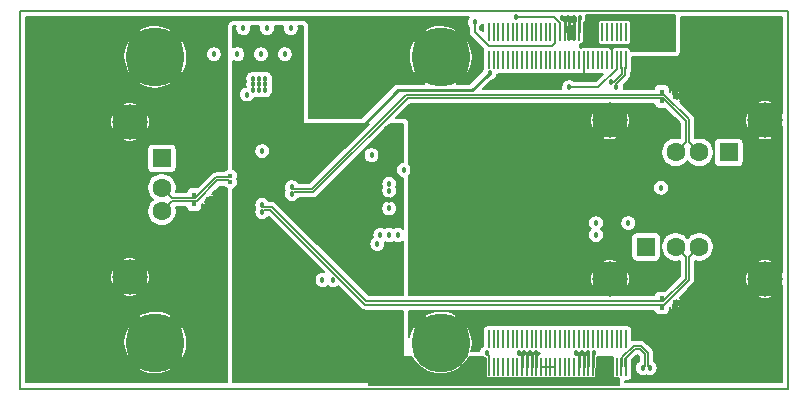
<source format=gbl>
G04 #@! TF.GenerationSoftware,KiCad,Pcbnew,(5.1.5-0-10_14)*
G04 #@! TF.CreationDate,2020-04-12T13:28:57-07:00*
G04 #@! TF.ProjectId,kimchi_usb_ulid,6b696d63-6869-45f7-9573-625f756c6964,v0.1*
G04 #@! TF.SameCoordinates,Original*
G04 #@! TF.FileFunction,Copper,L4,Bot*
G04 #@! TF.FilePolarity,Positive*
%FSLAX46Y46*%
G04 Gerber Fmt 4.6, Leading zero omitted, Abs format (unit mm)*
G04 Created by KiCad (PCBNEW (5.1.5-0-10_14)) date 2020-04-12 13:28:57*
%MOMM*%
%LPD*%
G04 APERTURE LIST*
%ADD10C,0.150000*%
%ADD11R,0.450000X0.500000*%
%ADD12R,0.450000X0.400000*%
%ADD13C,1.600000*%
%ADD14R,1.600000X1.600000*%
%ADD15C,3.000000*%
%ADD16C,5.000000*%
%ADD17R,0.200000X1.500000*%
%ADD18C,0.457200*%
%ADD19C,1.000000*%
%ADD20C,0.400000*%
%ADD21C,0.254000*%
%ADD22C,0.146812*%
%ADD23C,0.131318*%
%ADD24C,0.127000*%
G04 APERTURE END LIST*
D10*
X107000000Y-126000000D02*
X107000000Y-94000000D01*
X172000000Y-126000000D02*
X107000000Y-126000000D01*
X172000000Y-94000000D02*
X172000000Y-126000000D01*
X107000000Y-94000000D02*
X172000000Y-94000000D01*
D11*
X162475000Y-118750000D03*
D12*
X161325000Y-118350000D03*
X161325000Y-119150000D03*
D11*
X162475000Y-101250000D03*
D12*
X161325000Y-100850000D03*
X161325000Y-101650000D03*
D11*
X122875000Y-110000000D03*
D12*
X121725000Y-109600000D03*
X121725000Y-110400000D03*
D13*
X167000000Y-114000000D03*
X164500000Y-114000000D03*
X162500000Y-114000000D03*
D14*
X160000000Y-114000000D03*
D15*
X156930000Y-116710000D03*
X170070000Y-116710000D03*
D13*
X119000000Y-113500000D03*
X119000000Y-111000000D03*
X119000000Y-109000000D03*
D14*
X119000000Y-106500000D03*
D15*
X116290000Y-103430000D03*
X116290000Y-116570000D03*
D13*
X160000000Y-106000000D03*
X162500000Y-106000000D03*
X164500000Y-106000000D03*
D14*
X167000000Y-106000000D03*
D15*
X170070000Y-103290000D03*
X156930000Y-103290000D03*
D16*
X142600000Y-122100000D03*
X142600000Y-97900000D03*
X118450000Y-122100000D03*
X118450000Y-97900000D03*
D17*
X148700000Y-124160000D03*
X149100000Y-124160000D03*
X149500000Y-124160000D03*
X149900000Y-124160000D03*
X150300000Y-124160000D03*
X146700000Y-121840000D03*
X150700000Y-124160000D03*
X147100000Y-121840000D03*
X151100000Y-124160000D03*
X147500000Y-121840000D03*
X151500000Y-124160000D03*
X147900000Y-121840000D03*
X151900000Y-124160000D03*
X148300000Y-121840000D03*
X152300000Y-124160000D03*
X148700000Y-121840000D03*
X152700000Y-124160000D03*
X149100000Y-121840000D03*
X153100000Y-124160000D03*
X149500000Y-121840000D03*
X153500000Y-124160000D03*
X149900000Y-121840000D03*
X153900000Y-124160000D03*
X150300000Y-121840000D03*
X154300000Y-124160000D03*
X150700000Y-121840000D03*
X154700000Y-124160000D03*
X151100000Y-121840000D03*
X155100000Y-124160000D03*
X151500000Y-121840000D03*
X155500000Y-124160000D03*
X151900000Y-121840000D03*
X155900000Y-124160000D03*
X152300000Y-121840000D03*
X156300000Y-124160000D03*
X152700000Y-121840000D03*
X156700000Y-124160000D03*
X153100000Y-121840000D03*
X157100000Y-124160000D03*
X153500000Y-121840000D03*
X157500000Y-124160000D03*
X153900000Y-121840000D03*
X157900000Y-124160000D03*
X154300000Y-121840000D03*
X158300000Y-124160000D03*
X154700000Y-121840000D03*
X146700000Y-124160000D03*
X155100000Y-121840000D03*
X147100000Y-124160000D03*
X155500000Y-121840000D03*
X147500000Y-124160000D03*
X155900000Y-121840000D03*
X147900000Y-124160000D03*
X156300000Y-121840000D03*
X148300000Y-124160000D03*
X156700000Y-121840000D03*
X157100000Y-121840000D03*
X157500000Y-121840000D03*
X157900000Y-121840000D03*
X158300000Y-121840000D03*
X148700000Y-98160000D03*
X149100000Y-98160000D03*
X149500000Y-98160000D03*
X149900000Y-98160000D03*
X150300000Y-98160000D03*
X146700000Y-95840000D03*
X150700000Y-98160000D03*
X147100000Y-95840000D03*
X151100000Y-98160000D03*
X147500000Y-95840000D03*
X151500000Y-98160000D03*
X147900000Y-95840000D03*
X151900000Y-98160000D03*
X148300000Y-95840000D03*
X152300000Y-98160000D03*
X148700000Y-95840000D03*
X152700000Y-98160000D03*
X149100000Y-95840000D03*
X153100000Y-98160000D03*
X149500000Y-95840000D03*
X153500000Y-98160000D03*
X149900000Y-95840000D03*
X153900000Y-98160000D03*
X150300000Y-95840000D03*
X154300000Y-98160000D03*
X150700000Y-95840000D03*
X154700000Y-98160000D03*
X151100000Y-95840000D03*
X155100000Y-98160000D03*
X151500000Y-95840000D03*
X155500000Y-98160000D03*
X151900000Y-95840000D03*
X155900000Y-98160000D03*
X152300000Y-95840000D03*
X156300000Y-98160000D03*
X152700000Y-95840000D03*
X156700000Y-98160000D03*
X153100000Y-95840000D03*
X157100000Y-98160000D03*
X153500000Y-95840000D03*
X157500000Y-98160000D03*
X153900000Y-95840000D03*
X157900000Y-98160000D03*
X154300000Y-95840000D03*
X158300000Y-98160000D03*
X154700000Y-95840000D03*
X146700000Y-98160000D03*
X155100000Y-95840000D03*
X147100000Y-98160000D03*
X155500000Y-95840000D03*
X147500000Y-98160000D03*
X155900000Y-95840000D03*
X147900000Y-98160000D03*
X156300000Y-95840000D03*
X148300000Y-98160000D03*
X156700000Y-95840000D03*
X157100000Y-95840000D03*
X157500000Y-95840000D03*
X157900000Y-95840000D03*
X158300000Y-95840000D03*
D18*
X134199962Y-99700000D03*
X136700000Y-99700000D03*
X135900000Y-101400000D03*
D19*
X141500000Y-104000000D03*
X143000000Y-104000000D03*
X141500000Y-105500000D03*
X143000000Y-105500000D03*
X144500000Y-104000000D03*
X146000000Y-104000000D03*
X147500000Y-104000000D03*
X149000000Y-104000000D03*
X150500000Y-104000000D03*
X152000000Y-104000000D03*
X153500000Y-104000000D03*
X144500000Y-105500000D03*
X146000000Y-105500000D03*
X147500000Y-105500000D03*
X149000000Y-105500000D03*
X150500000Y-105500000D03*
X152000000Y-105500000D03*
X153500000Y-105500000D03*
X152000000Y-107000000D03*
X144500000Y-108500000D03*
X146000000Y-108500000D03*
X147500000Y-108500000D03*
X147500000Y-107000000D03*
X149000000Y-107000000D03*
X149000000Y-108500000D03*
X152000000Y-108500000D03*
X143000000Y-108500000D03*
X141500000Y-108500000D03*
X153500000Y-107000000D03*
X150500000Y-107000000D03*
X146000000Y-107000000D03*
X141500000Y-107000000D03*
X150500000Y-108500000D03*
X144500000Y-107000000D03*
X143000000Y-107000000D03*
X153500000Y-108500000D03*
X153500000Y-111500000D03*
X150500000Y-110000000D03*
X153500000Y-110000000D03*
X144500000Y-110000000D03*
X141500000Y-110000000D03*
X150500000Y-111500000D03*
X146000000Y-110000000D03*
X143000000Y-110000000D03*
X141500000Y-111500000D03*
X149000000Y-110000000D03*
X147500000Y-111500000D03*
X152000000Y-110000000D03*
X149000000Y-111500000D03*
X146000000Y-111500000D03*
X143000000Y-111500000D03*
X144500000Y-111500000D03*
X152000000Y-111500000D03*
X147500000Y-110000000D03*
X149000000Y-113000000D03*
X153500000Y-113000000D03*
X146000000Y-113000000D03*
X152000000Y-114500000D03*
X146000000Y-114500000D03*
X152000000Y-113000000D03*
X150500000Y-114500000D03*
X150500000Y-113000000D03*
X143000000Y-113000000D03*
X147500000Y-113000000D03*
X147500000Y-114500000D03*
X141500000Y-113000000D03*
X149000000Y-114500000D03*
X144500000Y-114500000D03*
X141500000Y-114500000D03*
X144500000Y-113000000D03*
X143000000Y-114500000D03*
X153500000Y-114500000D03*
X141500000Y-116000000D03*
X143000000Y-116000000D03*
X144500000Y-116000000D03*
X146000000Y-116000000D03*
X147500000Y-116000000D03*
X149000000Y-116000000D03*
X150500000Y-116000000D03*
X152000000Y-116000000D03*
X153500000Y-116000000D03*
D18*
X129900000Y-95500000D03*
X127900000Y-95500000D03*
X125900000Y-95500000D03*
X122900000Y-95500000D03*
X149200000Y-123000000D03*
X149700000Y-123000000D03*
X150200000Y-123000000D03*
X150700000Y-123000000D03*
X154100000Y-123000000D03*
X154600000Y-123000000D03*
X155100000Y-123000000D03*
X155600000Y-123000000D03*
X153900000Y-94600000D03*
X153400000Y-94600002D03*
X152900000Y-94600000D03*
X154400000Y-94600000D03*
X146000000Y-95500000D03*
X149000000Y-100250000D03*
X130750000Y-110000000D03*
X136000000Y-106250000D03*
X132500000Y-113750000D03*
X138250000Y-110000000D03*
X132000000Y-106250000D03*
X126900000Y-95500000D03*
X128900000Y-95500000D03*
X135000000Y-113750000D03*
X138000000Y-104000000D03*
X139000000Y-104000000D03*
X146750000Y-99265658D03*
X145500000Y-95000000D03*
X149000000Y-94499998D03*
X157043454Y-100043454D03*
X157456546Y-100456546D03*
X160292100Y-124250000D03*
X159707900Y-124250000D03*
D20*
X124800000Y-108513500D03*
X124800000Y-107986500D03*
D18*
X130000000Y-109542100D03*
X130000000Y-108957900D03*
X127500000Y-111042100D03*
X127500000Y-110457900D03*
X160000000Y-95000000D03*
X160500000Y-95000000D03*
X161000000Y-95000000D03*
X161500000Y-95000000D03*
X161500000Y-95500000D03*
X161000000Y-95500000D03*
X160500000Y-95500000D03*
X160000000Y-95500000D03*
X160000000Y-96000000D03*
X160500000Y-96000000D03*
X161000000Y-96000000D03*
X161500000Y-96000000D03*
X161500000Y-96500000D03*
X161000000Y-96500000D03*
X160500000Y-96500000D03*
X160000000Y-96500000D03*
X160000000Y-97000000D03*
X160500000Y-97000000D03*
X161000000Y-97000000D03*
X161500000Y-97000000D03*
X126750000Y-99750000D03*
X127250000Y-99750000D03*
X127750000Y-99750000D03*
X127750000Y-100250000D03*
X127250000Y-100250000D03*
X126750000Y-100250000D03*
X126750000Y-100750000D03*
X127250000Y-100750000D03*
X127750000Y-100750000D03*
X154500000Y-97000000D03*
X137500000Y-113000000D03*
X155750000Y-112000000D03*
X132600000Y-116800000D03*
X126200000Y-101100000D03*
X139000000Y-113000000D03*
X158500000Y-112000000D03*
X155750000Y-113000000D03*
X137250000Y-113750000D03*
X161250000Y-109000000D03*
X138250000Y-113000000D03*
X153500000Y-100500000D03*
X139500000Y-107500000D03*
X146500000Y-123000000D03*
X133500000Y-116800000D03*
X127500000Y-105900000D03*
X138250000Y-109250000D03*
X125400000Y-97700000D03*
X138250000Y-108665797D03*
X127400000Y-97700000D03*
X138250000Y-110750000D03*
X123400000Y-97700000D03*
X136750000Y-106250000D03*
X129400000Y-97700000D03*
D21*
X154300000Y-124160000D02*
X154300000Y-123156000D01*
X149900000Y-124160000D02*
X149900000Y-123100000D01*
X149900000Y-123100000D02*
X150000000Y-123100000D01*
X150000000Y-123100000D02*
X150100000Y-123000000D01*
X150700000Y-124160000D02*
X150700000Y-123156000D01*
X150700000Y-123156000D02*
X150856000Y-123000000D01*
X150100000Y-123000000D02*
X150200000Y-123000000D01*
X150300000Y-124160000D02*
X150300000Y-123156000D01*
X150456000Y-123000000D02*
X150899998Y-123000000D01*
X150856000Y-123000000D02*
X150899998Y-123000000D01*
X150300000Y-123156000D02*
X150456000Y-123000000D01*
X149500000Y-124160000D02*
X149500000Y-123156000D01*
X149500000Y-123156000D02*
X149344000Y-123000000D01*
X149900000Y-123100000D02*
X149800000Y-123000000D01*
X149344000Y-123000000D02*
X149200000Y-123000000D01*
X149800000Y-123000000D02*
X149700000Y-123000000D01*
X149523289Y-123000000D02*
X149200000Y-123000000D01*
X149700000Y-123000000D02*
X149523289Y-123000000D01*
X149200000Y-123000000D02*
X149200000Y-123000000D01*
X149700000Y-123000000D02*
X149700000Y-123000000D01*
X150200000Y-123000000D02*
X150700000Y-123000000D01*
X150700000Y-123000000D02*
X150899998Y-123000000D01*
X154544000Y-123000000D02*
X154100000Y-123000000D01*
X154700000Y-123156000D02*
X154544000Y-123000000D01*
X154700000Y-124160000D02*
X154700000Y-123156000D01*
X154800000Y-123000000D02*
X154600000Y-123000000D01*
X155100000Y-123100000D02*
X154900000Y-123100000D01*
X154900000Y-123100000D02*
X154800000Y-123000000D01*
X155100000Y-123323289D02*
X155100000Y-123000000D01*
X155100000Y-124114000D02*
X155100000Y-123323289D01*
X154700000Y-124114000D02*
X154700000Y-123100000D01*
X154700000Y-123100000D02*
X154600000Y-123000000D01*
X155500000Y-123100000D02*
X155600000Y-123000000D01*
X155500000Y-124160000D02*
X155500000Y-123100000D01*
X153900000Y-95840000D02*
X153900000Y-94800000D01*
X153900000Y-94800000D02*
X153900000Y-94676711D01*
X153900000Y-94676711D02*
X153900000Y-94600000D01*
X153900000Y-94923289D02*
X153900000Y-94600000D01*
X153900000Y-95794000D02*
X153900000Y-94923289D01*
X153100000Y-95840000D02*
X153100000Y-94836000D01*
X153100000Y-94836000D02*
X152900000Y-94600000D01*
X153335998Y-94600002D02*
X153400000Y-94600002D01*
X153500000Y-94700002D02*
X153400000Y-94600002D01*
X153500000Y-95840000D02*
X153500000Y-94700002D01*
X154300000Y-94700000D02*
X154400000Y-94600000D01*
X153900000Y-94676711D02*
X153976711Y-94600000D01*
X154300000Y-95840000D02*
X154300000Y-94700000D01*
D22*
X154700000Y-98160000D02*
X154700000Y-99700000D01*
D21*
X154144000Y-123000000D02*
X154300000Y-123156000D01*
X154100000Y-123000000D02*
X154144000Y-123000000D01*
D22*
X151100000Y-124160000D02*
X151500000Y-124160000D01*
X151500000Y-124160000D02*
X151900000Y-124160000D01*
X152300000Y-124160000D02*
X151900000Y-124160000D01*
D21*
X155900000Y-124160000D02*
X156300000Y-124160000D01*
X157100000Y-124160000D02*
X156700000Y-124160000D01*
X146521401Y-99494257D02*
X146750000Y-99265658D01*
X135750000Y-104000000D02*
X139000000Y-100750000D01*
X145265658Y-100750000D02*
X146521401Y-99494257D01*
X139000000Y-100750000D02*
X145265658Y-100750000D01*
D22*
X152058219Y-96978593D02*
X146655304Y-96978593D01*
X145500000Y-95823289D02*
X145500000Y-95323289D01*
X146655304Y-96978593D02*
X145500000Y-95823289D01*
X152300000Y-96736812D02*
X152058219Y-96978593D01*
X152300000Y-95840000D02*
X152300000Y-96736812D01*
X145500000Y-95323289D02*
X145500000Y-95000000D01*
X152700000Y-95034931D02*
X152700000Y-95840000D01*
X152165067Y-94499998D02*
X152700000Y-95034931D01*
X149000000Y-94499998D02*
X152165067Y-94499998D01*
D23*
X157970841Y-99346500D02*
X157273887Y-100043454D01*
X157970841Y-98880841D02*
X157970841Y-99346500D01*
X157900000Y-98160000D02*
X157900000Y-98810000D01*
X157900000Y-98810000D02*
X157970841Y-98880841D01*
X157273887Y-100043454D02*
X157043454Y-100043454D01*
X157456546Y-100226113D02*
X157456546Y-100456546D01*
X158229159Y-99453500D02*
X157456546Y-100226113D01*
X158300000Y-98810000D02*
X158229159Y-98880841D01*
X158229159Y-98880841D02*
X158229159Y-99453500D01*
X158300000Y-98160000D02*
X158300000Y-98810000D01*
X157970841Y-124089159D02*
X157970841Y-123346499D01*
X157900000Y-124160000D02*
X157970841Y-124089159D01*
X157970841Y-123346499D02*
X158946499Y-122370841D01*
X158946499Y-122370841D02*
X159553501Y-122370841D01*
X159553501Y-122370841D02*
X160129159Y-122946499D01*
X160129159Y-124087059D02*
X160292100Y-124250000D01*
X160129159Y-122946499D02*
X160129159Y-124087059D01*
X158229159Y-124089159D02*
X158229159Y-123453501D01*
X158300000Y-124160000D02*
X158229159Y-124089159D01*
X158229159Y-123453501D02*
X159053501Y-122629159D01*
X159053501Y-122629159D02*
X159446499Y-122629159D01*
X159446499Y-122629159D02*
X159870841Y-123053501D01*
X159870841Y-124087059D02*
X159707900Y-124250000D01*
X159870841Y-123053501D02*
X159870841Y-124087059D01*
X123703501Y-108379159D02*
X121953501Y-110129159D01*
X119870841Y-110129159D02*
X119000000Y-111000000D01*
X121953501Y-110129159D02*
X119870841Y-110129159D01*
X124665659Y-108379159D02*
X123703501Y-108379159D01*
X124800000Y-108513500D02*
X124665659Y-108379159D01*
D22*
X121636916Y-110136916D02*
X121629159Y-110136916D01*
X121725000Y-110225000D02*
X121636916Y-110136916D01*
X121725000Y-110400000D02*
X121725000Y-110225000D01*
D23*
X119870841Y-109870841D02*
X119000000Y-109000000D01*
X123596499Y-108120841D02*
X121846499Y-109870841D01*
X121846499Y-109870841D02*
X119870841Y-109870841D01*
X124665659Y-108120841D02*
X123596499Y-108120841D01*
X124800000Y-107986500D02*
X124665659Y-108120841D01*
D22*
X121838742Y-109863084D02*
X121843290Y-109863084D01*
X121725000Y-109749342D02*
X121838742Y-109863084D01*
X121725000Y-109600000D02*
X121725000Y-109749342D01*
D23*
X139803501Y-101379159D02*
X161446499Y-101379159D01*
X163370841Y-105129159D02*
X162500000Y-106000000D01*
X163370841Y-103303501D02*
X163370841Y-105129159D01*
X161446499Y-101379159D02*
X163370841Y-103303501D01*
X131803501Y-109379159D02*
X139803501Y-101379159D01*
X161446499Y-101528501D02*
X161325000Y-101650000D01*
X161446499Y-101379159D02*
X161446499Y-101528501D01*
X130162941Y-109379159D02*
X131803501Y-109379159D01*
X130000000Y-109542100D02*
X130162941Y-109379159D01*
X163629159Y-105129159D02*
X164500000Y-106000000D01*
X163629159Y-103196499D02*
X163629159Y-105129159D01*
X161553501Y-101120841D02*
X163629159Y-103196499D01*
X131696499Y-109120841D02*
X139696499Y-101120841D01*
X161370841Y-100895841D02*
X161325000Y-100850000D01*
X161370841Y-101120841D02*
X161370841Y-100895841D01*
X139696499Y-101120841D02*
X161370841Y-101120841D01*
X161370841Y-101120841D02*
X161553501Y-101120841D01*
X130162941Y-109120841D02*
X131696499Y-109120841D01*
X130000000Y-108957900D02*
X130162941Y-109120841D01*
X163629159Y-114870841D02*
X164500000Y-114000000D01*
X161553501Y-118879159D02*
X163629159Y-116803501D01*
X136196499Y-118879159D02*
X161553501Y-118879159D01*
X163629159Y-116803501D02*
X163629159Y-114870841D01*
X128196499Y-110879159D02*
X136196499Y-118879159D01*
X127662941Y-110879159D02*
X128196499Y-110879159D01*
X127500000Y-111042100D02*
X127662941Y-110879159D01*
D22*
X161325000Y-119107660D02*
X161553501Y-118879159D01*
X161325000Y-119150000D02*
X161325000Y-119107660D01*
D23*
X163370841Y-116696499D02*
X163370841Y-114870841D01*
X161446499Y-118620841D02*
X163370841Y-116696499D01*
X136303501Y-118620841D02*
X161446499Y-118620841D01*
X127500000Y-110457900D02*
X127662941Y-110620841D01*
X128303501Y-110620841D02*
X136303501Y-118620841D01*
X127662941Y-110620841D02*
X128303501Y-110620841D01*
X163370841Y-114870841D02*
X162500000Y-114000000D01*
X161446499Y-118471499D02*
X161325000Y-118350000D01*
X161446499Y-118620841D02*
X161446499Y-118471499D01*
D22*
X157100000Y-97263188D02*
X156836812Y-97000000D01*
X156836812Y-97000000D02*
X154500000Y-97000000D01*
X157100000Y-98160000D02*
X157100000Y-97263188D01*
X155934751Y-100500000D02*
X153500000Y-100500000D01*
X157500000Y-98934751D02*
X155934751Y-100500000D01*
X157500000Y-98160000D02*
X157500000Y-98934751D01*
X146700000Y-123200000D02*
X146500000Y-123000000D01*
X146700000Y-124160000D02*
X146700000Y-123200000D01*
D24*
G36*
X171480500Y-102687723D02*
G01*
X170878223Y-103290000D01*
X171480500Y-103892277D01*
X171480501Y-116107722D01*
X170878223Y-116710000D01*
X171480501Y-117312278D01*
X171480501Y-125480500D01*
X158194500Y-125480500D01*
X158194500Y-125356108D01*
X158200000Y-125356650D01*
X158400000Y-125356650D01*
X158487137Y-125348068D01*
X158570926Y-125322651D01*
X158648145Y-125281376D01*
X158715829Y-125225829D01*
X158771376Y-125158145D01*
X158812651Y-125080926D01*
X158838068Y-124997137D01*
X158846650Y-124910000D01*
X158846650Y-123557483D01*
X159250000Y-123154133D01*
X159360682Y-123264816D01*
X159360683Y-123672473D01*
X159278824Y-123727169D01*
X159185069Y-123820924D01*
X159111406Y-123931168D01*
X159060667Y-124053664D01*
X159034800Y-124183705D01*
X159034800Y-124316295D01*
X159060667Y-124446336D01*
X159111406Y-124568832D01*
X159185069Y-124679076D01*
X159278824Y-124772831D01*
X159389068Y-124846494D01*
X159511564Y-124897233D01*
X159641605Y-124923100D01*
X159774195Y-124923100D01*
X159904236Y-124897233D01*
X160000000Y-124857567D01*
X160095764Y-124897233D01*
X160225805Y-124923100D01*
X160358395Y-124923100D01*
X160488436Y-124897233D01*
X160610932Y-124846494D01*
X160721176Y-124772831D01*
X160814931Y-124679076D01*
X160888594Y-124568832D01*
X160939333Y-124446336D01*
X160965200Y-124316295D01*
X160965200Y-124183705D01*
X160939333Y-124053664D01*
X160888594Y-123931168D01*
X160814931Y-123820924D01*
X160721176Y-123727169D01*
X160639318Y-123672473D01*
X160639318Y-122971546D01*
X160641785Y-122946498D01*
X160639318Y-122921450D01*
X160639318Y-122921441D01*
X160631936Y-122846490D01*
X160602765Y-122750325D01*
X160555393Y-122661699D01*
X160491641Y-122584017D01*
X160472178Y-122568044D01*
X159931960Y-122027827D01*
X159915983Y-122008359D01*
X159838301Y-121944607D01*
X159749675Y-121897235D01*
X159653510Y-121868064D01*
X159578559Y-121860682D01*
X159578549Y-121860682D01*
X159553501Y-121858215D01*
X159528453Y-121860682D01*
X158971557Y-121860682D01*
X158946499Y-121858214D01*
X158921441Y-121860682D01*
X158846650Y-121868048D01*
X158846650Y-121090000D01*
X158838068Y-121002863D01*
X158812651Y-120919074D01*
X158771376Y-120841855D01*
X158715829Y-120774171D01*
X158648145Y-120718624D01*
X158570926Y-120677349D01*
X158487137Y-120651932D01*
X158400000Y-120643350D01*
X158200000Y-120643350D01*
X158112863Y-120651932D01*
X158100000Y-120655834D01*
X158087137Y-120651932D01*
X158000000Y-120643350D01*
X157800000Y-120643350D01*
X157712863Y-120651932D01*
X157700000Y-120655834D01*
X157687137Y-120651932D01*
X157600000Y-120643350D01*
X157400000Y-120643350D01*
X157312863Y-120651932D01*
X157300000Y-120655834D01*
X157287137Y-120651932D01*
X157200000Y-120643350D01*
X157000000Y-120643350D01*
X156912863Y-120651932D01*
X156900000Y-120655834D01*
X156887137Y-120651932D01*
X156800000Y-120643350D01*
X156600000Y-120643350D01*
X156512863Y-120651932D01*
X156500000Y-120655834D01*
X156487137Y-120651932D01*
X156400000Y-120643350D01*
X156200000Y-120643350D01*
X156112863Y-120651932D01*
X156100000Y-120655834D01*
X156087137Y-120651932D01*
X156000000Y-120643350D01*
X155800000Y-120643350D01*
X155712863Y-120651932D01*
X155700000Y-120655834D01*
X155687137Y-120651932D01*
X155600000Y-120643350D01*
X155400000Y-120643350D01*
X155312863Y-120651932D01*
X155300000Y-120655834D01*
X155287137Y-120651932D01*
X155200000Y-120643350D01*
X155000000Y-120643350D01*
X154912863Y-120651932D01*
X154900000Y-120655834D01*
X154887137Y-120651932D01*
X154800000Y-120643350D01*
X154600000Y-120643350D01*
X154512863Y-120651932D01*
X154500000Y-120655834D01*
X154487137Y-120651932D01*
X154400000Y-120643350D01*
X154200000Y-120643350D01*
X154112863Y-120651932D01*
X154100000Y-120655834D01*
X154087137Y-120651932D01*
X154000000Y-120643350D01*
X153800000Y-120643350D01*
X153712863Y-120651932D01*
X153700000Y-120655834D01*
X153687137Y-120651932D01*
X153600000Y-120643350D01*
X153400000Y-120643350D01*
X153312863Y-120651932D01*
X153300000Y-120655834D01*
X153287137Y-120651932D01*
X153200000Y-120643350D01*
X153000000Y-120643350D01*
X152912863Y-120651932D01*
X152900000Y-120655834D01*
X152887137Y-120651932D01*
X152800000Y-120643350D01*
X152600000Y-120643350D01*
X152512863Y-120651932D01*
X152500000Y-120655834D01*
X152487137Y-120651932D01*
X152400000Y-120643350D01*
X152200000Y-120643350D01*
X152112863Y-120651932D01*
X152100000Y-120655834D01*
X152087137Y-120651932D01*
X152000000Y-120643350D01*
X151800000Y-120643350D01*
X151712863Y-120651932D01*
X151700000Y-120655834D01*
X151687137Y-120651932D01*
X151600000Y-120643350D01*
X151400000Y-120643350D01*
X151312863Y-120651932D01*
X151300000Y-120655834D01*
X151287137Y-120651932D01*
X151200000Y-120643350D01*
X151000000Y-120643350D01*
X150912863Y-120651932D01*
X150900000Y-120655834D01*
X150887137Y-120651932D01*
X150800000Y-120643350D01*
X150600000Y-120643350D01*
X150512863Y-120651932D01*
X150500000Y-120655834D01*
X150487137Y-120651932D01*
X150400000Y-120643350D01*
X150200000Y-120643350D01*
X150112863Y-120651932D01*
X150100000Y-120655834D01*
X150087137Y-120651932D01*
X150000000Y-120643350D01*
X149800000Y-120643350D01*
X149712863Y-120651932D01*
X149700000Y-120655834D01*
X149687137Y-120651932D01*
X149600000Y-120643350D01*
X149400000Y-120643350D01*
X149312863Y-120651932D01*
X149300000Y-120655834D01*
X149287137Y-120651932D01*
X149200000Y-120643350D01*
X149000000Y-120643350D01*
X148912863Y-120651932D01*
X148900000Y-120655834D01*
X148887137Y-120651932D01*
X148800000Y-120643350D01*
X148600000Y-120643350D01*
X148512863Y-120651932D01*
X148500000Y-120655834D01*
X148487137Y-120651932D01*
X148400000Y-120643350D01*
X148200000Y-120643350D01*
X148112863Y-120651932D01*
X148100000Y-120655834D01*
X148087137Y-120651932D01*
X148000000Y-120643350D01*
X147800000Y-120643350D01*
X147712863Y-120651932D01*
X147700000Y-120655834D01*
X147687137Y-120651932D01*
X147600000Y-120643350D01*
X147400000Y-120643350D01*
X147312863Y-120651932D01*
X147300000Y-120655834D01*
X147287137Y-120651932D01*
X147200000Y-120643350D01*
X147000000Y-120643350D01*
X146912863Y-120651932D01*
X146900000Y-120655834D01*
X146887137Y-120651932D01*
X146800000Y-120643350D01*
X146600000Y-120643350D01*
X146512863Y-120651932D01*
X146429074Y-120677349D01*
X146351855Y-120718624D01*
X146284171Y-120774171D01*
X146228624Y-120841855D01*
X146187349Y-120919074D01*
X146161932Y-121002863D01*
X146153350Y-121090000D01*
X146153350Y-122422093D01*
X146070924Y-122477169D01*
X145977169Y-122570924D01*
X145903506Y-122681168D01*
X145852767Y-122803664D01*
X145852402Y-122805500D01*
X145200157Y-122805500D01*
X145238962Y-122687272D01*
X145302827Y-122161152D01*
X145262823Y-121632682D01*
X145120488Y-121122170D01*
X145073684Y-121009176D01*
X144838117Y-120670106D01*
X143408223Y-122100000D01*
X143422366Y-122114143D01*
X142731008Y-122805500D01*
X142468992Y-122805500D01*
X141777635Y-122114143D01*
X141791777Y-122100000D01*
X140361883Y-120670106D01*
X140126316Y-121009176D01*
X139961038Y-121512728D01*
X139944500Y-121648968D01*
X139944500Y-119861883D01*
X141170106Y-119861883D01*
X142600000Y-121291777D01*
X144029894Y-119861883D01*
X143690824Y-119626316D01*
X143187272Y-119461038D01*
X142661152Y-119397173D01*
X142132682Y-119437177D01*
X141622170Y-119579512D01*
X141509176Y-119626316D01*
X141170106Y-119861883D01*
X139944500Y-119861883D01*
X139944500Y-119389318D01*
X160657222Y-119389318D01*
X160661932Y-119437137D01*
X160687349Y-119520926D01*
X160728624Y-119598145D01*
X160784171Y-119665829D01*
X160851855Y-119721376D01*
X160929074Y-119762651D01*
X161012863Y-119788068D01*
X161100000Y-119796650D01*
X161550000Y-119796650D01*
X161637137Y-119788068D01*
X161720926Y-119762651D01*
X161798145Y-119721376D01*
X161865829Y-119665829D01*
X161921376Y-119598145D01*
X161962651Y-119520926D01*
X161988068Y-119437137D01*
X161996650Y-119350000D01*
X161996650Y-119157483D01*
X162059500Y-119094633D01*
X162059500Y-119321502D01*
X162250000Y-119321502D01*
X162250000Y-119191422D01*
X162265875Y-119190500D01*
X162313500Y-119142875D01*
X162313500Y-118936500D01*
X162636500Y-118936500D01*
X162636500Y-119142875D01*
X162684125Y-119190500D01*
X162700000Y-119191422D01*
X162737345Y-119187744D01*
X162773254Y-119176851D01*
X162806348Y-119159162D01*
X162835356Y-119135356D01*
X162859162Y-119106348D01*
X162876851Y-119073254D01*
X162887744Y-119037345D01*
X162891422Y-119000000D01*
X162890500Y-118984125D01*
X162842875Y-118936500D01*
X162636500Y-118936500D01*
X162313500Y-118936500D01*
X162250000Y-118936500D01*
X162250000Y-118904133D01*
X162636500Y-118517633D01*
X162636500Y-118563500D01*
X162842875Y-118563500D01*
X162890500Y-118515875D01*
X162891422Y-118500000D01*
X163046502Y-118500000D01*
X163046502Y-118309500D01*
X162844633Y-118309500D01*
X162944720Y-118209413D01*
X169378810Y-118209413D01*
X169592098Y-118340069D01*
X169919292Y-118401981D01*
X170252277Y-118398872D01*
X170547902Y-118340069D01*
X170761190Y-118209413D01*
X170070000Y-117518223D01*
X169378810Y-118209413D01*
X162944720Y-118209413D01*
X163972173Y-117181960D01*
X163991641Y-117165983D01*
X164055393Y-117088301D01*
X164102765Y-116999675D01*
X164131936Y-116903510D01*
X164139318Y-116828559D01*
X164139318Y-116828558D01*
X164141786Y-116803501D01*
X164139318Y-116778443D01*
X164139318Y-116559292D01*
X168378019Y-116559292D01*
X168381128Y-116892277D01*
X168439931Y-117187902D01*
X168570587Y-117401190D01*
X169261777Y-116710000D01*
X168570587Y-116018810D01*
X168439931Y-116232098D01*
X168378019Y-116559292D01*
X164139318Y-116559292D01*
X164139318Y-115197137D01*
X164377427Y-115244500D01*
X164622573Y-115244500D01*
X164793066Y-115210587D01*
X169378810Y-115210587D01*
X170070000Y-115901777D01*
X170761190Y-115210587D01*
X170547902Y-115079931D01*
X170220708Y-115018019D01*
X169887723Y-115021128D01*
X169592098Y-115079931D01*
X169378810Y-115210587D01*
X164793066Y-115210587D01*
X164863007Y-115196675D01*
X165089492Y-115102862D01*
X165293323Y-114966667D01*
X165321340Y-114938650D01*
X166869573Y-114938650D01*
X166983391Y-114995154D01*
X167016609Y-114995154D01*
X167130427Y-114938650D01*
X167000000Y-114808223D01*
X166869573Y-114938650D01*
X165321340Y-114938650D01*
X165466667Y-114793323D01*
X165602862Y-114589492D01*
X165696675Y-114363007D01*
X165744500Y-114122573D01*
X165744500Y-113983391D01*
X166004846Y-113983391D01*
X166004846Y-114016609D01*
X166061350Y-114130427D01*
X166191777Y-114000000D01*
X167808223Y-114000000D01*
X167938650Y-114130427D01*
X167995154Y-114016609D01*
X167995154Y-113983391D01*
X167938650Y-113869573D01*
X167808223Y-114000000D01*
X166191777Y-114000000D01*
X166061350Y-113869573D01*
X166004846Y-113983391D01*
X165744500Y-113983391D01*
X165744500Y-113877427D01*
X165696675Y-113636993D01*
X165602862Y-113410508D01*
X165466667Y-113206677D01*
X165321340Y-113061350D01*
X166869573Y-113061350D01*
X167000000Y-113191777D01*
X167130427Y-113061350D01*
X167016609Y-113004846D01*
X166983391Y-113004846D01*
X166869573Y-113061350D01*
X165321340Y-113061350D01*
X165293323Y-113033333D01*
X165089492Y-112897138D01*
X164863007Y-112803325D01*
X164622573Y-112755500D01*
X164377427Y-112755500D01*
X164136993Y-112803325D01*
X163910508Y-112897138D01*
X163706677Y-113033333D01*
X163533333Y-113206677D01*
X163500000Y-113256564D01*
X163466667Y-113206677D01*
X163293323Y-113033333D01*
X163089492Y-112897138D01*
X162863007Y-112803325D01*
X162622573Y-112755500D01*
X162377427Y-112755500D01*
X162136993Y-112803325D01*
X161910508Y-112897138D01*
X161706677Y-113033333D01*
X161533333Y-113206677D01*
X161397138Y-113410508D01*
X161303325Y-113636993D01*
X161255500Y-113877427D01*
X161255500Y-114122573D01*
X161303325Y-114363007D01*
X161397138Y-114589492D01*
X161533333Y-114793323D01*
X161706677Y-114966667D01*
X161910508Y-115102862D01*
X162136993Y-115196675D01*
X162377427Y-115244500D01*
X162622573Y-115244500D01*
X162860683Y-115197137D01*
X162860682Y-116485185D01*
X161634222Y-117711645D01*
X161550000Y-117703350D01*
X161100000Y-117703350D01*
X161012863Y-117711932D01*
X160929074Y-117737349D01*
X160851855Y-117778624D01*
X160784171Y-117834171D01*
X160728624Y-117901855D01*
X160687349Y-117979074D01*
X160661932Y-118062863D01*
X160657222Y-118110682D01*
X157522459Y-118110682D01*
X156930000Y-117518223D01*
X156337541Y-118110682D01*
X139944500Y-118110682D01*
X139944500Y-116559292D01*
X155238019Y-116559292D01*
X155241128Y-116892277D01*
X155299931Y-117187902D01*
X155430587Y-117401190D01*
X156121777Y-116710000D01*
X157738223Y-116710000D01*
X158429413Y-117401190D01*
X158560069Y-117187902D01*
X158621981Y-116860708D01*
X158618872Y-116527723D01*
X158560069Y-116232098D01*
X158429413Y-116018810D01*
X157738223Y-116710000D01*
X156121777Y-116710000D01*
X155430587Y-116018810D01*
X155299931Y-116232098D01*
X155238019Y-116559292D01*
X139944500Y-116559292D01*
X139944500Y-115210587D01*
X156238810Y-115210587D01*
X156930000Y-115901777D01*
X157621190Y-115210587D01*
X157407902Y-115079931D01*
X157080708Y-115018019D01*
X156747723Y-115021128D01*
X156452098Y-115079931D01*
X156238810Y-115210587D01*
X139944500Y-115210587D01*
X139944500Y-111933705D01*
X155076900Y-111933705D01*
X155076900Y-112066295D01*
X155102767Y-112196336D01*
X155153506Y-112318832D01*
X155227169Y-112429076D01*
X155298093Y-112500000D01*
X155227169Y-112570924D01*
X155153506Y-112681168D01*
X155102767Y-112803664D01*
X155076900Y-112933705D01*
X155076900Y-113066295D01*
X155102767Y-113196336D01*
X155153506Y-113318832D01*
X155227169Y-113429076D01*
X155320924Y-113522831D01*
X155431168Y-113596494D01*
X155553664Y-113647233D01*
X155683705Y-113673100D01*
X155816295Y-113673100D01*
X155946336Y-113647233D01*
X156068832Y-113596494D01*
X156179076Y-113522831D01*
X156272831Y-113429076D01*
X156346494Y-113318832D01*
X156395715Y-113200000D01*
X158753350Y-113200000D01*
X158753350Y-114800000D01*
X158761932Y-114887137D01*
X158787349Y-114970926D01*
X158828624Y-115048145D01*
X158884171Y-115115829D01*
X158951855Y-115171376D01*
X159029074Y-115212651D01*
X159112863Y-115238068D01*
X159200000Y-115246650D01*
X160800000Y-115246650D01*
X160887137Y-115238068D01*
X160970926Y-115212651D01*
X161048145Y-115171376D01*
X161115829Y-115115829D01*
X161171376Y-115048145D01*
X161212651Y-114970926D01*
X161238068Y-114887137D01*
X161246650Y-114800000D01*
X161246650Y-113200000D01*
X161238068Y-113112863D01*
X161212651Y-113029074D01*
X161171376Y-112951855D01*
X161115829Y-112884171D01*
X161048145Y-112828624D01*
X160970926Y-112787349D01*
X160887137Y-112761932D01*
X160800000Y-112753350D01*
X159200000Y-112753350D01*
X159112863Y-112761932D01*
X159029074Y-112787349D01*
X158951855Y-112828624D01*
X158884171Y-112884171D01*
X158828624Y-112951855D01*
X158787349Y-113029074D01*
X158761932Y-113112863D01*
X158753350Y-113200000D01*
X156395715Y-113200000D01*
X156397233Y-113196336D01*
X156423100Y-113066295D01*
X156423100Y-112933705D01*
X156397233Y-112803664D01*
X156346494Y-112681168D01*
X156272831Y-112570924D01*
X156201907Y-112500000D01*
X156272831Y-112429076D01*
X156346494Y-112318832D01*
X156397233Y-112196336D01*
X156423100Y-112066295D01*
X156423100Y-111933705D01*
X157826900Y-111933705D01*
X157826900Y-112066295D01*
X157852767Y-112196336D01*
X157903506Y-112318832D01*
X157977169Y-112429076D01*
X158070924Y-112522831D01*
X158181168Y-112596494D01*
X158303664Y-112647233D01*
X158433705Y-112673100D01*
X158566295Y-112673100D01*
X158696336Y-112647233D01*
X158818832Y-112596494D01*
X158929076Y-112522831D01*
X159022831Y-112429076D01*
X159096494Y-112318832D01*
X159147233Y-112196336D01*
X159173100Y-112066295D01*
X159173100Y-111933705D01*
X159147233Y-111803664D01*
X159096494Y-111681168D01*
X159022831Y-111570924D01*
X158929076Y-111477169D01*
X158818832Y-111403506D01*
X158696336Y-111352767D01*
X158566295Y-111326900D01*
X158433705Y-111326900D01*
X158303664Y-111352767D01*
X158181168Y-111403506D01*
X158070924Y-111477169D01*
X157977169Y-111570924D01*
X157903506Y-111681168D01*
X157852767Y-111803664D01*
X157826900Y-111933705D01*
X156423100Y-111933705D01*
X156397233Y-111803664D01*
X156346494Y-111681168D01*
X156272831Y-111570924D01*
X156179076Y-111477169D01*
X156068832Y-111403506D01*
X155946336Y-111352767D01*
X155816295Y-111326900D01*
X155683705Y-111326900D01*
X155553664Y-111352767D01*
X155431168Y-111403506D01*
X155320924Y-111477169D01*
X155227169Y-111570924D01*
X155153506Y-111681168D01*
X155102767Y-111803664D01*
X155076900Y-111933705D01*
X139944500Y-111933705D01*
X139944500Y-108933705D01*
X160576900Y-108933705D01*
X160576900Y-109066295D01*
X160602767Y-109196336D01*
X160653506Y-109318832D01*
X160727169Y-109429076D01*
X160820924Y-109522831D01*
X160931168Y-109596494D01*
X161053664Y-109647233D01*
X161183705Y-109673100D01*
X161316295Y-109673100D01*
X161446336Y-109647233D01*
X161568832Y-109596494D01*
X161679076Y-109522831D01*
X161772831Y-109429076D01*
X161846494Y-109318832D01*
X161897233Y-109196336D01*
X161923100Y-109066295D01*
X161923100Y-108933705D01*
X161897233Y-108803664D01*
X161846494Y-108681168D01*
X161772831Y-108570924D01*
X161679076Y-108477169D01*
X161568832Y-108403506D01*
X161446336Y-108352767D01*
X161316295Y-108326900D01*
X161183705Y-108326900D01*
X161053664Y-108352767D01*
X160931168Y-108403506D01*
X160820924Y-108477169D01*
X160727169Y-108570924D01*
X160653506Y-108681168D01*
X160602767Y-108803664D01*
X160576900Y-108933705D01*
X139944500Y-108933705D01*
X139944500Y-108007407D01*
X140022831Y-107929076D01*
X140096494Y-107818832D01*
X140147233Y-107696336D01*
X140173100Y-107566295D01*
X140173100Y-107433705D01*
X140147233Y-107303664D01*
X140096494Y-107181168D01*
X140022831Y-107070924D01*
X139944500Y-106992593D01*
X139944500Y-106938650D01*
X159869573Y-106938650D01*
X159983391Y-106995154D01*
X160016609Y-106995154D01*
X160130427Y-106938650D01*
X160000000Y-106808223D01*
X159869573Y-106938650D01*
X139944500Y-106938650D01*
X139944500Y-105983391D01*
X159004846Y-105983391D01*
X159004846Y-106016609D01*
X159061350Y-106130427D01*
X159191777Y-106000000D01*
X160808223Y-106000000D01*
X160938650Y-106130427D01*
X160995154Y-106016609D01*
X160995154Y-105983391D01*
X160938650Y-105869573D01*
X160808223Y-106000000D01*
X159191777Y-106000000D01*
X159061350Y-105869573D01*
X159004846Y-105983391D01*
X139944500Y-105983391D01*
X139944500Y-105061350D01*
X159869573Y-105061350D01*
X160000000Y-105191777D01*
X160130427Y-105061350D01*
X160016609Y-105004846D01*
X159983391Y-105004846D01*
X159869573Y-105061350D01*
X139944500Y-105061350D01*
X139944500Y-104789413D01*
X156238810Y-104789413D01*
X156452098Y-104920069D01*
X156779292Y-104981981D01*
X157112277Y-104978872D01*
X157407902Y-104920069D01*
X157621190Y-104789413D01*
X156930000Y-104098223D01*
X156238810Y-104789413D01*
X139944500Y-104789413D01*
X139944500Y-103500000D01*
X139935959Y-103413282D01*
X139910664Y-103329897D01*
X139869588Y-103253049D01*
X139814309Y-103185691D01*
X139757772Y-103139292D01*
X155238019Y-103139292D01*
X155241128Y-103472277D01*
X155299931Y-103767902D01*
X155430587Y-103981190D01*
X156121777Y-103290000D01*
X157738223Y-103290000D01*
X158429413Y-103981190D01*
X158560069Y-103767902D01*
X158621981Y-103440708D01*
X158618872Y-103107723D01*
X158560069Y-102812098D01*
X158429413Y-102598810D01*
X157738223Y-103290000D01*
X156121777Y-103290000D01*
X155430587Y-102598810D01*
X155299931Y-102812098D01*
X155238019Y-103139292D01*
X139757772Y-103139292D01*
X139746951Y-103130412D01*
X139670103Y-103089336D01*
X139586718Y-103064041D01*
X139500000Y-103055500D01*
X138848634Y-103055500D01*
X140014816Y-101889318D01*
X156337541Y-101889318D01*
X156930000Y-102481777D01*
X157522459Y-101889318D01*
X160657222Y-101889318D01*
X160661932Y-101937137D01*
X160687349Y-102020926D01*
X160728624Y-102098145D01*
X160784171Y-102165829D01*
X160851855Y-102221376D01*
X160929074Y-102262651D01*
X161012863Y-102288068D01*
X161100000Y-102296650D01*
X161550000Y-102296650D01*
X161634222Y-102288355D01*
X162860682Y-103514815D01*
X162860683Y-104802863D01*
X162622573Y-104755500D01*
X162377427Y-104755500D01*
X162136993Y-104803325D01*
X161910508Y-104897138D01*
X161706677Y-105033333D01*
X161533333Y-105206677D01*
X161397138Y-105410508D01*
X161303325Y-105636993D01*
X161255500Y-105877427D01*
X161255500Y-106122573D01*
X161303325Y-106363007D01*
X161397138Y-106589492D01*
X161533333Y-106793323D01*
X161706677Y-106966667D01*
X161910508Y-107102862D01*
X162136993Y-107196675D01*
X162377427Y-107244500D01*
X162622573Y-107244500D01*
X162863007Y-107196675D01*
X163089492Y-107102862D01*
X163293323Y-106966667D01*
X163466667Y-106793323D01*
X163500000Y-106743436D01*
X163533333Y-106793323D01*
X163706677Y-106966667D01*
X163910508Y-107102862D01*
X164136993Y-107196675D01*
X164377427Y-107244500D01*
X164622573Y-107244500D01*
X164863007Y-107196675D01*
X165089492Y-107102862D01*
X165293323Y-106966667D01*
X165466667Y-106793323D01*
X165602862Y-106589492D01*
X165696675Y-106363007D01*
X165744500Y-106122573D01*
X165744500Y-105877427D01*
X165696675Y-105636993D01*
X165602862Y-105410508D01*
X165466667Y-105206677D01*
X165459990Y-105200000D01*
X165753350Y-105200000D01*
X165753350Y-106800000D01*
X165761932Y-106887137D01*
X165787349Y-106970926D01*
X165828624Y-107048145D01*
X165884171Y-107115829D01*
X165951855Y-107171376D01*
X166029074Y-107212651D01*
X166112863Y-107238068D01*
X166200000Y-107246650D01*
X167800000Y-107246650D01*
X167887137Y-107238068D01*
X167970926Y-107212651D01*
X168048145Y-107171376D01*
X168115829Y-107115829D01*
X168171376Y-107048145D01*
X168212651Y-106970926D01*
X168238068Y-106887137D01*
X168246650Y-106800000D01*
X168246650Y-105200000D01*
X168238068Y-105112863D01*
X168212651Y-105029074D01*
X168171376Y-104951855D01*
X168115829Y-104884171D01*
X168048145Y-104828624D01*
X167974788Y-104789413D01*
X169378810Y-104789413D01*
X169592098Y-104920069D01*
X169919292Y-104981981D01*
X170252277Y-104978872D01*
X170547902Y-104920069D01*
X170761190Y-104789413D01*
X170070000Y-104098223D01*
X169378810Y-104789413D01*
X167974788Y-104789413D01*
X167970926Y-104787349D01*
X167887137Y-104761932D01*
X167800000Y-104753350D01*
X166200000Y-104753350D01*
X166112863Y-104761932D01*
X166029074Y-104787349D01*
X165951855Y-104828624D01*
X165884171Y-104884171D01*
X165828624Y-104951855D01*
X165787349Y-105029074D01*
X165761932Y-105112863D01*
X165753350Y-105200000D01*
X165459990Y-105200000D01*
X165293323Y-105033333D01*
X165089492Y-104897138D01*
X164863007Y-104803325D01*
X164622573Y-104755500D01*
X164377427Y-104755500D01*
X164139318Y-104802863D01*
X164139318Y-103221557D01*
X164141786Y-103196499D01*
X164136152Y-103139292D01*
X168378019Y-103139292D01*
X168381128Y-103472277D01*
X168439931Y-103767902D01*
X168570587Y-103981190D01*
X169261777Y-103290000D01*
X168570587Y-102598810D01*
X168439931Y-102812098D01*
X168378019Y-103139292D01*
X164136152Y-103139292D01*
X164131936Y-103096490D01*
X164102765Y-103000325D01*
X164055393Y-102911699D01*
X164027135Y-102877267D01*
X163991641Y-102834017D01*
X163972173Y-102818040D01*
X162944720Y-101790587D01*
X169378810Y-101790587D01*
X170070000Y-102481777D01*
X170761190Y-101790587D01*
X170547902Y-101659931D01*
X170220708Y-101598019D01*
X169887723Y-101601128D01*
X169592098Y-101659931D01*
X169378810Y-101790587D01*
X162944720Y-101790587D01*
X162844633Y-101690500D01*
X163046502Y-101690500D01*
X163046502Y-101500000D01*
X162891422Y-101500000D01*
X162890500Y-101484125D01*
X162842875Y-101436500D01*
X162636500Y-101436500D01*
X162636500Y-101482367D01*
X162250000Y-101095867D01*
X162250000Y-101063500D01*
X162313500Y-101063500D01*
X162313500Y-100857125D01*
X162636500Y-100857125D01*
X162636500Y-101063500D01*
X162842875Y-101063500D01*
X162890500Y-101015875D01*
X162891422Y-101000000D01*
X162887744Y-100962655D01*
X162876851Y-100926746D01*
X162859162Y-100893652D01*
X162835356Y-100864644D01*
X162806348Y-100840838D01*
X162773254Y-100823149D01*
X162737345Y-100812256D01*
X162700000Y-100808578D01*
X162684125Y-100809500D01*
X162636500Y-100857125D01*
X162313500Y-100857125D01*
X162265875Y-100809500D01*
X162250000Y-100808578D01*
X162250000Y-100678498D01*
X162059500Y-100678498D01*
X162059500Y-100905367D01*
X161996650Y-100842517D01*
X161996650Y-100650000D01*
X161988068Y-100562863D01*
X161962651Y-100479074D01*
X161921376Y-100401855D01*
X161865829Y-100334171D01*
X161798145Y-100278624D01*
X161720926Y-100237349D01*
X161637137Y-100211932D01*
X161550000Y-100203350D01*
X161100000Y-100203350D01*
X161012863Y-100211932D01*
X160929074Y-100237349D01*
X160851855Y-100278624D01*
X160784171Y-100334171D01*
X160728624Y-100401855D01*
X160687349Y-100479074D01*
X160661932Y-100562863D01*
X160657222Y-100610682D01*
X158112173Y-100610682D01*
X158129646Y-100522841D01*
X158129646Y-100390251D01*
X158110439Y-100293693D01*
X158572178Y-99831955D01*
X158591641Y-99815982D01*
X158655393Y-99738300D01*
X158702765Y-99649674D01*
X158731936Y-99553509D01*
X158739318Y-99478558D01*
X158741786Y-99453500D01*
X158739318Y-99428442D01*
X158739318Y-99197208D01*
X158771376Y-99158145D01*
X158812651Y-99080926D01*
X158838068Y-98997137D01*
X158846650Y-98910000D01*
X158846650Y-97944500D01*
X162500000Y-97944500D01*
X162586718Y-97935959D01*
X162670103Y-97910664D01*
X162746951Y-97869588D01*
X162814309Y-97814309D01*
X162869588Y-97746951D01*
X162910664Y-97670103D01*
X162935959Y-97586718D01*
X162944500Y-97500000D01*
X162944500Y-94519500D01*
X171480500Y-94519500D01*
X171480500Y-102687723D01*
G37*
X171480500Y-102687723D02*
X170878223Y-103290000D01*
X171480500Y-103892277D01*
X171480501Y-116107722D01*
X170878223Y-116710000D01*
X171480501Y-117312278D01*
X171480501Y-125480500D01*
X158194500Y-125480500D01*
X158194500Y-125356108D01*
X158200000Y-125356650D01*
X158400000Y-125356650D01*
X158487137Y-125348068D01*
X158570926Y-125322651D01*
X158648145Y-125281376D01*
X158715829Y-125225829D01*
X158771376Y-125158145D01*
X158812651Y-125080926D01*
X158838068Y-124997137D01*
X158846650Y-124910000D01*
X158846650Y-123557483D01*
X159250000Y-123154133D01*
X159360682Y-123264816D01*
X159360683Y-123672473D01*
X159278824Y-123727169D01*
X159185069Y-123820924D01*
X159111406Y-123931168D01*
X159060667Y-124053664D01*
X159034800Y-124183705D01*
X159034800Y-124316295D01*
X159060667Y-124446336D01*
X159111406Y-124568832D01*
X159185069Y-124679076D01*
X159278824Y-124772831D01*
X159389068Y-124846494D01*
X159511564Y-124897233D01*
X159641605Y-124923100D01*
X159774195Y-124923100D01*
X159904236Y-124897233D01*
X160000000Y-124857567D01*
X160095764Y-124897233D01*
X160225805Y-124923100D01*
X160358395Y-124923100D01*
X160488436Y-124897233D01*
X160610932Y-124846494D01*
X160721176Y-124772831D01*
X160814931Y-124679076D01*
X160888594Y-124568832D01*
X160939333Y-124446336D01*
X160965200Y-124316295D01*
X160965200Y-124183705D01*
X160939333Y-124053664D01*
X160888594Y-123931168D01*
X160814931Y-123820924D01*
X160721176Y-123727169D01*
X160639318Y-123672473D01*
X160639318Y-122971546D01*
X160641785Y-122946498D01*
X160639318Y-122921450D01*
X160639318Y-122921441D01*
X160631936Y-122846490D01*
X160602765Y-122750325D01*
X160555393Y-122661699D01*
X160491641Y-122584017D01*
X160472178Y-122568044D01*
X159931960Y-122027827D01*
X159915983Y-122008359D01*
X159838301Y-121944607D01*
X159749675Y-121897235D01*
X159653510Y-121868064D01*
X159578559Y-121860682D01*
X159578549Y-121860682D01*
X159553501Y-121858215D01*
X159528453Y-121860682D01*
X158971557Y-121860682D01*
X158946499Y-121858214D01*
X158921441Y-121860682D01*
X158846650Y-121868048D01*
X158846650Y-121090000D01*
X158838068Y-121002863D01*
X158812651Y-120919074D01*
X158771376Y-120841855D01*
X158715829Y-120774171D01*
X158648145Y-120718624D01*
X158570926Y-120677349D01*
X158487137Y-120651932D01*
X158400000Y-120643350D01*
X158200000Y-120643350D01*
X158112863Y-120651932D01*
X158100000Y-120655834D01*
X158087137Y-120651932D01*
X158000000Y-120643350D01*
X157800000Y-120643350D01*
X157712863Y-120651932D01*
X157700000Y-120655834D01*
X157687137Y-120651932D01*
X157600000Y-120643350D01*
X157400000Y-120643350D01*
X157312863Y-120651932D01*
X157300000Y-120655834D01*
X157287137Y-120651932D01*
X157200000Y-120643350D01*
X157000000Y-120643350D01*
X156912863Y-120651932D01*
X156900000Y-120655834D01*
X156887137Y-120651932D01*
X156800000Y-120643350D01*
X156600000Y-120643350D01*
X156512863Y-120651932D01*
X156500000Y-120655834D01*
X156487137Y-120651932D01*
X156400000Y-120643350D01*
X156200000Y-120643350D01*
X156112863Y-120651932D01*
X156100000Y-120655834D01*
X156087137Y-120651932D01*
X156000000Y-120643350D01*
X155800000Y-120643350D01*
X155712863Y-120651932D01*
X155700000Y-120655834D01*
X155687137Y-120651932D01*
X155600000Y-120643350D01*
X155400000Y-120643350D01*
X155312863Y-120651932D01*
X155300000Y-120655834D01*
X155287137Y-120651932D01*
X155200000Y-120643350D01*
X155000000Y-120643350D01*
X154912863Y-120651932D01*
X154900000Y-120655834D01*
X154887137Y-120651932D01*
X154800000Y-120643350D01*
X154600000Y-120643350D01*
X154512863Y-120651932D01*
X154500000Y-120655834D01*
X154487137Y-120651932D01*
X154400000Y-120643350D01*
X154200000Y-120643350D01*
X154112863Y-120651932D01*
X154100000Y-120655834D01*
X154087137Y-120651932D01*
X154000000Y-120643350D01*
X153800000Y-120643350D01*
X153712863Y-120651932D01*
X153700000Y-120655834D01*
X153687137Y-120651932D01*
X153600000Y-120643350D01*
X153400000Y-120643350D01*
X153312863Y-120651932D01*
X153300000Y-120655834D01*
X153287137Y-120651932D01*
X153200000Y-120643350D01*
X153000000Y-120643350D01*
X152912863Y-120651932D01*
X152900000Y-120655834D01*
X152887137Y-120651932D01*
X152800000Y-120643350D01*
X152600000Y-120643350D01*
X152512863Y-120651932D01*
X152500000Y-120655834D01*
X152487137Y-120651932D01*
X152400000Y-120643350D01*
X152200000Y-120643350D01*
X152112863Y-120651932D01*
X152100000Y-120655834D01*
X152087137Y-120651932D01*
X152000000Y-120643350D01*
X151800000Y-120643350D01*
X151712863Y-120651932D01*
X151700000Y-120655834D01*
X151687137Y-120651932D01*
X151600000Y-120643350D01*
X151400000Y-120643350D01*
X151312863Y-120651932D01*
X151300000Y-120655834D01*
X151287137Y-120651932D01*
X151200000Y-120643350D01*
X151000000Y-120643350D01*
X150912863Y-120651932D01*
X150900000Y-120655834D01*
X150887137Y-120651932D01*
X150800000Y-120643350D01*
X150600000Y-120643350D01*
X150512863Y-120651932D01*
X150500000Y-120655834D01*
X150487137Y-120651932D01*
X150400000Y-120643350D01*
X150200000Y-120643350D01*
X150112863Y-120651932D01*
X150100000Y-120655834D01*
X150087137Y-120651932D01*
X150000000Y-120643350D01*
X149800000Y-120643350D01*
X149712863Y-120651932D01*
X149700000Y-120655834D01*
X149687137Y-120651932D01*
X149600000Y-120643350D01*
X149400000Y-120643350D01*
X149312863Y-120651932D01*
X149300000Y-120655834D01*
X149287137Y-120651932D01*
X149200000Y-120643350D01*
X149000000Y-120643350D01*
X148912863Y-120651932D01*
X148900000Y-120655834D01*
X148887137Y-120651932D01*
X148800000Y-120643350D01*
X148600000Y-120643350D01*
X148512863Y-120651932D01*
X148500000Y-120655834D01*
X148487137Y-120651932D01*
X148400000Y-120643350D01*
X148200000Y-120643350D01*
X148112863Y-120651932D01*
X148100000Y-120655834D01*
X148087137Y-120651932D01*
X148000000Y-120643350D01*
X147800000Y-120643350D01*
X147712863Y-120651932D01*
X147700000Y-120655834D01*
X147687137Y-120651932D01*
X147600000Y-120643350D01*
X147400000Y-120643350D01*
X147312863Y-120651932D01*
X147300000Y-120655834D01*
X147287137Y-120651932D01*
X147200000Y-120643350D01*
X147000000Y-120643350D01*
X146912863Y-120651932D01*
X146900000Y-120655834D01*
X146887137Y-120651932D01*
X146800000Y-120643350D01*
X146600000Y-120643350D01*
X146512863Y-120651932D01*
X146429074Y-120677349D01*
X146351855Y-120718624D01*
X146284171Y-120774171D01*
X146228624Y-120841855D01*
X146187349Y-120919074D01*
X146161932Y-121002863D01*
X146153350Y-121090000D01*
X146153350Y-122422093D01*
X146070924Y-122477169D01*
X145977169Y-122570924D01*
X145903506Y-122681168D01*
X145852767Y-122803664D01*
X145852402Y-122805500D01*
X145200157Y-122805500D01*
X145238962Y-122687272D01*
X145302827Y-122161152D01*
X145262823Y-121632682D01*
X145120488Y-121122170D01*
X145073684Y-121009176D01*
X144838117Y-120670106D01*
X143408223Y-122100000D01*
X143422366Y-122114143D01*
X142731008Y-122805500D01*
X142468992Y-122805500D01*
X141777635Y-122114143D01*
X141791777Y-122100000D01*
X140361883Y-120670106D01*
X140126316Y-121009176D01*
X139961038Y-121512728D01*
X139944500Y-121648968D01*
X139944500Y-119861883D01*
X141170106Y-119861883D01*
X142600000Y-121291777D01*
X144029894Y-119861883D01*
X143690824Y-119626316D01*
X143187272Y-119461038D01*
X142661152Y-119397173D01*
X142132682Y-119437177D01*
X141622170Y-119579512D01*
X141509176Y-119626316D01*
X141170106Y-119861883D01*
X139944500Y-119861883D01*
X139944500Y-119389318D01*
X160657222Y-119389318D01*
X160661932Y-119437137D01*
X160687349Y-119520926D01*
X160728624Y-119598145D01*
X160784171Y-119665829D01*
X160851855Y-119721376D01*
X160929074Y-119762651D01*
X161012863Y-119788068D01*
X161100000Y-119796650D01*
X161550000Y-119796650D01*
X161637137Y-119788068D01*
X161720926Y-119762651D01*
X161798145Y-119721376D01*
X161865829Y-119665829D01*
X161921376Y-119598145D01*
X161962651Y-119520926D01*
X161988068Y-119437137D01*
X161996650Y-119350000D01*
X161996650Y-119157483D01*
X162059500Y-119094633D01*
X162059500Y-119321502D01*
X162250000Y-119321502D01*
X162250000Y-119191422D01*
X162265875Y-119190500D01*
X162313500Y-119142875D01*
X162313500Y-118936500D01*
X162636500Y-118936500D01*
X162636500Y-119142875D01*
X162684125Y-119190500D01*
X162700000Y-119191422D01*
X162737345Y-119187744D01*
X162773254Y-119176851D01*
X162806348Y-119159162D01*
X162835356Y-119135356D01*
X162859162Y-119106348D01*
X162876851Y-119073254D01*
X162887744Y-119037345D01*
X162891422Y-119000000D01*
X162890500Y-118984125D01*
X162842875Y-118936500D01*
X162636500Y-118936500D01*
X162313500Y-118936500D01*
X162250000Y-118936500D01*
X162250000Y-118904133D01*
X162636500Y-118517633D01*
X162636500Y-118563500D01*
X162842875Y-118563500D01*
X162890500Y-118515875D01*
X162891422Y-118500000D01*
X163046502Y-118500000D01*
X163046502Y-118309500D01*
X162844633Y-118309500D01*
X162944720Y-118209413D01*
X169378810Y-118209413D01*
X169592098Y-118340069D01*
X169919292Y-118401981D01*
X170252277Y-118398872D01*
X170547902Y-118340069D01*
X170761190Y-118209413D01*
X170070000Y-117518223D01*
X169378810Y-118209413D01*
X162944720Y-118209413D01*
X163972173Y-117181960D01*
X163991641Y-117165983D01*
X164055393Y-117088301D01*
X164102765Y-116999675D01*
X164131936Y-116903510D01*
X164139318Y-116828559D01*
X164139318Y-116828558D01*
X164141786Y-116803501D01*
X164139318Y-116778443D01*
X164139318Y-116559292D01*
X168378019Y-116559292D01*
X168381128Y-116892277D01*
X168439931Y-117187902D01*
X168570587Y-117401190D01*
X169261777Y-116710000D01*
X168570587Y-116018810D01*
X168439931Y-116232098D01*
X168378019Y-116559292D01*
X164139318Y-116559292D01*
X164139318Y-115197137D01*
X164377427Y-115244500D01*
X164622573Y-115244500D01*
X164793066Y-115210587D01*
X169378810Y-115210587D01*
X170070000Y-115901777D01*
X170761190Y-115210587D01*
X170547902Y-115079931D01*
X170220708Y-115018019D01*
X169887723Y-115021128D01*
X169592098Y-115079931D01*
X169378810Y-115210587D01*
X164793066Y-115210587D01*
X164863007Y-115196675D01*
X165089492Y-115102862D01*
X165293323Y-114966667D01*
X165321340Y-114938650D01*
X166869573Y-114938650D01*
X166983391Y-114995154D01*
X167016609Y-114995154D01*
X167130427Y-114938650D01*
X167000000Y-114808223D01*
X166869573Y-114938650D01*
X165321340Y-114938650D01*
X165466667Y-114793323D01*
X165602862Y-114589492D01*
X165696675Y-114363007D01*
X165744500Y-114122573D01*
X165744500Y-113983391D01*
X166004846Y-113983391D01*
X166004846Y-114016609D01*
X166061350Y-114130427D01*
X166191777Y-114000000D01*
X167808223Y-114000000D01*
X167938650Y-114130427D01*
X167995154Y-114016609D01*
X167995154Y-113983391D01*
X167938650Y-113869573D01*
X167808223Y-114000000D01*
X166191777Y-114000000D01*
X166061350Y-113869573D01*
X166004846Y-113983391D01*
X165744500Y-113983391D01*
X165744500Y-113877427D01*
X165696675Y-113636993D01*
X165602862Y-113410508D01*
X165466667Y-113206677D01*
X165321340Y-113061350D01*
X166869573Y-113061350D01*
X167000000Y-113191777D01*
X167130427Y-113061350D01*
X167016609Y-113004846D01*
X166983391Y-113004846D01*
X166869573Y-113061350D01*
X165321340Y-113061350D01*
X165293323Y-113033333D01*
X165089492Y-112897138D01*
X164863007Y-112803325D01*
X164622573Y-112755500D01*
X164377427Y-112755500D01*
X164136993Y-112803325D01*
X163910508Y-112897138D01*
X163706677Y-113033333D01*
X163533333Y-113206677D01*
X163500000Y-113256564D01*
X163466667Y-113206677D01*
X163293323Y-113033333D01*
X163089492Y-112897138D01*
X162863007Y-112803325D01*
X162622573Y-112755500D01*
X162377427Y-112755500D01*
X162136993Y-112803325D01*
X161910508Y-112897138D01*
X161706677Y-113033333D01*
X161533333Y-113206677D01*
X161397138Y-113410508D01*
X161303325Y-113636993D01*
X161255500Y-113877427D01*
X161255500Y-114122573D01*
X161303325Y-114363007D01*
X161397138Y-114589492D01*
X161533333Y-114793323D01*
X161706677Y-114966667D01*
X161910508Y-115102862D01*
X162136993Y-115196675D01*
X162377427Y-115244500D01*
X162622573Y-115244500D01*
X162860683Y-115197137D01*
X162860682Y-116485185D01*
X161634222Y-117711645D01*
X161550000Y-117703350D01*
X161100000Y-117703350D01*
X161012863Y-117711932D01*
X160929074Y-117737349D01*
X160851855Y-117778624D01*
X160784171Y-117834171D01*
X160728624Y-117901855D01*
X160687349Y-117979074D01*
X160661932Y-118062863D01*
X160657222Y-118110682D01*
X157522459Y-118110682D01*
X156930000Y-117518223D01*
X156337541Y-118110682D01*
X139944500Y-118110682D01*
X139944500Y-116559292D01*
X155238019Y-116559292D01*
X155241128Y-116892277D01*
X155299931Y-117187902D01*
X155430587Y-117401190D01*
X156121777Y-116710000D01*
X157738223Y-116710000D01*
X158429413Y-117401190D01*
X158560069Y-117187902D01*
X158621981Y-116860708D01*
X158618872Y-116527723D01*
X158560069Y-116232098D01*
X158429413Y-116018810D01*
X157738223Y-116710000D01*
X156121777Y-116710000D01*
X155430587Y-116018810D01*
X155299931Y-116232098D01*
X155238019Y-116559292D01*
X139944500Y-116559292D01*
X139944500Y-115210587D01*
X156238810Y-115210587D01*
X156930000Y-115901777D01*
X157621190Y-115210587D01*
X157407902Y-115079931D01*
X157080708Y-115018019D01*
X156747723Y-115021128D01*
X156452098Y-115079931D01*
X156238810Y-115210587D01*
X139944500Y-115210587D01*
X139944500Y-111933705D01*
X155076900Y-111933705D01*
X155076900Y-112066295D01*
X155102767Y-112196336D01*
X155153506Y-112318832D01*
X155227169Y-112429076D01*
X155298093Y-112500000D01*
X155227169Y-112570924D01*
X155153506Y-112681168D01*
X155102767Y-112803664D01*
X155076900Y-112933705D01*
X155076900Y-113066295D01*
X155102767Y-113196336D01*
X155153506Y-113318832D01*
X155227169Y-113429076D01*
X155320924Y-113522831D01*
X155431168Y-113596494D01*
X155553664Y-113647233D01*
X155683705Y-113673100D01*
X155816295Y-113673100D01*
X155946336Y-113647233D01*
X156068832Y-113596494D01*
X156179076Y-113522831D01*
X156272831Y-113429076D01*
X156346494Y-113318832D01*
X156395715Y-113200000D01*
X158753350Y-113200000D01*
X158753350Y-114800000D01*
X158761932Y-114887137D01*
X158787349Y-114970926D01*
X158828624Y-115048145D01*
X158884171Y-115115829D01*
X158951855Y-115171376D01*
X159029074Y-115212651D01*
X159112863Y-115238068D01*
X159200000Y-115246650D01*
X160800000Y-115246650D01*
X160887137Y-115238068D01*
X160970926Y-115212651D01*
X161048145Y-115171376D01*
X161115829Y-115115829D01*
X161171376Y-115048145D01*
X161212651Y-114970926D01*
X161238068Y-114887137D01*
X161246650Y-114800000D01*
X161246650Y-113200000D01*
X161238068Y-113112863D01*
X161212651Y-113029074D01*
X161171376Y-112951855D01*
X161115829Y-112884171D01*
X161048145Y-112828624D01*
X160970926Y-112787349D01*
X160887137Y-112761932D01*
X160800000Y-112753350D01*
X159200000Y-112753350D01*
X159112863Y-112761932D01*
X159029074Y-112787349D01*
X158951855Y-112828624D01*
X158884171Y-112884171D01*
X158828624Y-112951855D01*
X158787349Y-113029074D01*
X158761932Y-113112863D01*
X158753350Y-113200000D01*
X156395715Y-113200000D01*
X156397233Y-113196336D01*
X156423100Y-113066295D01*
X156423100Y-112933705D01*
X156397233Y-112803664D01*
X156346494Y-112681168D01*
X156272831Y-112570924D01*
X156201907Y-112500000D01*
X156272831Y-112429076D01*
X156346494Y-112318832D01*
X156397233Y-112196336D01*
X156423100Y-112066295D01*
X156423100Y-111933705D01*
X157826900Y-111933705D01*
X157826900Y-112066295D01*
X157852767Y-112196336D01*
X157903506Y-112318832D01*
X157977169Y-112429076D01*
X158070924Y-112522831D01*
X158181168Y-112596494D01*
X158303664Y-112647233D01*
X158433705Y-112673100D01*
X158566295Y-112673100D01*
X158696336Y-112647233D01*
X158818832Y-112596494D01*
X158929076Y-112522831D01*
X159022831Y-112429076D01*
X159096494Y-112318832D01*
X159147233Y-112196336D01*
X159173100Y-112066295D01*
X159173100Y-111933705D01*
X159147233Y-111803664D01*
X159096494Y-111681168D01*
X159022831Y-111570924D01*
X158929076Y-111477169D01*
X158818832Y-111403506D01*
X158696336Y-111352767D01*
X158566295Y-111326900D01*
X158433705Y-111326900D01*
X158303664Y-111352767D01*
X158181168Y-111403506D01*
X158070924Y-111477169D01*
X157977169Y-111570924D01*
X157903506Y-111681168D01*
X157852767Y-111803664D01*
X157826900Y-111933705D01*
X156423100Y-111933705D01*
X156397233Y-111803664D01*
X156346494Y-111681168D01*
X156272831Y-111570924D01*
X156179076Y-111477169D01*
X156068832Y-111403506D01*
X155946336Y-111352767D01*
X155816295Y-111326900D01*
X155683705Y-111326900D01*
X155553664Y-111352767D01*
X155431168Y-111403506D01*
X155320924Y-111477169D01*
X155227169Y-111570924D01*
X155153506Y-111681168D01*
X155102767Y-111803664D01*
X155076900Y-111933705D01*
X139944500Y-111933705D01*
X139944500Y-108933705D01*
X160576900Y-108933705D01*
X160576900Y-109066295D01*
X160602767Y-109196336D01*
X160653506Y-109318832D01*
X160727169Y-109429076D01*
X160820924Y-109522831D01*
X160931168Y-109596494D01*
X161053664Y-109647233D01*
X161183705Y-109673100D01*
X161316295Y-109673100D01*
X161446336Y-109647233D01*
X161568832Y-109596494D01*
X161679076Y-109522831D01*
X161772831Y-109429076D01*
X161846494Y-109318832D01*
X161897233Y-109196336D01*
X161923100Y-109066295D01*
X161923100Y-108933705D01*
X161897233Y-108803664D01*
X161846494Y-108681168D01*
X161772831Y-108570924D01*
X161679076Y-108477169D01*
X161568832Y-108403506D01*
X161446336Y-108352767D01*
X161316295Y-108326900D01*
X161183705Y-108326900D01*
X161053664Y-108352767D01*
X160931168Y-108403506D01*
X160820924Y-108477169D01*
X160727169Y-108570924D01*
X160653506Y-108681168D01*
X160602767Y-108803664D01*
X160576900Y-108933705D01*
X139944500Y-108933705D01*
X139944500Y-108007407D01*
X140022831Y-107929076D01*
X140096494Y-107818832D01*
X140147233Y-107696336D01*
X140173100Y-107566295D01*
X140173100Y-107433705D01*
X140147233Y-107303664D01*
X140096494Y-107181168D01*
X140022831Y-107070924D01*
X139944500Y-106992593D01*
X139944500Y-106938650D01*
X159869573Y-106938650D01*
X159983391Y-106995154D01*
X160016609Y-106995154D01*
X160130427Y-106938650D01*
X160000000Y-106808223D01*
X159869573Y-106938650D01*
X139944500Y-106938650D01*
X139944500Y-105983391D01*
X159004846Y-105983391D01*
X159004846Y-106016609D01*
X159061350Y-106130427D01*
X159191777Y-106000000D01*
X160808223Y-106000000D01*
X160938650Y-106130427D01*
X160995154Y-106016609D01*
X160995154Y-105983391D01*
X160938650Y-105869573D01*
X160808223Y-106000000D01*
X159191777Y-106000000D01*
X159061350Y-105869573D01*
X159004846Y-105983391D01*
X139944500Y-105983391D01*
X139944500Y-105061350D01*
X159869573Y-105061350D01*
X160000000Y-105191777D01*
X160130427Y-105061350D01*
X160016609Y-105004846D01*
X159983391Y-105004846D01*
X159869573Y-105061350D01*
X139944500Y-105061350D01*
X139944500Y-104789413D01*
X156238810Y-104789413D01*
X156452098Y-104920069D01*
X156779292Y-104981981D01*
X157112277Y-104978872D01*
X157407902Y-104920069D01*
X157621190Y-104789413D01*
X156930000Y-104098223D01*
X156238810Y-104789413D01*
X139944500Y-104789413D01*
X139944500Y-103500000D01*
X139935959Y-103413282D01*
X139910664Y-103329897D01*
X139869588Y-103253049D01*
X139814309Y-103185691D01*
X139757772Y-103139292D01*
X155238019Y-103139292D01*
X155241128Y-103472277D01*
X155299931Y-103767902D01*
X155430587Y-103981190D01*
X156121777Y-103290000D01*
X157738223Y-103290000D01*
X158429413Y-103981190D01*
X158560069Y-103767902D01*
X158621981Y-103440708D01*
X158618872Y-103107723D01*
X158560069Y-102812098D01*
X158429413Y-102598810D01*
X157738223Y-103290000D01*
X156121777Y-103290000D01*
X155430587Y-102598810D01*
X155299931Y-102812098D01*
X155238019Y-103139292D01*
X139757772Y-103139292D01*
X139746951Y-103130412D01*
X139670103Y-103089336D01*
X139586718Y-103064041D01*
X139500000Y-103055500D01*
X138848634Y-103055500D01*
X140014816Y-101889318D01*
X156337541Y-101889318D01*
X156930000Y-102481777D01*
X157522459Y-101889318D01*
X160657222Y-101889318D01*
X160661932Y-101937137D01*
X160687349Y-102020926D01*
X160728624Y-102098145D01*
X160784171Y-102165829D01*
X160851855Y-102221376D01*
X160929074Y-102262651D01*
X161012863Y-102288068D01*
X161100000Y-102296650D01*
X161550000Y-102296650D01*
X161634222Y-102288355D01*
X162860682Y-103514815D01*
X162860683Y-104802863D01*
X162622573Y-104755500D01*
X162377427Y-104755500D01*
X162136993Y-104803325D01*
X161910508Y-104897138D01*
X161706677Y-105033333D01*
X161533333Y-105206677D01*
X161397138Y-105410508D01*
X161303325Y-105636993D01*
X161255500Y-105877427D01*
X161255500Y-106122573D01*
X161303325Y-106363007D01*
X161397138Y-106589492D01*
X161533333Y-106793323D01*
X161706677Y-106966667D01*
X161910508Y-107102862D01*
X162136993Y-107196675D01*
X162377427Y-107244500D01*
X162622573Y-107244500D01*
X162863007Y-107196675D01*
X163089492Y-107102862D01*
X163293323Y-106966667D01*
X163466667Y-106793323D01*
X163500000Y-106743436D01*
X163533333Y-106793323D01*
X163706677Y-106966667D01*
X163910508Y-107102862D01*
X164136993Y-107196675D01*
X164377427Y-107244500D01*
X164622573Y-107244500D01*
X164863007Y-107196675D01*
X165089492Y-107102862D01*
X165293323Y-106966667D01*
X165466667Y-106793323D01*
X165602862Y-106589492D01*
X165696675Y-106363007D01*
X165744500Y-106122573D01*
X165744500Y-105877427D01*
X165696675Y-105636993D01*
X165602862Y-105410508D01*
X165466667Y-105206677D01*
X165459990Y-105200000D01*
X165753350Y-105200000D01*
X165753350Y-106800000D01*
X165761932Y-106887137D01*
X165787349Y-106970926D01*
X165828624Y-107048145D01*
X165884171Y-107115829D01*
X165951855Y-107171376D01*
X166029074Y-107212651D01*
X166112863Y-107238068D01*
X166200000Y-107246650D01*
X167800000Y-107246650D01*
X167887137Y-107238068D01*
X167970926Y-107212651D01*
X168048145Y-107171376D01*
X168115829Y-107115829D01*
X168171376Y-107048145D01*
X168212651Y-106970926D01*
X168238068Y-106887137D01*
X168246650Y-106800000D01*
X168246650Y-105200000D01*
X168238068Y-105112863D01*
X168212651Y-105029074D01*
X168171376Y-104951855D01*
X168115829Y-104884171D01*
X168048145Y-104828624D01*
X167974788Y-104789413D01*
X169378810Y-104789413D01*
X169592098Y-104920069D01*
X169919292Y-104981981D01*
X170252277Y-104978872D01*
X170547902Y-104920069D01*
X170761190Y-104789413D01*
X170070000Y-104098223D01*
X169378810Y-104789413D01*
X167974788Y-104789413D01*
X167970926Y-104787349D01*
X167887137Y-104761932D01*
X167800000Y-104753350D01*
X166200000Y-104753350D01*
X166112863Y-104761932D01*
X166029074Y-104787349D01*
X165951855Y-104828624D01*
X165884171Y-104884171D01*
X165828624Y-104951855D01*
X165787349Y-105029074D01*
X165761932Y-105112863D01*
X165753350Y-105200000D01*
X165459990Y-105200000D01*
X165293323Y-105033333D01*
X165089492Y-104897138D01*
X164863007Y-104803325D01*
X164622573Y-104755500D01*
X164377427Y-104755500D01*
X164139318Y-104802863D01*
X164139318Y-103221557D01*
X164141786Y-103196499D01*
X164136152Y-103139292D01*
X168378019Y-103139292D01*
X168381128Y-103472277D01*
X168439931Y-103767902D01*
X168570587Y-103981190D01*
X169261777Y-103290000D01*
X168570587Y-102598810D01*
X168439931Y-102812098D01*
X168378019Y-103139292D01*
X164136152Y-103139292D01*
X164131936Y-103096490D01*
X164102765Y-103000325D01*
X164055393Y-102911699D01*
X164027135Y-102877267D01*
X163991641Y-102834017D01*
X163972173Y-102818040D01*
X162944720Y-101790587D01*
X169378810Y-101790587D01*
X170070000Y-102481777D01*
X170761190Y-101790587D01*
X170547902Y-101659931D01*
X170220708Y-101598019D01*
X169887723Y-101601128D01*
X169592098Y-101659931D01*
X169378810Y-101790587D01*
X162944720Y-101790587D01*
X162844633Y-101690500D01*
X163046502Y-101690500D01*
X163046502Y-101500000D01*
X162891422Y-101500000D01*
X162890500Y-101484125D01*
X162842875Y-101436500D01*
X162636500Y-101436500D01*
X162636500Y-101482367D01*
X162250000Y-101095867D01*
X162250000Y-101063500D01*
X162313500Y-101063500D01*
X162313500Y-100857125D01*
X162636500Y-100857125D01*
X162636500Y-101063500D01*
X162842875Y-101063500D01*
X162890500Y-101015875D01*
X162891422Y-101000000D01*
X162887744Y-100962655D01*
X162876851Y-100926746D01*
X162859162Y-100893652D01*
X162835356Y-100864644D01*
X162806348Y-100840838D01*
X162773254Y-100823149D01*
X162737345Y-100812256D01*
X162700000Y-100808578D01*
X162684125Y-100809500D01*
X162636500Y-100857125D01*
X162313500Y-100857125D01*
X162265875Y-100809500D01*
X162250000Y-100808578D01*
X162250000Y-100678498D01*
X162059500Y-100678498D01*
X162059500Y-100905367D01*
X161996650Y-100842517D01*
X161996650Y-100650000D01*
X161988068Y-100562863D01*
X161962651Y-100479074D01*
X161921376Y-100401855D01*
X161865829Y-100334171D01*
X161798145Y-100278624D01*
X161720926Y-100237349D01*
X161637137Y-100211932D01*
X161550000Y-100203350D01*
X161100000Y-100203350D01*
X161012863Y-100211932D01*
X160929074Y-100237349D01*
X160851855Y-100278624D01*
X160784171Y-100334171D01*
X160728624Y-100401855D01*
X160687349Y-100479074D01*
X160661932Y-100562863D01*
X160657222Y-100610682D01*
X158112173Y-100610682D01*
X158129646Y-100522841D01*
X158129646Y-100390251D01*
X158110439Y-100293693D01*
X158572178Y-99831955D01*
X158591641Y-99815982D01*
X158655393Y-99738300D01*
X158702765Y-99649674D01*
X158731936Y-99553509D01*
X158739318Y-99478558D01*
X158741786Y-99453500D01*
X158739318Y-99428442D01*
X158739318Y-99197208D01*
X158771376Y-99158145D01*
X158812651Y-99080926D01*
X158838068Y-98997137D01*
X158846650Y-98910000D01*
X158846650Y-97944500D01*
X162500000Y-97944500D01*
X162586718Y-97935959D01*
X162670103Y-97910664D01*
X162746951Y-97869588D01*
X162814309Y-97814309D01*
X162869588Y-97746951D01*
X162910664Y-97670103D01*
X162935959Y-97586718D01*
X162944500Y-97500000D01*
X162944500Y-94519500D01*
X171480500Y-94519500D01*
X171480500Y-102687723D01*
G36*
X144977169Y-94570924D02*
G01*
X144903506Y-94681168D01*
X144852767Y-94803664D01*
X144826900Y-94933705D01*
X144826900Y-95066295D01*
X144852767Y-95196336D01*
X144903506Y-95318832D01*
X144977169Y-95429076D01*
X144982095Y-95434002D01*
X144982094Y-95797863D01*
X144979590Y-95823289D01*
X144982094Y-95848714D01*
X144982094Y-95848721D01*
X144987490Y-95903506D01*
X144989589Y-95924816D01*
X144994658Y-95941527D01*
X145019203Y-96022441D01*
X145067294Y-96112414D01*
X145132014Y-96191275D01*
X145151778Y-96207495D01*
X146186420Y-97242138D01*
X146161932Y-97322863D01*
X146153350Y-97410000D01*
X146153350Y-98910000D01*
X146156531Y-98942299D01*
X146153506Y-98946826D01*
X146102767Y-99069322D01*
X146093990Y-99113445D01*
X145028936Y-100178500D01*
X143971768Y-100178500D01*
X144029894Y-100138117D01*
X142600000Y-98708223D01*
X141170106Y-100138117D01*
X141228232Y-100178500D01*
X139028073Y-100178500D01*
X138999999Y-100175735D01*
X138887966Y-100186769D01*
X138780238Y-100219448D01*
X138680955Y-100272516D01*
X138593933Y-100343933D01*
X138576034Y-100365743D01*
X135886278Y-103055500D01*
X131444500Y-103055500D01*
X131444500Y-97838848D01*
X139897173Y-97838848D01*
X139937177Y-98367318D01*
X140079512Y-98877830D01*
X140126316Y-98990824D01*
X140361883Y-99329894D01*
X141791777Y-97900000D01*
X143408223Y-97900000D01*
X144838117Y-99329894D01*
X145073684Y-98990824D01*
X145238962Y-98487272D01*
X145302827Y-97961152D01*
X145262823Y-97432682D01*
X145120488Y-96922170D01*
X145073684Y-96809176D01*
X144838117Y-96470106D01*
X143408223Y-97900000D01*
X141791777Y-97900000D01*
X140361883Y-96470106D01*
X140126316Y-96809176D01*
X139961038Y-97312728D01*
X139897173Y-97838848D01*
X131444500Y-97838848D01*
X131444500Y-95661883D01*
X141170106Y-95661883D01*
X142600000Y-97091777D01*
X144029894Y-95661883D01*
X143690824Y-95426316D01*
X143187272Y-95261038D01*
X142661152Y-95197173D01*
X142132682Y-95237177D01*
X141622170Y-95379512D01*
X141509176Y-95426316D01*
X141170106Y-95661883D01*
X131444500Y-95661883D01*
X131444500Y-95250000D01*
X131435959Y-95163282D01*
X131410664Y-95079897D01*
X131369588Y-95003049D01*
X131314309Y-94935691D01*
X131246951Y-94880412D01*
X131170103Y-94839336D01*
X131086718Y-94814041D01*
X131000000Y-94805500D01*
X125000000Y-94805500D01*
X124913282Y-94814041D01*
X124829897Y-94839336D01*
X124753049Y-94880412D01*
X124685691Y-94935691D01*
X124630412Y-95003049D01*
X124589336Y-95079897D01*
X124564041Y-95163282D01*
X124555500Y-95250000D01*
X124555500Y-107390174D01*
X124494715Y-107415352D01*
X124389155Y-107485885D01*
X124299385Y-107575655D01*
X124275981Y-107610682D01*
X123621557Y-107610682D01*
X123596499Y-107608214D01*
X123571441Y-107610682D01*
X123496490Y-107618064D01*
X123400325Y-107647235D01*
X123311699Y-107694607D01*
X123234017Y-107758359D01*
X123218045Y-107777821D01*
X122034222Y-108961645D01*
X121950000Y-108953350D01*
X121500000Y-108953350D01*
X121412863Y-108961932D01*
X121329074Y-108987349D01*
X121251855Y-109028624D01*
X121184171Y-109084171D01*
X121128624Y-109151855D01*
X121087349Y-109229074D01*
X121061932Y-109312863D01*
X121057222Y-109360682D01*
X120197137Y-109360682D01*
X120244500Y-109122573D01*
X120244500Y-108877427D01*
X120196675Y-108636993D01*
X120102862Y-108410508D01*
X119966667Y-108206677D01*
X119793323Y-108033333D01*
X119589492Y-107897138D01*
X119363007Y-107803325D01*
X119122573Y-107755500D01*
X118877427Y-107755500D01*
X118636993Y-107803325D01*
X118410508Y-107897138D01*
X118206677Y-108033333D01*
X118033333Y-108206677D01*
X117897138Y-108410508D01*
X117803325Y-108636993D01*
X117755500Y-108877427D01*
X117755500Y-109122573D01*
X117803325Y-109363007D01*
X117897138Y-109589492D01*
X118033333Y-109793323D01*
X118206677Y-109966667D01*
X118256564Y-110000000D01*
X118206677Y-110033333D01*
X118033333Y-110206677D01*
X117897138Y-110410508D01*
X117803325Y-110636993D01*
X117755500Y-110877427D01*
X117755500Y-111122573D01*
X117803325Y-111363007D01*
X117897138Y-111589492D01*
X118033333Y-111793323D01*
X118206677Y-111966667D01*
X118410508Y-112102862D01*
X118636993Y-112196675D01*
X118877427Y-112244500D01*
X119122573Y-112244500D01*
X119363007Y-112196675D01*
X119589492Y-112102862D01*
X119793323Y-111966667D01*
X119966667Y-111793323D01*
X120102862Y-111589492D01*
X120196675Y-111363007D01*
X120244500Y-111122573D01*
X120244500Y-110877427D01*
X120197137Y-110639318D01*
X121057222Y-110639318D01*
X121061932Y-110687137D01*
X121087349Y-110770926D01*
X121128624Y-110848145D01*
X121184171Y-110915829D01*
X121251855Y-110971376D01*
X121329074Y-111012651D01*
X121412863Y-111038068D01*
X121500000Y-111046650D01*
X121950000Y-111046650D01*
X122037137Y-111038068D01*
X122120926Y-111012651D01*
X122198145Y-110971376D01*
X122265829Y-110915829D01*
X122321376Y-110848145D01*
X122362651Y-110770926D01*
X122388068Y-110687137D01*
X122396650Y-110600000D01*
X122396650Y-110407483D01*
X122459500Y-110344634D01*
X122459500Y-110571502D01*
X122650000Y-110571502D01*
X122650000Y-110441422D01*
X122665875Y-110440500D01*
X122713500Y-110392875D01*
X122713500Y-110186500D01*
X123036500Y-110186500D01*
X123036500Y-110392875D01*
X123084125Y-110440500D01*
X123100000Y-110441422D01*
X123137345Y-110437744D01*
X123173254Y-110426851D01*
X123206348Y-110409162D01*
X123235356Y-110385356D01*
X123259162Y-110356348D01*
X123276851Y-110323254D01*
X123287744Y-110287345D01*
X123291422Y-110250000D01*
X123290500Y-110234125D01*
X123242875Y-110186500D01*
X123036500Y-110186500D01*
X122713500Y-110186500D01*
X122650000Y-110186500D01*
X122650000Y-110154133D01*
X123036500Y-109767633D01*
X123036500Y-109813500D01*
X123242875Y-109813500D01*
X123290500Y-109765875D01*
X123291422Y-109750000D01*
X123446502Y-109750000D01*
X123446502Y-109559500D01*
X123244634Y-109559500D01*
X123914816Y-108889318D01*
X124275981Y-108889318D01*
X124299385Y-108924345D01*
X124389155Y-109014115D01*
X124494715Y-109084648D01*
X124555500Y-109109826D01*
X124555500Y-125480500D01*
X107519500Y-125480500D01*
X107519500Y-124338117D01*
X117020106Y-124338117D01*
X117359176Y-124573684D01*
X117862728Y-124738962D01*
X118388848Y-124802827D01*
X118917318Y-124762823D01*
X119427830Y-124620488D01*
X119540824Y-124573684D01*
X119879894Y-124338117D01*
X118450000Y-122908223D01*
X117020106Y-124338117D01*
X107519500Y-124338117D01*
X107519500Y-122038848D01*
X115747173Y-122038848D01*
X115787177Y-122567318D01*
X115929512Y-123077830D01*
X115976316Y-123190824D01*
X116211883Y-123529894D01*
X117641777Y-122100000D01*
X119258223Y-122100000D01*
X120688117Y-123529894D01*
X120923684Y-123190824D01*
X121088962Y-122687272D01*
X121152827Y-122161152D01*
X121112823Y-121632682D01*
X120970488Y-121122170D01*
X120923684Y-121009176D01*
X120688117Y-120670106D01*
X119258223Y-122100000D01*
X117641777Y-122100000D01*
X116211883Y-120670106D01*
X115976316Y-121009176D01*
X115811038Y-121512728D01*
X115747173Y-122038848D01*
X107519500Y-122038848D01*
X107519500Y-119861883D01*
X117020106Y-119861883D01*
X118450000Y-121291777D01*
X119879894Y-119861883D01*
X119540824Y-119626316D01*
X119037272Y-119461038D01*
X118511152Y-119397173D01*
X117982682Y-119437177D01*
X117472170Y-119579512D01*
X117359176Y-119626316D01*
X117020106Y-119861883D01*
X107519500Y-119861883D01*
X107519500Y-118069413D01*
X115598810Y-118069413D01*
X115812098Y-118200069D01*
X116139292Y-118261981D01*
X116472277Y-118258872D01*
X116767902Y-118200069D01*
X116981190Y-118069413D01*
X116290000Y-117378223D01*
X115598810Y-118069413D01*
X107519500Y-118069413D01*
X107519500Y-116419292D01*
X114598019Y-116419292D01*
X114601128Y-116752277D01*
X114659931Y-117047902D01*
X114790587Y-117261190D01*
X115481777Y-116570000D01*
X117098223Y-116570000D01*
X117789413Y-117261190D01*
X117920069Y-117047902D01*
X117981981Y-116720708D01*
X117978872Y-116387723D01*
X117920069Y-116092098D01*
X117789413Y-115878810D01*
X117098223Y-116570000D01*
X115481777Y-116570000D01*
X114790587Y-115878810D01*
X114659931Y-116092098D01*
X114598019Y-116419292D01*
X107519500Y-116419292D01*
X107519500Y-115070587D01*
X115598810Y-115070587D01*
X116290000Y-115761777D01*
X116981190Y-115070587D01*
X116767902Y-114939931D01*
X116440708Y-114878019D01*
X116107723Y-114881128D01*
X115812098Y-114939931D01*
X115598810Y-115070587D01*
X107519500Y-115070587D01*
X107519500Y-114438650D01*
X118869573Y-114438650D01*
X118983391Y-114495154D01*
X119016609Y-114495154D01*
X119130427Y-114438650D01*
X119000000Y-114308223D01*
X118869573Y-114438650D01*
X107519500Y-114438650D01*
X107519500Y-113483391D01*
X118004846Y-113483391D01*
X118004846Y-113516609D01*
X118061350Y-113630427D01*
X118191777Y-113500000D01*
X119808223Y-113500000D01*
X119938650Y-113630427D01*
X119995154Y-113516609D01*
X119995154Y-113483391D01*
X119938650Y-113369573D01*
X119808223Y-113500000D01*
X118191777Y-113500000D01*
X118061350Y-113369573D01*
X118004846Y-113483391D01*
X107519500Y-113483391D01*
X107519500Y-112561350D01*
X118869573Y-112561350D01*
X119000000Y-112691777D01*
X119130427Y-112561350D01*
X119016609Y-112504846D01*
X118983391Y-112504846D01*
X118869573Y-112561350D01*
X107519500Y-112561350D01*
X107519500Y-105700000D01*
X117753350Y-105700000D01*
X117753350Y-107300000D01*
X117761932Y-107387137D01*
X117787349Y-107470926D01*
X117828624Y-107548145D01*
X117884171Y-107615829D01*
X117951855Y-107671376D01*
X118029074Y-107712651D01*
X118112863Y-107738068D01*
X118200000Y-107746650D01*
X119800000Y-107746650D01*
X119887137Y-107738068D01*
X119970926Y-107712651D01*
X120048145Y-107671376D01*
X120115829Y-107615829D01*
X120171376Y-107548145D01*
X120212651Y-107470926D01*
X120238068Y-107387137D01*
X120246650Y-107300000D01*
X120246650Y-105700000D01*
X120238068Y-105612863D01*
X120212651Y-105529074D01*
X120171376Y-105451855D01*
X120115829Y-105384171D01*
X120048145Y-105328624D01*
X119970926Y-105287349D01*
X119887137Y-105261932D01*
X119800000Y-105253350D01*
X118200000Y-105253350D01*
X118112863Y-105261932D01*
X118029074Y-105287349D01*
X117951855Y-105328624D01*
X117884171Y-105384171D01*
X117828624Y-105451855D01*
X117787349Y-105529074D01*
X117761932Y-105612863D01*
X117753350Y-105700000D01*
X107519500Y-105700000D01*
X107519500Y-104929413D01*
X115598810Y-104929413D01*
X115812098Y-105060069D01*
X116139292Y-105121981D01*
X116472277Y-105118872D01*
X116767902Y-105060069D01*
X116981190Y-104929413D01*
X116290000Y-104238223D01*
X115598810Y-104929413D01*
X107519500Y-104929413D01*
X107519500Y-103279292D01*
X114598019Y-103279292D01*
X114601128Y-103612277D01*
X114659931Y-103907902D01*
X114790587Y-104121190D01*
X115481777Y-103430000D01*
X117098223Y-103430000D01*
X117789413Y-104121190D01*
X117920069Y-103907902D01*
X117981981Y-103580708D01*
X117978872Y-103247723D01*
X117920069Y-102952098D01*
X117789413Y-102738810D01*
X117098223Y-103430000D01*
X115481777Y-103430000D01*
X114790587Y-102738810D01*
X114659931Y-102952098D01*
X114598019Y-103279292D01*
X107519500Y-103279292D01*
X107519500Y-101930587D01*
X115598810Y-101930587D01*
X116290000Y-102621777D01*
X116981190Y-101930587D01*
X116767902Y-101799931D01*
X116440708Y-101738019D01*
X116107723Y-101741128D01*
X115812098Y-101799931D01*
X115598810Y-101930587D01*
X107519500Y-101930587D01*
X107519500Y-100138117D01*
X117020106Y-100138117D01*
X117359176Y-100373684D01*
X117862728Y-100538962D01*
X118388848Y-100602827D01*
X118917318Y-100562823D01*
X119427830Y-100420488D01*
X119540824Y-100373684D01*
X119879894Y-100138117D01*
X118450000Y-98708223D01*
X117020106Y-100138117D01*
X107519500Y-100138117D01*
X107519500Y-97838848D01*
X115747173Y-97838848D01*
X115787177Y-98367318D01*
X115929512Y-98877830D01*
X115976316Y-98990824D01*
X116211883Y-99329894D01*
X117641777Y-97900000D01*
X119258223Y-97900000D01*
X120688117Y-99329894D01*
X120923684Y-98990824D01*
X121088962Y-98487272D01*
X121152827Y-97961152D01*
X121128040Y-97633705D01*
X122726900Y-97633705D01*
X122726900Y-97766295D01*
X122752767Y-97896336D01*
X122803506Y-98018832D01*
X122877169Y-98129076D01*
X122970924Y-98222831D01*
X123081168Y-98296494D01*
X123203664Y-98347233D01*
X123333705Y-98373100D01*
X123466295Y-98373100D01*
X123596336Y-98347233D01*
X123718832Y-98296494D01*
X123829076Y-98222831D01*
X123922831Y-98129076D01*
X123996494Y-98018832D01*
X124047233Y-97896336D01*
X124073100Y-97766295D01*
X124073100Y-97633705D01*
X124047233Y-97503664D01*
X123996494Y-97381168D01*
X123922831Y-97270924D01*
X123829076Y-97177169D01*
X123718832Y-97103506D01*
X123596336Y-97052767D01*
X123466295Y-97026900D01*
X123333705Y-97026900D01*
X123203664Y-97052767D01*
X123081168Y-97103506D01*
X122970924Y-97177169D01*
X122877169Y-97270924D01*
X122803506Y-97381168D01*
X122752767Y-97503664D01*
X122726900Y-97633705D01*
X121128040Y-97633705D01*
X121112823Y-97432682D01*
X120970488Y-96922170D01*
X120923684Y-96809176D01*
X120688117Y-96470106D01*
X119258223Y-97900000D01*
X117641777Y-97900000D01*
X116211883Y-96470106D01*
X115976316Y-96809176D01*
X115811038Y-97312728D01*
X115747173Y-97838848D01*
X107519500Y-97838848D01*
X107519500Y-95661883D01*
X117020106Y-95661883D01*
X118450000Y-97091777D01*
X119879894Y-95661883D01*
X119540824Y-95426316D01*
X119037272Y-95261038D01*
X118511152Y-95197173D01*
X117982682Y-95237177D01*
X117472170Y-95379512D01*
X117359176Y-95426316D01*
X117020106Y-95661883D01*
X107519500Y-95661883D01*
X107519500Y-94519500D01*
X145028593Y-94519500D01*
X144977169Y-94570924D01*
G37*
X144977169Y-94570924D02*
X144903506Y-94681168D01*
X144852767Y-94803664D01*
X144826900Y-94933705D01*
X144826900Y-95066295D01*
X144852767Y-95196336D01*
X144903506Y-95318832D01*
X144977169Y-95429076D01*
X144982095Y-95434002D01*
X144982094Y-95797863D01*
X144979590Y-95823289D01*
X144982094Y-95848714D01*
X144982094Y-95848721D01*
X144987490Y-95903506D01*
X144989589Y-95924816D01*
X144994658Y-95941527D01*
X145019203Y-96022441D01*
X145067294Y-96112414D01*
X145132014Y-96191275D01*
X145151778Y-96207495D01*
X146186420Y-97242138D01*
X146161932Y-97322863D01*
X146153350Y-97410000D01*
X146153350Y-98910000D01*
X146156531Y-98942299D01*
X146153506Y-98946826D01*
X146102767Y-99069322D01*
X146093990Y-99113445D01*
X145028936Y-100178500D01*
X143971768Y-100178500D01*
X144029894Y-100138117D01*
X142600000Y-98708223D01*
X141170106Y-100138117D01*
X141228232Y-100178500D01*
X139028073Y-100178500D01*
X138999999Y-100175735D01*
X138887966Y-100186769D01*
X138780238Y-100219448D01*
X138680955Y-100272516D01*
X138593933Y-100343933D01*
X138576034Y-100365743D01*
X135886278Y-103055500D01*
X131444500Y-103055500D01*
X131444500Y-97838848D01*
X139897173Y-97838848D01*
X139937177Y-98367318D01*
X140079512Y-98877830D01*
X140126316Y-98990824D01*
X140361883Y-99329894D01*
X141791777Y-97900000D01*
X143408223Y-97900000D01*
X144838117Y-99329894D01*
X145073684Y-98990824D01*
X145238962Y-98487272D01*
X145302827Y-97961152D01*
X145262823Y-97432682D01*
X145120488Y-96922170D01*
X145073684Y-96809176D01*
X144838117Y-96470106D01*
X143408223Y-97900000D01*
X141791777Y-97900000D01*
X140361883Y-96470106D01*
X140126316Y-96809176D01*
X139961038Y-97312728D01*
X139897173Y-97838848D01*
X131444500Y-97838848D01*
X131444500Y-95661883D01*
X141170106Y-95661883D01*
X142600000Y-97091777D01*
X144029894Y-95661883D01*
X143690824Y-95426316D01*
X143187272Y-95261038D01*
X142661152Y-95197173D01*
X142132682Y-95237177D01*
X141622170Y-95379512D01*
X141509176Y-95426316D01*
X141170106Y-95661883D01*
X131444500Y-95661883D01*
X131444500Y-95250000D01*
X131435959Y-95163282D01*
X131410664Y-95079897D01*
X131369588Y-95003049D01*
X131314309Y-94935691D01*
X131246951Y-94880412D01*
X131170103Y-94839336D01*
X131086718Y-94814041D01*
X131000000Y-94805500D01*
X125000000Y-94805500D01*
X124913282Y-94814041D01*
X124829897Y-94839336D01*
X124753049Y-94880412D01*
X124685691Y-94935691D01*
X124630412Y-95003049D01*
X124589336Y-95079897D01*
X124564041Y-95163282D01*
X124555500Y-95250000D01*
X124555500Y-107390174D01*
X124494715Y-107415352D01*
X124389155Y-107485885D01*
X124299385Y-107575655D01*
X124275981Y-107610682D01*
X123621557Y-107610682D01*
X123596499Y-107608214D01*
X123571441Y-107610682D01*
X123496490Y-107618064D01*
X123400325Y-107647235D01*
X123311699Y-107694607D01*
X123234017Y-107758359D01*
X123218045Y-107777821D01*
X122034222Y-108961645D01*
X121950000Y-108953350D01*
X121500000Y-108953350D01*
X121412863Y-108961932D01*
X121329074Y-108987349D01*
X121251855Y-109028624D01*
X121184171Y-109084171D01*
X121128624Y-109151855D01*
X121087349Y-109229074D01*
X121061932Y-109312863D01*
X121057222Y-109360682D01*
X120197137Y-109360682D01*
X120244500Y-109122573D01*
X120244500Y-108877427D01*
X120196675Y-108636993D01*
X120102862Y-108410508D01*
X119966667Y-108206677D01*
X119793323Y-108033333D01*
X119589492Y-107897138D01*
X119363007Y-107803325D01*
X119122573Y-107755500D01*
X118877427Y-107755500D01*
X118636993Y-107803325D01*
X118410508Y-107897138D01*
X118206677Y-108033333D01*
X118033333Y-108206677D01*
X117897138Y-108410508D01*
X117803325Y-108636993D01*
X117755500Y-108877427D01*
X117755500Y-109122573D01*
X117803325Y-109363007D01*
X117897138Y-109589492D01*
X118033333Y-109793323D01*
X118206677Y-109966667D01*
X118256564Y-110000000D01*
X118206677Y-110033333D01*
X118033333Y-110206677D01*
X117897138Y-110410508D01*
X117803325Y-110636993D01*
X117755500Y-110877427D01*
X117755500Y-111122573D01*
X117803325Y-111363007D01*
X117897138Y-111589492D01*
X118033333Y-111793323D01*
X118206677Y-111966667D01*
X118410508Y-112102862D01*
X118636993Y-112196675D01*
X118877427Y-112244500D01*
X119122573Y-112244500D01*
X119363007Y-112196675D01*
X119589492Y-112102862D01*
X119793323Y-111966667D01*
X119966667Y-111793323D01*
X120102862Y-111589492D01*
X120196675Y-111363007D01*
X120244500Y-111122573D01*
X120244500Y-110877427D01*
X120197137Y-110639318D01*
X121057222Y-110639318D01*
X121061932Y-110687137D01*
X121087349Y-110770926D01*
X121128624Y-110848145D01*
X121184171Y-110915829D01*
X121251855Y-110971376D01*
X121329074Y-111012651D01*
X121412863Y-111038068D01*
X121500000Y-111046650D01*
X121950000Y-111046650D01*
X122037137Y-111038068D01*
X122120926Y-111012651D01*
X122198145Y-110971376D01*
X122265829Y-110915829D01*
X122321376Y-110848145D01*
X122362651Y-110770926D01*
X122388068Y-110687137D01*
X122396650Y-110600000D01*
X122396650Y-110407483D01*
X122459500Y-110344634D01*
X122459500Y-110571502D01*
X122650000Y-110571502D01*
X122650000Y-110441422D01*
X122665875Y-110440500D01*
X122713500Y-110392875D01*
X122713500Y-110186500D01*
X123036500Y-110186500D01*
X123036500Y-110392875D01*
X123084125Y-110440500D01*
X123100000Y-110441422D01*
X123137345Y-110437744D01*
X123173254Y-110426851D01*
X123206348Y-110409162D01*
X123235356Y-110385356D01*
X123259162Y-110356348D01*
X123276851Y-110323254D01*
X123287744Y-110287345D01*
X123291422Y-110250000D01*
X123290500Y-110234125D01*
X123242875Y-110186500D01*
X123036500Y-110186500D01*
X122713500Y-110186500D01*
X122650000Y-110186500D01*
X122650000Y-110154133D01*
X123036500Y-109767633D01*
X123036500Y-109813500D01*
X123242875Y-109813500D01*
X123290500Y-109765875D01*
X123291422Y-109750000D01*
X123446502Y-109750000D01*
X123446502Y-109559500D01*
X123244634Y-109559500D01*
X123914816Y-108889318D01*
X124275981Y-108889318D01*
X124299385Y-108924345D01*
X124389155Y-109014115D01*
X124494715Y-109084648D01*
X124555500Y-109109826D01*
X124555500Y-125480500D01*
X107519500Y-125480500D01*
X107519500Y-124338117D01*
X117020106Y-124338117D01*
X117359176Y-124573684D01*
X117862728Y-124738962D01*
X118388848Y-124802827D01*
X118917318Y-124762823D01*
X119427830Y-124620488D01*
X119540824Y-124573684D01*
X119879894Y-124338117D01*
X118450000Y-122908223D01*
X117020106Y-124338117D01*
X107519500Y-124338117D01*
X107519500Y-122038848D01*
X115747173Y-122038848D01*
X115787177Y-122567318D01*
X115929512Y-123077830D01*
X115976316Y-123190824D01*
X116211883Y-123529894D01*
X117641777Y-122100000D01*
X119258223Y-122100000D01*
X120688117Y-123529894D01*
X120923684Y-123190824D01*
X121088962Y-122687272D01*
X121152827Y-122161152D01*
X121112823Y-121632682D01*
X120970488Y-121122170D01*
X120923684Y-121009176D01*
X120688117Y-120670106D01*
X119258223Y-122100000D01*
X117641777Y-122100000D01*
X116211883Y-120670106D01*
X115976316Y-121009176D01*
X115811038Y-121512728D01*
X115747173Y-122038848D01*
X107519500Y-122038848D01*
X107519500Y-119861883D01*
X117020106Y-119861883D01*
X118450000Y-121291777D01*
X119879894Y-119861883D01*
X119540824Y-119626316D01*
X119037272Y-119461038D01*
X118511152Y-119397173D01*
X117982682Y-119437177D01*
X117472170Y-119579512D01*
X117359176Y-119626316D01*
X117020106Y-119861883D01*
X107519500Y-119861883D01*
X107519500Y-118069413D01*
X115598810Y-118069413D01*
X115812098Y-118200069D01*
X116139292Y-118261981D01*
X116472277Y-118258872D01*
X116767902Y-118200069D01*
X116981190Y-118069413D01*
X116290000Y-117378223D01*
X115598810Y-118069413D01*
X107519500Y-118069413D01*
X107519500Y-116419292D01*
X114598019Y-116419292D01*
X114601128Y-116752277D01*
X114659931Y-117047902D01*
X114790587Y-117261190D01*
X115481777Y-116570000D01*
X117098223Y-116570000D01*
X117789413Y-117261190D01*
X117920069Y-117047902D01*
X117981981Y-116720708D01*
X117978872Y-116387723D01*
X117920069Y-116092098D01*
X117789413Y-115878810D01*
X117098223Y-116570000D01*
X115481777Y-116570000D01*
X114790587Y-115878810D01*
X114659931Y-116092098D01*
X114598019Y-116419292D01*
X107519500Y-116419292D01*
X107519500Y-115070587D01*
X115598810Y-115070587D01*
X116290000Y-115761777D01*
X116981190Y-115070587D01*
X116767902Y-114939931D01*
X116440708Y-114878019D01*
X116107723Y-114881128D01*
X115812098Y-114939931D01*
X115598810Y-115070587D01*
X107519500Y-115070587D01*
X107519500Y-114438650D01*
X118869573Y-114438650D01*
X118983391Y-114495154D01*
X119016609Y-114495154D01*
X119130427Y-114438650D01*
X119000000Y-114308223D01*
X118869573Y-114438650D01*
X107519500Y-114438650D01*
X107519500Y-113483391D01*
X118004846Y-113483391D01*
X118004846Y-113516609D01*
X118061350Y-113630427D01*
X118191777Y-113500000D01*
X119808223Y-113500000D01*
X119938650Y-113630427D01*
X119995154Y-113516609D01*
X119995154Y-113483391D01*
X119938650Y-113369573D01*
X119808223Y-113500000D01*
X118191777Y-113500000D01*
X118061350Y-113369573D01*
X118004846Y-113483391D01*
X107519500Y-113483391D01*
X107519500Y-112561350D01*
X118869573Y-112561350D01*
X119000000Y-112691777D01*
X119130427Y-112561350D01*
X119016609Y-112504846D01*
X118983391Y-112504846D01*
X118869573Y-112561350D01*
X107519500Y-112561350D01*
X107519500Y-105700000D01*
X117753350Y-105700000D01*
X117753350Y-107300000D01*
X117761932Y-107387137D01*
X117787349Y-107470926D01*
X117828624Y-107548145D01*
X117884171Y-107615829D01*
X117951855Y-107671376D01*
X118029074Y-107712651D01*
X118112863Y-107738068D01*
X118200000Y-107746650D01*
X119800000Y-107746650D01*
X119887137Y-107738068D01*
X119970926Y-107712651D01*
X120048145Y-107671376D01*
X120115829Y-107615829D01*
X120171376Y-107548145D01*
X120212651Y-107470926D01*
X120238068Y-107387137D01*
X120246650Y-107300000D01*
X120246650Y-105700000D01*
X120238068Y-105612863D01*
X120212651Y-105529074D01*
X120171376Y-105451855D01*
X120115829Y-105384171D01*
X120048145Y-105328624D01*
X119970926Y-105287349D01*
X119887137Y-105261932D01*
X119800000Y-105253350D01*
X118200000Y-105253350D01*
X118112863Y-105261932D01*
X118029074Y-105287349D01*
X117951855Y-105328624D01*
X117884171Y-105384171D01*
X117828624Y-105451855D01*
X117787349Y-105529074D01*
X117761932Y-105612863D01*
X117753350Y-105700000D01*
X107519500Y-105700000D01*
X107519500Y-104929413D01*
X115598810Y-104929413D01*
X115812098Y-105060069D01*
X116139292Y-105121981D01*
X116472277Y-105118872D01*
X116767902Y-105060069D01*
X116981190Y-104929413D01*
X116290000Y-104238223D01*
X115598810Y-104929413D01*
X107519500Y-104929413D01*
X107519500Y-103279292D01*
X114598019Y-103279292D01*
X114601128Y-103612277D01*
X114659931Y-103907902D01*
X114790587Y-104121190D01*
X115481777Y-103430000D01*
X117098223Y-103430000D01*
X117789413Y-104121190D01*
X117920069Y-103907902D01*
X117981981Y-103580708D01*
X117978872Y-103247723D01*
X117920069Y-102952098D01*
X117789413Y-102738810D01*
X117098223Y-103430000D01*
X115481777Y-103430000D01*
X114790587Y-102738810D01*
X114659931Y-102952098D01*
X114598019Y-103279292D01*
X107519500Y-103279292D01*
X107519500Y-101930587D01*
X115598810Y-101930587D01*
X116290000Y-102621777D01*
X116981190Y-101930587D01*
X116767902Y-101799931D01*
X116440708Y-101738019D01*
X116107723Y-101741128D01*
X115812098Y-101799931D01*
X115598810Y-101930587D01*
X107519500Y-101930587D01*
X107519500Y-100138117D01*
X117020106Y-100138117D01*
X117359176Y-100373684D01*
X117862728Y-100538962D01*
X118388848Y-100602827D01*
X118917318Y-100562823D01*
X119427830Y-100420488D01*
X119540824Y-100373684D01*
X119879894Y-100138117D01*
X118450000Y-98708223D01*
X117020106Y-100138117D01*
X107519500Y-100138117D01*
X107519500Y-97838848D01*
X115747173Y-97838848D01*
X115787177Y-98367318D01*
X115929512Y-98877830D01*
X115976316Y-98990824D01*
X116211883Y-99329894D01*
X117641777Y-97900000D01*
X119258223Y-97900000D01*
X120688117Y-99329894D01*
X120923684Y-98990824D01*
X121088962Y-98487272D01*
X121152827Y-97961152D01*
X121128040Y-97633705D01*
X122726900Y-97633705D01*
X122726900Y-97766295D01*
X122752767Y-97896336D01*
X122803506Y-98018832D01*
X122877169Y-98129076D01*
X122970924Y-98222831D01*
X123081168Y-98296494D01*
X123203664Y-98347233D01*
X123333705Y-98373100D01*
X123466295Y-98373100D01*
X123596336Y-98347233D01*
X123718832Y-98296494D01*
X123829076Y-98222831D01*
X123922831Y-98129076D01*
X123996494Y-98018832D01*
X124047233Y-97896336D01*
X124073100Y-97766295D01*
X124073100Y-97633705D01*
X124047233Y-97503664D01*
X123996494Y-97381168D01*
X123922831Y-97270924D01*
X123829076Y-97177169D01*
X123718832Y-97103506D01*
X123596336Y-97052767D01*
X123466295Y-97026900D01*
X123333705Y-97026900D01*
X123203664Y-97052767D01*
X123081168Y-97103506D01*
X122970924Y-97177169D01*
X122877169Y-97270924D01*
X122803506Y-97381168D01*
X122752767Y-97503664D01*
X122726900Y-97633705D01*
X121128040Y-97633705D01*
X121112823Y-97432682D01*
X120970488Y-96922170D01*
X120923684Y-96809176D01*
X120688117Y-96470106D01*
X119258223Y-97900000D01*
X117641777Y-97900000D01*
X116211883Y-96470106D01*
X115976316Y-96809176D01*
X115811038Y-97312728D01*
X115747173Y-97838848D01*
X107519500Y-97838848D01*
X107519500Y-95661883D01*
X117020106Y-95661883D01*
X118450000Y-97091777D01*
X119879894Y-95661883D01*
X119540824Y-95426316D01*
X119037272Y-95261038D01*
X118511152Y-95197173D01*
X117982682Y-95237177D01*
X117472170Y-95379512D01*
X117359176Y-95426316D01*
X117020106Y-95661883D01*
X107519500Y-95661883D01*
X107519500Y-94519500D01*
X145028593Y-94519500D01*
X144977169Y-94570924D01*
G36*
X154751855Y-99281376D02*
G01*
X154829074Y-99322651D01*
X154912863Y-99348068D01*
X155000000Y-99356650D01*
X155200000Y-99356650D01*
X155287137Y-99348068D01*
X155300000Y-99344166D01*
X155312863Y-99348068D01*
X155400000Y-99356650D01*
X155600000Y-99356650D01*
X155687137Y-99348068D01*
X155700000Y-99344166D01*
X155712863Y-99348068D01*
X155800000Y-99356650D01*
X156000000Y-99356650D01*
X156087137Y-99348068D01*
X156100000Y-99344166D01*
X156112863Y-99348068D01*
X156200000Y-99356650D01*
X156345672Y-99356650D01*
X155720229Y-99982094D01*
X153934001Y-99982094D01*
X153929076Y-99977169D01*
X153818832Y-99903506D01*
X153696336Y-99852767D01*
X153566295Y-99826900D01*
X153433705Y-99826900D01*
X153303664Y-99852767D01*
X153181168Y-99903506D01*
X153070924Y-99977169D01*
X152977169Y-100070924D01*
X152903506Y-100181168D01*
X152852767Y-100303664D01*
X152826900Y-100433705D01*
X152826900Y-100566295D01*
X152835729Y-100610682D01*
X146213198Y-100610682D01*
X146902213Y-99921668D01*
X146946336Y-99912891D01*
X147068832Y-99862152D01*
X147179076Y-99788489D01*
X147272831Y-99694734D01*
X147346494Y-99584490D01*
X147397233Y-99461994D01*
X147418187Y-99356650D01*
X147600000Y-99356650D01*
X147687137Y-99348068D01*
X147700000Y-99344166D01*
X147712863Y-99348068D01*
X147800000Y-99356650D01*
X148000000Y-99356650D01*
X148087137Y-99348068D01*
X148100000Y-99344166D01*
X148112863Y-99348068D01*
X148200000Y-99356650D01*
X148400000Y-99356650D01*
X148487137Y-99348068D01*
X148500000Y-99344166D01*
X148512863Y-99348068D01*
X148600000Y-99356650D01*
X148800000Y-99356650D01*
X148887137Y-99348068D01*
X148900000Y-99344166D01*
X148912863Y-99348068D01*
X149000000Y-99356650D01*
X149200000Y-99356650D01*
X149287137Y-99348068D01*
X149300000Y-99344166D01*
X149312863Y-99348068D01*
X149400000Y-99356650D01*
X149600000Y-99356650D01*
X149687137Y-99348068D01*
X149700000Y-99344166D01*
X149712863Y-99348068D01*
X149800000Y-99356650D01*
X150000000Y-99356650D01*
X150087137Y-99348068D01*
X150100000Y-99344166D01*
X150112863Y-99348068D01*
X150200000Y-99356650D01*
X150400000Y-99356650D01*
X150487137Y-99348068D01*
X150500000Y-99344166D01*
X150512863Y-99348068D01*
X150600000Y-99356650D01*
X150800000Y-99356650D01*
X150887137Y-99348068D01*
X150900000Y-99344166D01*
X150912863Y-99348068D01*
X151000000Y-99356650D01*
X151200000Y-99356650D01*
X151287137Y-99348068D01*
X151300000Y-99344166D01*
X151312863Y-99348068D01*
X151400000Y-99356650D01*
X151600000Y-99356650D01*
X151687137Y-99348068D01*
X151700000Y-99344166D01*
X151712863Y-99348068D01*
X151800000Y-99356650D01*
X152000000Y-99356650D01*
X152087137Y-99348068D01*
X152100000Y-99344166D01*
X152112863Y-99348068D01*
X152200000Y-99356650D01*
X152400000Y-99356650D01*
X152487137Y-99348068D01*
X152500000Y-99344166D01*
X152512863Y-99348068D01*
X152600000Y-99356650D01*
X152800000Y-99356650D01*
X152887137Y-99348068D01*
X152900000Y-99344166D01*
X152912863Y-99348068D01*
X153000000Y-99356650D01*
X153200000Y-99356650D01*
X153287137Y-99348068D01*
X153300000Y-99344166D01*
X153312863Y-99348068D01*
X153400000Y-99356650D01*
X153600000Y-99356650D01*
X153687137Y-99348068D01*
X153700000Y-99344166D01*
X153712863Y-99348068D01*
X153800000Y-99356650D01*
X154000000Y-99356650D01*
X154087137Y-99348068D01*
X154100000Y-99344166D01*
X154112863Y-99348068D01*
X154200000Y-99356650D01*
X154400000Y-99356650D01*
X154487137Y-99348068D01*
X154570926Y-99322651D01*
X154648145Y-99281376D01*
X154700000Y-99238820D01*
X154751855Y-99281376D01*
G37*
X154751855Y-99281376D02*
X154829074Y-99322651D01*
X154912863Y-99348068D01*
X155000000Y-99356650D01*
X155200000Y-99356650D01*
X155287137Y-99348068D01*
X155300000Y-99344166D01*
X155312863Y-99348068D01*
X155400000Y-99356650D01*
X155600000Y-99356650D01*
X155687137Y-99348068D01*
X155700000Y-99344166D01*
X155712863Y-99348068D01*
X155800000Y-99356650D01*
X156000000Y-99356650D01*
X156087137Y-99348068D01*
X156100000Y-99344166D01*
X156112863Y-99348068D01*
X156200000Y-99356650D01*
X156345672Y-99356650D01*
X155720229Y-99982094D01*
X153934001Y-99982094D01*
X153929076Y-99977169D01*
X153818832Y-99903506D01*
X153696336Y-99852767D01*
X153566295Y-99826900D01*
X153433705Y-99826900D01*
X153303664Y-99852767D01*
X153181168Y-99903506D01*
X153070924Y-99977169D01*
X152977169Y-100070924D01*
X152903506Y-100181168D01*
X152852767Y-100303664D01*
X152826900Y-100433705D01*
X152826900Y-100566295D01*
X152835729Y-100610682D01*
X146213198Y-100610682D01*
X146902213Y-99921668D01*
X146946336Y-99912891D01*
X147068832Y-99862152D01*
X147179076Y-99788489D01*
X147272831Y-99694734D01*
X147346494Y-99584490D01*
X147397233Y-99461994D01*
X147418187Y-99356650D01*
X147600000Y-99356650D01*
X147687137Y-99348068D01*
X147700000Y-99344166D01*
X147712863Y-99348068D01*
X147800000Y-99356650D01*
X148000000Y-99356650D01*
X148087137Y-99348068D01*
X148100000Y-99344166D01*
X148112863Y-99348068D01*
X148200000Y-99356650D01*
X148400000Y-99356650D01*
X148487137Y-99348068D01*
X148500000Y-99344166D01*
X148512863Y-99348068D01*
X148600000Y-99356650D01*
X148800000Y-99356650D01*
X148887137Y-99348068D01*
X148900000Y-99344166D01*
X148912863Y-99348068D01*
X149000000Y-99356650D01*
X149200000Y-99356650D01*
X149287137Y-99348068D01*
X149300000Y-99344166D01*
X149312863Y-99348068D01*
X149400000Y-99356650D01*
X149600000Y-99356650D01*
X149687137Y-99348068D01*
X149700000Y-99344166D01*
X149712863Y-99348068D01*
X149800000Y-99356650D01*
X150000000Y-99356650D01*
X150087137Y-99348068D01*
X150100000Y-99344166D01*
X150112863Y-99348068D01*
X150200000Y-99356650D01*
X150400000Y-99356650D01*
X150487137Y-99348068D01*
X150500000Y-99344166D01*
X150512863Y-99348068D01*
X150600000Y-99356650D01*
X150800000Y-99356650D01*
X150887137Y-99348068D01*
X150900000Y-99344166D01*
X150912863Y-99348068D01*
X151000000Y-99356650D01*
X151200000Y-99356650D01*
X151287137Y-99348068D01*
X151300000Y-99344166D01*
X151312863Y-99348068D01*
X151400000Y-99356650D01*
X151600000Y-99356650D01*
X151687137Y-99348068D01*
X151700000Y-99344166D01*
X151712863Y-99348068D01*
X151800000Y-99356650D01*
X152000000Y-99356650D01*
X152087137Y-99348068D01*
X152100000Y-99344166D01*
X152112863Y-99348068D01*
X152200000Y-99356650D01*
X152400000Y-99356650D01*
X152487137Y-99348068D01*
X152500000Y-99344166D01*
X152512863Y-99348068D01*
X152600000Y-99356650D01*
X152800000Y-99356650D01*
X152887137Y-99348068D01*
X152900000Y-99344166D01*
X152912863Y-99348068D01*
X153000000Y-99356650D01*
X153200000Y-99356650D01*
X153287137Y-99348068D01*
X153300000Y-99344166D01*
X153312863Y-99348068D01*
X153400000Y-99356650D01*
X153600000Y-99356650D01*
X153687137Y-99348068D01*
X153700000Y-99344166D01*
X153712863Y-99348068D01*
X153800000Y-99356650D01*
X154000000Y-99356650D01*
X154087137Y-99348068D01*
X154100000Y-99344166D01*
X154112863Y-99348068D01*
X154200000Y-99356650D01*
X154400000Y-99356650D01*
X154487137Y-99348068D01*
X154570926Y-99322651D01*
X154648145Y-99281376D01*
X154700000Y-99238820D01*
X154751855Y-99281376D01*
G36*
X153536500Y-95268500D02*
G01*
X153863500Y-95268500D01*
X153863500Y-95248500D01*
X153936500Y-95248500D01*
X153936500Y-95268500D01*
X154000000Y-95268500D01*
X154000000Y-96411500D01*
X153936500Y-96411500D01*
X153936500Y-96431500D01*
X153863500Y-96431500D01*
X153863500Y-96411500D01*
X153536500Y-96411500D01*
X153536500Y-96431500D01*
X153463500Y-96431500D01*
X153463500Y-96411500D01*
X153400000Y-96411500D01*
X153400000Y-95268500D01*
X153463500Y-95268500D01*
X153463500Y-95248500D01*
X153536500Y-95248500D01*
X153536500Y-95268500D01*
G37*
X153536500Y-95268500D02*
X153863500Y-95268500D01*
X153863500Y-95248500D01*
X153936500Y-95248500D01*
X153936500Y-95268500D01*
X154000000Y-95268500D01*
X154000000Y-96411500D01*
X153936500Y-96411500D01*
X153936500Y-96431500D01*
X153863500Y-96431500D01*
X153863500Y-96411500D01*
X153536500Y-96411500D01*
X153536500Y-96431500D01*
X153463500Y-96431500D01*
X153463500Y-96411500D01*
X153400000Y-96411500D01*
X153400000Y-95268500D01*
X153463500Y-95268500D01*
X153463500Y-95248500D01*
X153536500Y-95248500D01*
X153536500Y-95268500D01*
G36*
X146153350Y-95744211D02*
G01*
X146017906Y-95608767D01*
X146017906Y-95434001D01*
X146022831Y-95429076D01*
X146096494Y-95318832D01*
X146147233Y-95196336D01*
X146153350Y-95165584D01*
X146153350Y-95744211D01*
G37*
X146153350Y-95744211D02*
X146017906Y-95608767D01*
X146017906Y-95434001D01*
X146022831Y-95429076D01*
X146096494Y-95318832D01*
X146147233Y-95196336D01*
X146153350Y-95165584D01*
X146153350Y-95744211D01*
G36*
X154055500Y-94899500D02*
G01*
X154009362Y-94899500D01*
X154000000Y-94898578D01*
X153984125Y-94899500D01*
X153815875Y-94899500D01*
X153800000Y-94898578D01*
X153790638Y-94899500D01*
X153728498Y-94899500D01*
X153728498Y-94912618D01*
X153726746Y-94913149D01*
X153700000Y-94927445D01*
X153673254Y-94913149D01*
X153671502Y-94912618D01*
X153671502Y-94899500D01*
X153609362Y-94899500D01*
X153600000Y-94898578D01*
X153584125Y-94899500D01*
X153415875Y-94899500D01*
X153400000Y-94898578D01*
X153390638Y-94899500D01*
X153209364Y-94899500D01*
X153201790Y-94898754D01*
X153197421Y-94890581D01*
X153180797Y-94835778D01*
X153132706Y-94745806D01*
X153067986Y-94666945D01*
X153048232Y-94650734D01*
X152916998Y-94519500D01*
X154055500Y-94519500D01*
X154055500Y-94899500D01*
G37*
X154055500Y-94899500D02*
X154009362Y-94899500D01*
X154000000Y-94898578D01*
X153984125Y-94899500D01*
X153815875Y-94899500D01*
X153800000Y-94898578D01*
X153790638Y-94899500D01*
X153728498Y-94899500D01*
X153728498Y-94912618D01*
X153726746Y-94913149D01*
X153700000Y-94927445D01*
X153673254Y-94913149D01*
X153671502Y-94912618D01*
X153671502Y-94899500D01*
X153609362Y-94899500D01*
X153600000Y-94898578D01*
X153584125Y-94899500D01*
X153415875Y-94899500D01*
X153400000Y-94898578D01*
X153390638Y-94899500D01*
X153209364Y-94899500D01*
X153201790Y-94898754D01*
X153197421Y-94890581D01*
X153180797Y-94835778D01*
X153132706Y-94745806D01*
X153067986Y-94666945D01*
X153048232Y-94650734D01*
X152916998Y-94519500D01*
X154055500Y-94519500D01*
X154055500Y-94899500D01*
G36*
X162436500Y-97436500D02*
G01*
X158719036Y-97436500D01*
X158719036Y-97410000D01*
X158712906Y-97347759D01*
X158694751Y-97287910D01*
X158665269Y-97232753D01*
X158625593Y-97184407D01*
X158577247Y-97144731D01*
X158522090Y-97115249D01*
X158462241Y-97097094D01*
X158400000Y-97090964D01*
X158200000Y-97090964D01*
X158137759Y-97097094D01*
X158100000Y-97108548D01*
X158062241Y-97097094D01*
X158000000Y-97090964D01*
X157800000Y-97090964D01*
X157737759Y-97097094D01*
X157700000Y-97108548D01*
X157662241Y-97097094D01*
X157600000Y-97090964D01*
X157400000Y-97090964D01*
X157337759Y-97097094D01*
X157277910Y-97115249D01*
X157222753Y-97144731D01*
X157174407Y-97184407D01*
X157134731Y-97232753D01*
X157105249Y-97287910D01*
X157100000Y-97305214D01*
X157094751Y-97287910D01*
X157065269Y-97232753D01*
X157025593Y-97184407D01*
X156977247Y-97144731D01*
X156922090Y-97115249D01*
X156862241Y-97097094D01*
X156800000Y-97090964D01*
X156600000Y-97090964D01*
X156537759Y-97097094D01*
X156500000Y-97108548D01*
X156462241Y-97097094D01*
X156400000Y-97090964D01*
X156200000Y-97090964D01*
X156137759Y-97097094D01*
X156100000Y-97108548D01*
X156062241Y-97097094D01*
X156000000Y-97090964D01*
X155800000Y-97090964D01*
X155737759Y-97097094D01*
X155700000Y-97108548D01*
X155662241Y-97097094D01*
X155600000Y-97090964D01*
X155400000Y-97090964D01*
X155337759Y-97097094D01*
X155300000Y-97108548D01*
X155262241Y-97097094D01*
X155200000Y-97090964D01*
X155000000Y-97090964D01*
X154937759Y-97097094D01*
X154900000Y-97108548D01*
X154862241Y-97097094D01*
X154800000Y-97090964D01*
X154600000Y-97090964D01*
X154563500Y-97094559D01*
X154563500Y-96862617D01*
X154577247Y-96855269D01*
X154625593Y-96815593D01*
X154665269Y-96767247D01*
X154694751Y-96712090D01*
X154712906Y-96652241D01*
X154719036Y-96590000D01*
X154719036Y-95989877D01*
X154738068Y-95927137D01*
X154744500Y-95861830D01*
X154744500Y-95090000D01*
X155880964Y-95090000D01*
X155880964Y-96590000D01*
X155887094Y-96652241D01*
X155905249Y-96712090D01*
X155934731Y-96767247D01*
X155974407Y-96815593D01*
X156022753Y-96855269D01*
X156077910Y-96884751D01*
X156137759Y-96902906D01*
X156200000Y-96909036D01*
X156400000Y-96909036D01*
X156462241Y-96902906D01*
X156500000Y-96891452D01*
X156537759Y-96902906D01*
X156600000Y-96909036D01*
X156800000Y-96909036D01*
X156862241Y-96902906D01*
X156900000Y-96891452D01*
X156937759Y-96902906D01*
X157000000Y-96909036D01*
X157200000Y-96909036D01*
X157262241Y-96902906D01*
X157300000Y-96891452D01*
X157337759Y-96902906D01*
X157400000Y-96909036D01*
X157600000Y-96909036D01*
X157662241Y-96902906D01*
X157700000Y-96891452D01*
X157737759Y-96902906D01*
X157800000Y-96909036D01*
X158000000Y-96909036D01*
X158062241Y-96902906D01*
X158100000Y-96891452D01*
X158137759Y-96902906D01*
X158200000Y-96909036D01*
X158400000Y-96909036D01*
X158462241Y-96902906D01*
X158522090Y-96884751D01*
X158577247Y-96855269D01*
X158625593Y-96815593D01*
X158665269Y-96767247D01*
X158694751Y-96712090D01*
X158712906Y-96652241D01*
X158719036Y-96590000D01*
X158719036Y-95090000D01*
X158712906Y-95027759D01*
X158694751Y-94967910D01*
X158665269Y-94912753D01*
X158625593Y-94864407D01*
X158577247Y-94824731D01*
X158522090Y-94795249D01*
X158462241Y-94777094D01*
X158400000Y-94770964D01*
X158200000Y-94770964D01*
X158137759Y-94777094D01*
X158100000Y-94788548D01*
X158062241Y-94777094D01*
X158000000Y-94770964D01*
X157800000Y-94770964D01*
X157737759Y-94777094D01*
X157700000Y-94788548D01*
X157662241Y-94777094D01*
X157600000Y-94770964D01*
X157400000Y-94770964D01*
X157337759Y-94777094D01*
X157300000Y-94788548D01*
X157262241Y-94777094D01*
X157200000Y-94770964D01*
X157000000Y-94770964D01*
X156937759Y-94777094D01*
X156900000Y-94788548D01*
X156862241Y-94777094D01*
X156800000Y-94770964D01*
X156600000Y-94770964D01*
X156537759Y-94777094D01*
X156500000Y-94788548D01*
X156462241Y-94777094D01*
X156400000Y-94770964D01*
X156200000Y-94770964D01*
X156137759Y-94777094D01*
X156077910Y-94795249D01*
X156022753Y-94824731D01*
X155974407Y-94864407D01*
X155934731Y-94912753D01*
X155905249Y-94967910D01*
X155887094Y-95027759D01*
X155880964Y-95090000D01*
X154744500Y-95090000D01*
X154744500Y-95026600D01*
X154748118Y-95024183D01*
X154824183Y-94948118D01*
X154883947Y-94858675D01*
X154925113Y-94759291D01*
X154946100Y-94653786D01*
X154946100Y-94546214D01*
X154925113Y-94440709D01*
X154905144Y-94392500D01*
X162436500Y-94392500D01*
X162436500Y-97436500D01*
G37*
X162436500Y-97436500D02*
X158719036Y-97436500D01*
X158719036Y-97410000D01*
X158712906Y-97347759D01*
X158694751Y-97287910D01*
X158665269Y-97232753D01*
X158625593Y-97184407D01*
X158577247Y-97144731D01*
X158522090Y-97115249D01*
X158462241Y-97097094D01*
X158400000Y-97090964D01*
X158200000Y-97090964D01*
X158137759Y-97097094D01*
X158100000Y-97108548D01*
X158062241Y-97097094D01*
X158000000Y-97090964D01*
X157800000Y-97090964D01*
X157737759Y-97097094D01*
X157700000Y-97108548D01*
X157662241Y-97097094D01*
X157600000Y-97090964D01*
X157400000Y-97090964D01*
X157337759Y-97097094D01*
X157277910Y-97115249D01*
X157222753Y-97144731D01*
X157174407Y-97184407D01*
X157134731Y-97232753D01*
X157105249Y-97287910D01*
X157100000Y-97305214D01*
X157094751Y-97287910D01*
X157065269Y-97232753D01*
X157025593Y-97184407D01*
X156977247Y-97144731D01*
X156922090Y-97115249D01*
X156862241Y-97097094D01*
X156800000Y-97090964D01*
X156600000Y-97090964D01*
X156537759Y-97097094D01*
X156500000Y-97108548D01*
X156462241Y-97097094D01*
X156400000Y-97090964D01*
X156200000Y-97090964D01*
X156137759Y-97097094D01*
X156100000Y-97108548D01*
X156062241Y-97097094D01*
X156000000Y-97090964D01*
X155800000Y-97090964D01*
X155737759Y-97097094D01*
X155700000Y-97108548D01*
X155662241Y-97097094D01*
X155600000Y-97090964D01*
X155400000Y-97090964D01*
X155337759Y-97097094D01*
X155300000Y-97108548D01*
X155262241Y-97097094D01*
X155200000Y-97090964D01*
X155000000Y-97090964D01*
X154937759Y-97097094D01*
X154900000Y-97108548D01*
X154862241Y-97097094D01*
X154800000Y-97090964D01*
X154600000Y-97090964D01*
X154563500Y-97094559D01*
X154563500Y-96862617D01*
X154577247Y-96855269D01*
X154625593Y-96815593D01*
X154665269Y-96767247D01*
X154694751Y-96712090D01*
X154712906Y-96652241D01*
X154719036Y-96590000D01*
X154719036Y-95989877D01*
X154738068Y-95927137D01*
X154744500Y-95861830D01*
X154744500Y-95090000D01*
X155880964Y-95090000D01*
X155880964Y-96590000D01*
X155887094Y-96652241D01*
X155905249Y-96712090D01*
X155934731Y-96767247D01*
X155974407Y-96815593D01*
X156022753Y-96855269D01*
X156077910Y-96884751D01*
X156137759Y-96902906D01*
X156200000Y-96909036D01*
X156400000Y-96909036D01*
X156462241Y-96902906D01*
X156500000Y-96891452D01*
X156537759Y-96902906D01*
X156600000Y-96909036D01*
X156800000Y-96909036D01*
X156862241Y-96902906D01*
X156900000Y-96891452D01*
X156937759Y-96902906D01*
X157000000Y-96909036D01*
X157200000Y-96909036D01*
X157262241Y-96902906D01*
X157300000Y-96891452D01*
X157337759Y-96902906D01*
X157400000Y-96909036D01*
X157600000Y-96909036D01*
X157662241Y-96902906D01*
X157700000Y-96891452D01*
X157737759Y-96902906D01*
X157800000Y-96909036D01*
X158000000Y-96909036D01*
X158062241Y-96902906D01*
X158100000Y-96891452D01*
X158137759Y-96902906D01*
X158200000Y-96909036D01*
X158400000Y-96909036D01*
X158462241Y-96902906D01*
X158522090Y-96884751D01*
X158577247Y-96855269D01*
X158625593Y-96815593D01*
X158665269Y-96767247D01*
X158694751Y-96712090D01*
X158712906Y-96652241D01*
X158719036Y-96590000D01*
X158719036Y-95090000D01*
X158712906Y-95027759D01*
X158694751Y-94967910D01*
X158665269Y-94912753D01*
X158625593Y-94864407D01*
X158577247Y-94824731D01*
X158522090Y-94795249D01*
X158462241Y-94777094D01*
X158400000Y-94770964D01*
X158200000Y-94770964D01*
X158137759Y-94777094D01*
X158100000Y-94788548D01*
X158062241Y-94777094D01*
X158000000Y-94770964D01*
X157800000Y-94770964D01*
X157737759Y-94777094D01*
X157700000Y-94788548D01*
X157662241Y-94777094D01*
X157600000Y-94770964D01*
X157400000Y-94770964D01*
X157337759Y-94777094D01*
X157300000Y-94788548D01*
X157262241Y-94777094D01*
X157200000Y-94770964D01*
X157000000Y-94770964D01*
X156937759Y-94777094D01*
X156900000Y-94788548D01*
X156862241Y-94777094D01*
X156800000Y-94770964D01*
X156600000Y-94770964D01*
X156537759Y-94777094D01*
X156500000Y-94788548D01*
X156462241Y-94777094D01*
X156400000Y-94770964D01*
X156200000Y-94770964D01*
X156137759Y-94777094D01*
X156077910Y-94795249D01*
X156022753Y-94824731D01*
X155974407Y-94864407D01*
X155934731Y-94912753D01*
X155905249Y-94967910D01*
X155887094Y-95027759D01*
X155880964Y-95090000D01*
X154744500Y-95090000D01*
X154744500Y-95026600D01*
X154748118Y-95024183D01*
X154824183Y-94948118D01*
X154883947Y-94858675D01*
X154925113Y-94759291D01*
X154946100Y-94653786D01*
X154946100Y-94546214D01*
X154925113Y-94440709D01*
X154905144Y-94392500D01*
X162436500Y-94392500D01*
X162436500Y-97436500D01*
D21*
G36*
X154873000Y-102718135D02*
G01*
X154817956Y-102913551D01*
X154785098Y-103332824D01*
X154834666Y-103750451D01*
X154873000Y-103868299D01*
X154873000Y-116138135D01*
X154817956Y-116333551D01*
X154785098Y-116752824D01*
X154834666Y-117170451D01*
X154873000Y-117288299D01*
X154873000Y-117373000D01*
X140127000Y-117373000D01*
X140127000Y-102627000D01*
X154873000Y-102627000D01*
X154873000Y-102718135D01*
G37*
X154873000Y-102718135D02*
X154817956Y-102913551D01*
X154785098Y-103332824D01*
X154834666Y-103750451D01*
X154873000Y-103868299D01*
X154873000Y-116138135D01*
X154817956Y-116333551D01*
X154785098Y-116752824D01*
X154834666Y-117170451D01*
X154873000Y-117288299D01*
X154873000Y-117373000D01*
X140127000Y-117373000D01*
X140127000Y-102627000D01*
X154873000Y-102627000D01*
X154873000Y-102718135D01*
D24*
G36*
X125226900Y-95433705D02*
G01*
X125226900Y-95566295D01*
X125252767Y-95696336D01*
X125303506Y-95818832D01*
X125377169Y-95929076D01*
X125470924Y-96022831D01*
X125581168Y-96096494D01*
X125703664Y-96147233D01*
X125833705Y-96173100D01*
X125966295Y-96173100D01*
X126096336Y-96147233D01*
X126218832Y-96096494D01*
X126329076Y-96022831D01*
X126422831Y-95929076D01*
X126496494Y-95818832D01*
X126547233Y-95696336D01*
X126573100Y-95566295D01*
X126573100Y-95433705D01*
X126549190Y-95313500D01*
X127250810Y-95313500D01*
X127226900Y-95433705D01*
X127226900Y-95566295D01*
X127252767Y-95696336D01*
X127303506Y-95818832D01*
X127377169Y-95929076D01*
X127470924Y-96022831D01*
X127581168Y-96096494D01*
X127703664Y-96147233D01*
X127833705Y-96173100D01*
X127966295Y-96173100D01*
X128096336Y-96147233D01*
X128218832Y-96096494D01*
X128329076Y-96022831D01*
X128422831Y-95929076D01*
X128496494Y-95818832D01*
X128547233Y-95696336D01*
X128573100Y-95566295D01*
X128573100Y-95433705D01*
X128549190Y-95313500D01*
X129250810Y-95313500D01*
X129226900Y-95433705D01*
X129226900Y-95566295D01*
X129252767Y-95696336D01*
X129303506Y-95818832D01*
X129377169Y-95929076D01*
X129470924Y-96022831D01*
X129581168Y-96096494D01*
X129703664Y-96147233D01*
X129833705Y-96173100D01*
X129966295Y-96173100D01*
X130096336Y-96147233D01*
X130218832Y-96096494D01*
X130329076Y-96022831D01*
X130422831Y-95929076D01*
X130496494Y-95818832D01*
X130547233Y-95696336D01*
X130573100Y-95566295D01*
X130573100Y-95433705D01*
X130549190Y-95313500D01*
X130936500Y-95313500D01*
X130936500Y-103500000D01*
X130937720Y-103512388D01*
X130941334Y-103524300D01*
X130947202Y-103535279D01*
X130955099Y-103544901D01*
X130964721Y-103552798D01*
X130975700Y-103558666D01*
X130987612Y-103562280D01*
X131000000Y-103563500D01*
X136532366Y-103563500D01*
X131485185Y-108610682D01*
X130577527Y-108610682D01*
X130522831Y-108528824D01*
X130429076Y-108435069D01*
X130318832Y-108361406D01*
X130196336Y-108310667D01*
X130066295Y-108284800D01*
X129933705Y-108284800D01*
X129803664Y-108310667D01*
X129681168Y-108361406D01*
X129570924Y-108435069D01*
X129477169Y-108528824D01*
X129403506Y-108639068D01*
X129352767Y-108761564D01*
X129326900Y-108891605D01*
X129326900Y-109024195D01*
X129352767Y-109154236D01*
X129392433Y-109250000D01*
X129352767Y-109345764D01*
X129326900Y-109475805D01*
X129326900Y-109608395D01*
X129352767Y-109738436D01*
X129403506Y-109860932D01*
X129477169Y-109971176D01*
X129570924Y-110064931D01*
X129681168Y-110138594D01*
X129803664Y-110189333D01*
X129933705Y-110215200D01*
X130066295Y-110215200D01*
X130196336Y-110189333D01*
X130318832Y-110138594D01*
X130429076Y-110064931D01*
X130522831Y-109971176D01*
X130577527Y-109889318D01*
X131778453Y-109889318D01*
X131803501Y-109891785D01*
X131828549Y-109889318D01*
X131828559Y-109889318D01*
X131903510Y-109881936D01*
X131999675Y-109852765D01*
X132088301Y-109805393D01*
X132165983Y-109741641D01*
X132181960Y-109722173D01*
X133304631Y-108599502D01*
X137576900Y-108599502D01*
X137576900Y-108732092D01*
X137602767Y-108862133D01*
X137642434Y-108957899D01*
X137602767Y-109053664D01*
X137576900Y-109183705D01*
X137576900Y-109316295D01*
X137602767Y-109446336D01*
X137653506Y-109568832D01*
X137727169Y-109679076D01*
X137820924Y-109772831D01*
X137931168Y-109846494D01*
X138053664Y-109897233D01*
X138183705Y-109923100D01*
X138316295Y-109923100D01*
X138446336Y-109897233D01*
X138568832Y-109846494D01*
X138679076Y-109772831D01*
X138772831Y-109679076D01*
X138846494Y-109568832D01*
X138897233Y-109446336D01*
X138923100Y-109316295D01*
X138923100Y-109183705D01*
X138897233Y-109053664D01*
X138857566Y-108957899D01*
X138897233Y-108862133D01*
X138923100Y-108732092D01*
X138923100Y-108599502D01*
X138897233Y-108469461D01*
X138846494Y-108346965D01*
X138772831Y-108236721D01*
X138679076Y-108142966D01*
X138568832Y-108069303D01*
X138446336Y-108018564D01*
X138316295Y-107992697D01*
X138183705Y-107992697D01*
X138053664Y-108018564D01*
X137931168Y-108069303D01*
X137820924Y-108142966D01*
X137727169Y-108236721D01*
X137653506Y-108346965D01*
X137602767Y-108469461D01*
X137576900Y-108599502D01*
X133304631Y-108599502D01*
X135720428Y-106183705D01*
X136076900Y-106183705D01*
X136076900Y-106316295D01*
X136102767Y-106446336D01*
X136153506Y-106568832D01*
X136227169Y-106679076D01*
X136320924Y-106772831D01*
X136431168Y-106846494D01*
X136553664Y-106897233D01*
X136683705Y-106923100D01*
X136816295Y-106923100D01*
X136946336Y-106897233D01*
X137068832Y-106846494D01*
X137179076Y-106772831D01*
X137272831Y-106679076D01*
X137346494Y-106568832D01*
X137397233Y-106446336D01*
X137423100Y-106316295D01*
X137423100Y-106183705D01*
X137397233Y-106053664D01*
X137346494Y-105931168D01*
X137272831Y-105820924D01*
X137179076Y-105727169D01*
X137068832Y-105653506D01*
X136946336Y-105602767D01*
X136816295Y-105576900D01*
X136683705Y-105576900D01*
X136553664Y-105602767D01*
X136431168Y-105653506D01*
X136320924Y-105727169D01*
X136227169Y-105820924D01*
X136153506Y-105931168D01*
X136102767Y-106053664D01*
X136076900Y-106183705D01*
X135720428Y-106183705D01*
X138340634Y-103563500D01*
X139436500Y-103563500D01*
X139436500Y-106826900D01*
X139433705Y-106826900D01*
X139303664Y-106852767D01*
X139181168Y-106903506D01*
X139070924Y-106977169D01*
X138977169Y-107070924D01*
X138903506Y-107181168D01*
X138852767Y-107303664D01*
X138826900Y-107433705D01*
X138826900Y-107566295D01*
X138852767Y-107696336D01*
X138903506Y-107818832D01*
X138977169Y-107929076D01*
X139070924Y-108022831D01*
X139181168Y-108096494D01*
X139303664Y-108147233D01*
X139433705Y-108173100D01*
X139436500Y-108173100D01*
X139436500Y-112484593D01*
X139429076Y-112477169D01*
X139318832Y-112403506D01*
X139196336Y-112352767D01*
X139066295Y-112326900D01*
X138933705Y-112326900D01*
X138803664Y-112352767D01*
X138681168Y-112403506D01*
X138625000Y-112441036D01*
X138568832Y-112403506D01*
X138446336Y-112352767D01*
X138316295Y-112326900D01*
X138183705Y-112326900D01*
X138053664Y-112352767D01*
X137931168Y-112403506D01*
X137875000Y-112441036D01*
X137818832Y-112403506D01*
X137696336Y-112352767D01*
X137566295Y-112326900D01*
X137433705Y-112326900D01*
X137303664Y-112352767D01*
X137181168Y-112403506D01*
X137070924Y-112477169D01*
X136977169Y-112570924D01*
X136903506Y-112681168D01*
X136852767Y-112803664D01*
X136826900Y-112933705D01*
X136826900Y-113066295D01*
X136852767Y-113196336D01*
X136855867Y-113203821D01*
X136820924Y-113227169D01*
X136727169Y-113320924D01*
X136653506Y-113431168D01*
X136602767Y-113553664D01*
X136576900Y-113683705D01*
X136576900Y-113816295D01*
X136602767Y-113946336D01*
X136653506Y-114068832D01*
X136727169Y-114179076D01*
X136820924Y-114272831D01*
X136931168Y-114346494D01*
X137053664Y-114397233D01*
X137183705Y-114423100D01*
X137316295Y-114423100D01*
X137446336Y-114397233D01*
X137568832Y-114346494D01*
X137679076Y-114272831D01*
X137772831Y-114179076D01*
X137846494Y-114068832D01*
X137897233Y-113946336D01*
X137923100Y-113816295D01*
X137923100Y-113683705D01*
X137901857Y-113576909D01*
X137931168Y-113596494D01*
X138053664Y-113647233D01*
X138183705Y-113673100D01*
X138316295Y-113673100D01*
X138446336Y-113647233D01*
X138568832Y-113596494D01*
X138625000Y-113558964D01*
X138681168Y-113596494D01*
X138803664Y-113647233D01*
X138933705Y-113673100D01*
X139066295Y-113673100D01*
X139196336Y-113647233D01*
X139318832Y-113596494D01*
X139429076Y-113522831D01*
X139436500Y-113515407D01*
X139436500Y-118110682D01*
X136514816Y-118110682D01*
X129087839Y-110683705D01*
X137576900Y-110683705D01*
X137576900Y-110816295D01*
X137602767Y-110946336D01*
X137653506Y-111068832D01*
X137727169Y-111179076D01*
X137820924Y-111272831D01*
X137931168Y-111346494D01*
X138053664Y-111397233D01*
X138183705Y-111423100D01*
X138316295Y-111423100D01*
X138446336Y-111397233D01*
X138568832Y-111346494D01*
X138679076Y-111272831D01*
X138772831Y-111179076D01*
X138846494Y-111068832D01*
X138897233Y-110946336D01*
X138923100Y-110816295D01*
X138923100Y-110683705D01*
X138897233Y-110553664D01*
X138846494Y-110431168D01*
X138772831Y-110320924D01*
X138679076Y-110227169D01*
X138568832Y-110153506D01*
X138446336Y-110102767D01*
X138316295Y-110076900D01*
X138183705Y-110076900D01*
X138053664Y-110102767D01*
X137931168Y-110153506D01*
X137820924Y-110227169D01*
X137727169Y-110320924D01*
X137653506Y-110431168D01*
X137602767Y-110553664D01*
X137576900Y-110683705D01*
X129087839Y-110683705D01*
X128681960Y-110277827D01*
X128665983Y-110258359D01*
X128588301Y-110194607D01*
X128499675Y-110147235D01*
X128403510Y-110118064D01*
X128328559Y-110110682D01*
X128328549Y-110110682D01*
X128303501Y-110108215D01*
X128278453Y-110110682D01*
X128077527Y-110110682D01*
X128022831Y-110028824D01*
X127929076Y-109935069D01*
X127818832Y-109861406D01*
X127696336Y-109810667D01*
X127566295Y-109784800D01*
X127433705Y-109784800D01*
X127303664Y-109810667D01*
X127181168Y-109861406D01*
X127070924Y-109935069D01*
X126977169Y-110028824D01*
X126903506Y-110139068D01*
X126852767Y-110261564D01*
X126826900Y-110391605D01*
X126826900Y-110524195D01*
X126852767Y-110654236D01*
X126892433Y-110750000D01*
X126852767Y-110845764D01*
X126826900Y-110975805D01*
X126826900Y-111108395D01*
X126852767Y-111238436D01*
X126903506Y-111360932D01*
X126977169Y-111471176D01*
X127070924Y-111564931D01*
X127181168Y-111638594D01*
X127303664Y-111689333D01*
X127433705Y-111715200D01*
X127566295Y-111715200D01*
X127696336Y-111689333D01*
X127818832Y-111638594D01*
X127929076Y-111564931D01*
X128022831Y-111471176D01*
X128040540Y-111444673D01*
X132736789Y-116140922D01*
X132666295Y-116126900D01*
X132533705Y-116126900D01*
X132403664Y-116152767D01*
X132281168Y-116203506D01*
X132170924Y-116277169D01*
X132077169Y-116370924D01*
X132003506Y-116481168D01*
X131952767Y-116603664D01*
X131926900Y-116733705D01*
X131926900Y-116866295D01*
X131952767Y-116996336D01*
X132003506Y-117118832D01*
X132077169Y-117229076D01*
X132170924Y-117322831D01*
X132281168Y-117396494D01*
X132403664Y-117447233D01*
X132533705Y-117473100D01*
X132666295Y-117473100D01*
X132796336Y-117447233D01*
X132918832Y-117396494D01*
X133029076Y-117322831D01*
X133050000Y-117301907D01*
X133070924Y-117322831D01*
X133181168Y-117396494D01*
X133303664Y-117447233D01*
X133433705Y-117473100D01*
X133566295Y-117473100D01*
X133696336Y-117447233D01*
X133818832Y-117396494D01*
X133922854Y-117326988D01*
X135818045Y-119222179D01*
X135834017Y-119241641D01*
X135911699Y-119305393D01*
X136000325Y-119352765D01*
X136096490Y-119381936D01*
X136171441Y-119389318D01*
X136171450Y-119389318D01*
X136196498Y-119391785D01*
X136221546Y-119389318D01*
X139436500Y-119389318D01*
X139436500Y-123750000D01*
X139437720Y-123762388D01*
X139441334Y-123774300D01*
X139447202Y-123785279D01*
X139455099Y-123794901D01*
X139464721Y-123802798D01*
X139475700Y-123808666D01*
X139487612Y-123812280D01*
X139500000Y-123813500D01*
X140203604Y-123813500D01*
X140312858Y-123977009D01*
X140722991Y-124387142D01*
X141205256Y-124709382D01*
X141741121Y-124931344D01*
X142309992Y-125044500D01*
X142890008Y-125044500D01*
X143458879Y-124931344D01*
X143994744Y-124709382D01*
X144477009Y-124387142D01*
X144887142Y-123977009D01*
X144996396Y-123813500D01*
X146153350Y-123813500D01*
X146153350Y-124910000D01*
X146161932Y-124997137D01*
X146187349Y-125080926D01*
X146228624Y-125158145D01*
X146284171Y-125225829D01*
X146351855Y-125281376D01*
X146429074Y-125322651D01*
X146512863Y-125348068D01*
X146600000Y-125356650D01*
X146800000Y-125356650D01*
X146887137Y-125348068D01*
X146900000Y-125344166D01*
X146912863Y-125348068D01*
X147000000Y-125356650D01*
X147200000Y-125356650D01*
X147287137Y-125348068D01*
X147300000Y-125344166D01*
X147312863Y-125348068D01*
X147400000Y-125356650D01*
X147600000Y-125356650D01*
X147687137Y-125348068D01*
X147700000Y-125344166D01*
X147712863Y-125348068D01*
X147800000Y-125356650D01*
X148000000Y-125356650D01*
X148087137Y-125348068D01*
X148100000Y-125344166D01*
X148112863Y-125348068D01*
X148200000Y-125356650D01*
X148400000Y-125356650D01*
X148487137Y-125348068D01*
X148500000Y-125344166D01*
X148512863Y-125348068D01*
X148600000Y-125356650D01*
X148800000Y-125356650D01*
X148887137Y-125348068D01*
X148900000Y-125344166D01*
X148912863Y-125348068D01*
X149000000Y-125356650D01*
X149200000Y-125356650D01*
X149287137Y-125348068D01*
X149300000Y-125344166D01*
X149312863Y-125348068D01*
X149400000Y-125356650D01*
X149600000Y-125356650D01*
X149687137Y-125348068D01*
X149700000Y-125344166D01*
X149712863Y-125348068D01*
X149800000Y-125356650D01*
X150000000Y-125356650D01*
X150087137Y-125348068D01*
X150100000Y-125344166D01*
X150112863Y-125348068D01*
X150200000Y-125356650D01*
X150400000Y-125356650D01*
X150487137Y-125348068D01*
X150500000Y-125344166D01*
X150512863Y-125348068D01*
X150600000Y-125356650D01*
X150800000Y-125356650D01*
X150887137Y-125348068D01*
X150900000Y-125344166D01*
X150912863Y-125348068D01*
X151000000Y-125356650D01*
X151200000Y-125356650D01*
X151287137Y-125348068D01*
X151300000Y-125344166D01*
X151312863Y-125348068D01*
X151400000Y-125356650D01*
X151600000Y-125356650D01*
X151687137Y-125348068D01*
X151700000Y-125344166D01*
X151712863Y-125348068D01*
X151800000Y-125356650D01*
X152000000Y-125356650D01*
X152087137Y-125348068D01*
X152100000Y-125344166D01*
X152112863Y-125348068D01*
X152200000Y-125356650D01*
X152400000Y-125356650D01*
X152487137Y-125348068D01*
X152500000Y-125344166D01*
X152512863Y-125348068D01*
X152600000Y-125356650D01*
X152800000Y-125356650D01*
X152887137Y-125348068D01*
X152900000Y-125344166D01*
X152912863Y-125348068D01*
X153000000Y-125356650D01*
X153200000Y-125356650D01*
X153287137Y-125348068D01*
X153300000Y-125344166D01*
X153312863Y-125348068D01*
X153400000Y-125356650D01*
X153600000Y-125356650D01*
X153687137Y-125348068D01*
X153700000Y-125344166D01*
X153712863Y-125348068D01*
X153800000Y-125356650D01*
X154000000Y-125356650D01*
X154087137Y-125348068D01*
X154100000Y-125344166D01*
X154112863Y-125348068D01*
X154200000Y-125356650D01*
X154400000Y-125356650D01*
X154487137Y-125348068D01*
X154500000Y-125344166D01*
X154512863Y-125348068D01*
X154600000Y-125356650D01*
X154800000Y-125356650D01*
X154887137Y-125348068D01*
X154900000Y-125344166D01*
X154912863Y-125348068D01*
X155000000Y-125356650D01*
X155200000Y-125356650D01*
X155287137Y-125348068D01*
X155300000Y-125344166D01*
X155312863Y-125348068D01*
X155400000Y-125356650D01*
X155600000Y-125356650D01*
X155687137Y-125348068D01*
X155770926Y-125322651D01*
X155848145Y-125281376D01*
X155915829Y-125225829D01*
X155971376Y-125158145D01*
X156012651Y-125080926D01*
X156038068Y-124997137D01*
X156046650Y-124910000D01*
X156046650Y-124326694D01*
X156063231Y-124272034D01*
X156071500Y-124188074D01*
X156071500Y-123813500D01*
X156953350Y-123813500D01*
X156953350Y-124910000D01*
X156961932Y-124997137D01*
X156987349Y-125080926D01*
X157028624Y-125158145D01*
X157084171Y-125225829D01*
X157151855Y-125281376D01*
X157229074Y-125322651D01*
X157312863Y-125348068D01*
X157400000Y-125356650D01*
X157600000Y-125356650D01*
X157686500Y-125348131D01*
X157686500Y-125480500D01*
X125063500Y-125480500D01*
X125063500Y-109101956D01*
X125105285Y-109084648D01*
X125210845Y-109014115D01*
X125300615Y-108924345D01*
X125371148Y-108818785D01*
X125419732Y-108701494D01*
X125444500Y-108576978D01*
X125444500Y-108450022D01*
X125419732Y-108325506D01*
X125388456Y-108250000D01*
X125419732Y-108174494D01*
X125444500Y-108049978D01*
X125444500Y-107923022D01*
X125419732Y-107798506D01*
X125371148Y-107681215D01*
X125300615Y-107575655D01*
X125210845Y-107485885D01*
X125105285Y-107415352D01*
X125063500Y-107398044D01*
X125063500Y-105833705D01*
X126826900Y-105833705D01*
X126826900Y-105966295D01*
X126852767Y-106096336D01*
X126903506Y-106218832D01*
X126977169Y-106329076D01*
X127070924Y-106422831D01*
X127181168Y-106496494D01*
X127303664Y-106547233D01*
X127433705Y-106573100D01*
X127566295Y-106573100D01*
X127696336Y-106547233D01*
X127818832Y-106496494D01*
X127929076Y-106422831D01*
X128022831Y-106329076D01*
X128096494Y-106218832D01*
X128147233Y-106096336D01*
X128173100Y-105966295D01*
X128173100Y-105833705D01*
X128147233Y-105703664D01*
X128096494Y-105581168D01*
X128022831Y-105470924D01*
X127929076Y-105377169D01*
X127818832Y-105303506D01*
X127696336Y-105252767D01*
X127566295Y-105226900D01*
X127433705Y-105226900D01*
X127303664Y-105252767D01*
X127181168Y-105303506D01*
X127070924Y-105377169D01*
X126977169Y-105470924D01*
X126903506Y-105581168D01*
X126852767Y-105703664D01*
X126826900Y-105833705D01*
X125063500Y-105833705D01*
X125063500Y-101033705D01*
X125526900Y-101033705D01*
X125526900Y-101166295D01*
X125552767Y-101296336D01*
X125603506Y-101418832D01*
X125677169Y-101529076D01*
X125770924Y-101622831D01*
X125881168Y-101696494D01*
X126003664Y-101747233D01*
X126133705Y-101773100D01*
X126266295Y-101773100D01*
X126396336Y-101747233D01*
X126518832Y-101696494D01*
X126629076Y-101622831D01*
X126722831Y-101529076D01*
X126793642Y-101423100D01*
X126816295Y-101423100D01*
X126946336Y-101397233D01*
X127000000Y-101375005D01*
X127053664Y-101397233D01*
X127183705Y-101423100D01*
X127316295Y-101423100D01*
X127446336Y-101397233D01*
X127500000Y-101375005D01*
X127553664Y-101397233D01*
X127683705Y-101423100D01*
X127816295Y-101423100D01*
X127946336Y-101397233D01*
X128068832Y-101346494D01*
X128179076Y-101272831D01*
X128272831Y-101179076D01*
X128346494Y-101068832D01*
X128397233Y-100946336D01*
X128423100Y-100816295D01*
X128423100Y-100683705D01*
X128397233Y-100553664D01*
X128375005Y-100500000D01*
X128397233Y-100446336D01*
X128423100Y-100316295D01*
X128423100Y-100183705D01*
X128397233Y-100053664D01*
X128375005Y-100000000D01*
X128397233Y-99946336D01*
X128423100Y-99816295D01*
X128423100Y-99683705D01*
X128397233Y-99553664D01*
X128346494Y-99431168D01*
X128272831Y-99320924D01*
X128179076Y-99227169D01*
X128068832Y-99153506D01*
X127946336Y-99102767D01*
X127816295Y-99076900D01*
X127683705Y-99076900D01*
X127553664Y-99102767D01*
X127500000Y-99124995D01*
X127446336Y-99102767D01*
X127316295Y-99076900D01*
X127183705Y-99076900D01*
X127053664Y-99102767D01*
X127000000Y-99124995D01*
X126946336Y-99102767D01*
X126816295Y-99076900D01*
X126683705Y-99076900D01*
X126553664Y-99102767D01*
X126431168Y-99153506D01*
X126320924Y-99227169D01*
X126227169Y-99320924D01*
X126153506Y-99431168D01*
X126102767Y-99553664D01*
X126076900Y-99683705D01*
X126076900Y-99816295D01*
X126102767Y-99946336D01*
X126124995Y-100000000D01*
X126102767Y-100053664D01*
X126076900Y-100183705D01*
X126076900Y-100316295D01*
X126100226Y-100433560D01*
X126003664Y-100452767D01*
X125881168Y-100503506D01*
X125770924Y-100577169D01*
X125677169Y-100670924D01*
X125603506Y-100781168D01*
X125552767Y-100903664D01*
X125526900Y-101033705D01*
X125063500Y-101033705D01*
X125063500Y-98284689D01*
X125081168Y-98296494D01*
X125203664Y-98347233D01*
X125333705Y-98373100D01*
X125466295Y-98373100D01*
X125596336Y-98347233D01*
X125718832Y-98296494D01*
X125829076Y-98222831D01*
X125922831Y-98129076D01*
X125996494Y-98018832D01*
X126047233Y-97896336D01*
X126073100Y-97766295D01*
X126073100Y-97633705D01*
X126726900Y-97633705D01*
X126726900Y-97766295D01*
X126752767Y-97896336D01*
X126803506Y-98018832D01*
X126877169Y-98129076D01*
X126970924Y-98222831D01*
X127081168Y-98296494D01*
X127203664Y-98347233D01*
X127333705Y-98373100D01*
X127466295Y-98373100D01*
X127596336Y-98347233D01*
X127718832Y-98296494D01*
X127829076Y-98222831D01*
X127922831Y-98129076D01*
X127996494Y-98018832D01*
X128047233Y-97896336D01*
X128073100Y-97766295D01*
X128073100Y-97633705D01*
X128726900Y-97633705D01*
X128726900Y-97766295D01*
X128752767Y-97896336D01*
X128803506Y-98018832D01*
X128877169Y-98129076D01*
X128970924Y-98222831D01*
X129081168Y-98296494D01*
X129203664Y-98347233D01*
X129333705Y-98373100D01*
X129466295Y-98373100D01*
X129596336Y-98347233D01*
X129718832Y-98296494D01*
X129829076Y-98222831D01*
X129922831Y-98129076D01*
X129996494Y-98018832D01*
X130047233Y-97896336D01*
X130073100Y-97766295D01*
X130073100Y-97633705D01*
X130047233Y-97503664D01*
X129996494Y-97381168D01*
X129922831Y-97270924D01*
X129829076Y-97177169D01*
X129718832Y-97103506D01*
X129596336Y-97052767D01*
X129466295Y-97026900D01*
X129333705Y-97026900D01*
X129203664Y-97052767D01*
X129081168Y-97103506D01*
X128970924Y-97177169D01*
X128877169Y-97270924D01*
X128803506Y-97381168D01*
X128752767Y-97503664D01*
X128726900Y-97633705D01*
X128073100Y-97633705D01*
X128047233Y-97503664D01*
X127996494Y-97381168D01*
X127922831Y-97270924D01*
X127829076Y-97177169D01*
X127718832Y-97103506D01*
X127596336Y-97052767D01*
X127466295Y-97026900D01*
X127333705Y-97026900D01*
X127203664Y-97052767D01*
X127081168Y-97103506D01*
X126970924Y-97177169D01*
X126877169Y-97270924D01*
X126803506Y-97381168D01*
X126752767Y-97503664D01*
X126726900Y-97633705D01*
X126073100Y-97633705D01*
X126047233Y-97503664D01*
X125996494Y-97381168D01*
X125922831Y-97270924D01*
X125829076Y-97177169D01*
X125718832Y-97103506D01*
X125596336Y-97052767D01*
X125466295Y-97026900D01*
X125333705Y-97026900D01*
X125203664Y-97052767D01*
X125081168Y-97103506D01*
X125063500Y-97115311D01*
X125063500Y-95313500D01*
X125250810Y-95313500D01*
X125226900Y-95433705D01*
G37*
X125226900Y-95433705D02*
X125226900Y-95566295D01*
X125252767Y-95696336D01*
X125303506Y-95818832D01*
X125377169Y-95929076D01*
X125470924Y-96022831D01*
X125581168Y-96096494D01*
X125703664Y-96147233D01*
X125833705Y-96173100D01*
X125966295Y-96173100D01*
X126096336Y-96147233D01*
X126218832Y-96096494D01*
X126329076Y-96022831D01*
X126422831Y-95929076D01*
X126496494Y-95818832D01*
X126547233Y-95696336D01*
X126573100Y-95566295D01*
X126573100Y-95433705D01*
X126549190Y-95313500D01*
X127250810Y-95313500D01*
X127226900Y-95433705D01*
X127226900Y-95566295D01*
X127252767Y-95696336D01*
X127303506Y-95818832D01*
X127377169Y-95929076D01*
X127470924Y-96022831D01*
X127581168Y-96096494D01*
X127703664Y-96147233D01*
X127833705Y-96173100D01*
X127966295Y-96173100D01*
X128096336Y-96147233D01*
X128218832Y-96096494D01*
X128329076Y-96022831D01*
X128422831Y-95929076D01*
X128496494Y-95818832D01*
X128547233Y-95696336D01*
X128573100Y-95566295D01*
X128573100Y-95433705D01*
X128549190Y-95313500D01*
X129250810Y-95313500D01*
X129226900Y-95433705D01*
X129226900Y-95566295D01*
X129252767Y-95696336D01*
X129303506Y-95818832D01*
X129377169Y-95929076D01*
X129470924Y-96022831D01*
X129581168Y-96096494D01*
X129703664Y-96147233D01*
X129833705Y-96173100D01*
X129966295Y-96173100D01*
X130096336Y-96147233D01*
X130218832Y-96096494D01*
X130329076Y-96022831D01*
X130422831Y-95929076D01*
X130496494Y-95818832D01*
X130547233Y-95696336D01*
X130573100Y-95566295D01*
X130573100Y-95433705D01*
X130549190Y-95313500D01*
X130936500Y-95313500D01*
X130936500Y-103500000D01*
X130937720Y-103512388D01*
X130941334Y-103524300D01*
X130947202Y-103535279D01*
X130955099Y-103544901D01*
X130964721Y-103552798D01*
X130975700Y-103558666D01*
X130987612Y-103562280D01*
X131000000Y-103563500D01*
X136532366Y-103563500D01*
X131485185Y-108610682D01*
X130577527Y-108610682D01*
X130522831Y-108528824D01*
X130429076Y-108435069D01*
X130318832Y-108361406D01*
X130196336Y-108310667D01*
X130066295Y-108284800D01*
X129933705Y-108284800D01*
X129803664Y-108310667D01*
X129681168Y-108361406D01*
X129570924Y-108435069D01*
X129477169Y-108528824D01*
X129403506Y-108639068D01*
X129352767Y-108761564D01*
X129326900Y-108891605D01*
X129326900Y-109024195D01*
X129352767Y-109154236D01*
X129392433Y-109250000D01*
X129352767Y-109345764D01*
X129326900Y-109475805D01*
X129326900Y-109608395D01*
X129352767Y-109738436D01*
X129403506Y-109860932D01*
X129477169Y-109971176D01*
X129570924Y-110064931D01*
X129681168Y-110138594D01*
X129803664Y-110189333D01*
X129933705Y-110215200D01*
X130066295Y-110215200D01*
X130196336Y-110189333D01*
X130318832Y-110138594D01*
X130429076Y-110064931D01*
X130522831Y-109971176D01*
X130577527Y-109889318D01*
X131778453Y-109889318D01*
X131803501Y-109891785D01*
X131828549Y-109889318D01*
X131828559Y-109889318D01*
X131903510Y-109881936D01*
X131999675Y-109852765D01*
X132088301Y-109805393D01*
X132165983Y-109741641D01*
X132181960Y-109722173D01*
X133304631Y-108599502D01*
X137576900Y-108599502D01*
X137576900Y-108732092D01*
X137602767Y-108862133D01*
X137642434Y-108957899D01*
X137602767Y-109053664D01*
X137576900Y-109183705D01*
X137576900Y-109316295D01*
X137602767Y-109446336D01*
X137653506Y-109568832D01*
X137727169Y-109679076D01*
X137820924Y-109772831D01*
X137931168Y-109846494D01*
X138053664Y-109897233D01*
X138183705Y-109923100D01*
X138316295Y-109923100D01*
X138446336Y-109897233D01*
X138568832Y-109846494D01*
X138679076Y-109772831D01*
X138772831Y-109679076D01*
X138846494Y-109568832D01*
X138897233Y-109446336D01*
X138923100Y-109316295D01*
X138923100Y-109183705D01*
X138897233Y-109053664D01*
X138857566Y-108957899D01*
X138897233Y-108862133D01*
X138923100Y-108732092D01*
X138923100Y-108599502D01*
X138897233Y-108469461D01*
X138846494Y-108346965D01*
X138772831Y-108236721D01*
X138679076Y-108142966D01*
X138568832Y-108069303D01*
X138446336Y-108018564D01*
X138316295Y-107992697D01*
X138183705Y-107992697D01*
X138053664Y-108018564D01*
X137931168Y-108069303D01*
X137820924Y-108142966D01*
X137727169Y-108236721D01*
X137653506Y-108346965D01*
X137602767Y-108469461D01*
X137576900Y-108599502D01*
X133304631Y-108599502D01*
X135720428Y-106183705D01*
X136076900Y-106183705D01*
X136076900Y-106316295D01*
X136102767Y-106446336D01*
X136153506Y-106568832D01*
X136227169Y-106679076D01*
X136320924Y-106772831D01*
X136431168Y-106846494D01*
X136553664Y-106897233D01*
X136683705Y-106923100D01*
X136816295Y-106923100D01*
X136946336Y-106897233D01*
X137068832Y-106846494D01*
X137179076Y-106772831D01*
X137272831Y-106679076D01*
X137346494Y-106568832D01*
X137397233Y-106446336D01*
X137423100Y-106316295D01*
X137423100Y-106183705D01*
X137397233Y-106053664D01*
X137346494Y-105931168D01*
X137272831Y-105820924D01*
X137179076Y-105727169D01*
X137068832Y-105653506D01*
X136946336Y-105602767D01*
X136816295Y-105576900D01*
X136683705Y-105576900D01*
X136553664Y-105602767D01*
X136431168Y-105653506D01*
X136320924Y-105727169D01*
X136227169Y-105820924D01*
X136153506Y-105931168D01*
X136102767Y-106053664D01*
X136076900Y-106183705D01*
X135720428Y-106183705D01*
X138340634Y-103563500D01*
X139436500Y-103563500D01*
X139436500Y-106826900D01*
X139433705Y-106826900D01*
X139303664Y-106852767D01*
X139181168Y-106903506D01*
X139070924Y-106977169D01*
X138977169Y-107070924D01*
X138903506Y-107181168D01*
X138852767Y-107303664D01*
X138826900Y-107433705D01*
X138826900Y-107566295D01*
X138852767Y-107696336D01*
X138903506Y-107818832D01*
X138977169Y-107929076D01*
X139070924Y-108022831D01*
X139181168Y-108096494D01*
X139303664Y-108147233D01*
X139433705Y-108173100D01*
X139436500Y-108173100D01*
X139436500Y-112484593D01*
X139429076Y-112477169D01*
X139318832Y-112403506D01*
X139196336Y-112352767D01*
X139066295Y-112326900D01*
X138933705Y-112326900D01*
X138803664Y-112352767D01*
X138681168Y-112403506D01*
X138625000Y-112441036D01*
X138568832Y-112403506D01*
X138446336Y-112352767D01*
X138316295Y-112326900D01*
X138183705Y-112326900D01*
X138053664Y-112352767D01*
X137931168Y-112403506D01*
X137875000Y-112441036D01*
X137818832Y-112403506D01*
X137696336Y-112352767D01*
X137566295Y-112326900D01*
X137433705Y-112326900D01*
X137303664Y-112352767D01*
X137181168Y-112403506D01*
X137070924Y-112477169D01*
X136977169Y-112570924D01*
X136903506Y-112681168D01*
X136852767Y-112803664D01*
X136826900Y-112933705D01*
X136826900Y-113066295D01*
X136852767Y-113196336D01*
X136855867Y-113203821D01*
X136820924Y-113227169D01*
X136727169Y-113320924D01*
X136653506Y-113431168D01*
X136602767Y-113553664D01*
X136576900Y-113683705D01*
X136576900Y-113816295D01*
X136602767Y-113946336D01*
X136653506Y-114068832D01*
X136727169Y-114179076D01*
X136820924Y-114272831D01*
X136931168Y-114346494D01*
X137053664Y-114397233D01*
X137183705Y-114423100D01*
X137316295Y-114423100D01*
X137446336Y-114397233D01*
X137568832Y-114346494D01*
X137679076Y-114272831D01*
X137772831Y-114179076D01*
X137846494Y-114068832D01*
X137897233Y-113946336D01*
X137923100Y-113816295D01*
X137923100Y-113683705D01*
X137901857Y-113576909D01*
X137931168Y-113596494D01*
X138053664Y-113647233D01*
X138183705Y-113673100D01*
X138316295Y-113673100D01*
X138446336Y-113647233D01*
X138568832Y-113596494D01*
X138625000Y-113558964D01*
X138681168Y-113596494D01*
X138803664Y-113647233D01*
X138933705Y-113673100D01*
X139066295Y-113673100D01*
X139196336Y-113647233D01*
X139318832Y-113596494D01*
X139429076Y-113522831D01*
X139436500Y-113515407D01*
X139436500Y-118110682D01*
X136514816Y-118110682D01*
X129087839Y-110683705D01*
X137576900Y-110683705D01*
X137576900Y-110816295D01*
X137602767Y-110946336D01*
X137653506Y-111068832D01*
X137727169Y-111179076D01*
X137820924Y-111272831D01*
X137931168Y-111346494D01*
X138053664Y-111397233D01*
X138183705Y-111423100D01*
X138316295Y-111423100D01*
X138446336Y-111397233D01*
X138568832Y-111346494D01*
X138679076Y-111272831D01*
X138772831Y-111179076D01*
X138846494Y-111068832D01*
X138897233Y-110946336D01*
X138923100Y-110816295D01*
X138923100Y-110683705D01*
X138897233Y-110553664D01*
X138846494Y-110431168D01*
X138772831Y-110320924D01*
X138679076Y-110227169D01*
X138568832Y-110153506D01*
X138446336Y-110102767D01*
X138316295Y-110076900D01*
X138183705Y-110076900D01*
X138053664Y-110102767D01*
X137931168Y-110153506D01*
X137820924Y-110227169D01*
X137727169Y-110320924D01*
X137653506Y-110431168D01*
X137602767Y-110553664D01*
X137576900Y-110683705D01*
X129087839Y-110683705D01*
X128681960Y-110277827D01*
X128665983Y-110258359D01*
X128588301Y-110194607D01*
X128499675Y-110147235D01*
X128403510Y-110118064D01*
X128328559Y-110110682D01*
X128328549Y-110110682D01*
X128303501Y-110108215D01*
X128278453Y-110110682D01*
X128077527Y-110110682D01*
X128022831Y-110028824D01*
X127929076Y-109935069D01*
X127818832Y-109861406D01*
X127696336Y-109810667D01*
X127566295Y-109784800D01*
X127433705Y-109784800D01*
X127303664Y-109810667D01*
X127181168Y-109861406D01*
X127070924Y-109935069D01*
X126977169Y-110028824D01*
X126903506Y-110139068D01*
X126852767Y-110261564D01*
X126826900Y-110391605D01*
X126826900Y-110524195D01*
X126852767Y-110654236D01*
X126892433Y-110750000D01*
X126852767Y-110845764D01*
X126826900Y-110975805D01*
X126826900Y-111108395D01*
X126852767Y-111238436D01*
X126903506Y-111360932D01*
X126977169Y-111471176D01*
X127070924Y-111564931D01*
X127181168Y-111638594D01*
X127303664Y-111689333D01*
X127433705Y-111715200D01*
X127566295Y-111715200D01*
X127696336Y-111689333D01*
X127818832Y-111638594D01*
X127929076Y-111564931D01*
X128022831Y-111471176D01*
X128040540Y-111444673D01*
X132736789Y-116140922D01*
X132666295Y-116126900D01*
X132533705Y-116126900D01*
X132403664Y-116152767D01*
X132281168Y-116203506D01*
X132170924Y-116277169D01*
X132077169Y-116370924D01*
X132003506Y-116481168D01*
X131952767Y-116603664D01*
X131926900Y-116733705D01*
X131926900Y-116866295D01*
X131952767Y-116996336D01*
X132003506Y-117118832D01*
X132077169Y-117229076D01*
X132170924Y-117322831D01*
X132281168Y-117396494D01*
X132403664Y-117447233D01*
X132533705Y-117473100D01*
X132666295Y-117473100D01*
X132796336Y-117447233D01*
X132918832Y-117396494D01*
X133029076Y-117322831D01*
X133050000Y-117301907D01*
X133070924Y-117322831D01*
X133181168Y-117396494D01*
X133303664Y-117447233D01*
X133433705Y-117473100D01*
X133566295Y-117473100D01*
X133696336Y-117447233D01*
X133818832Y-117396494D01*
X133922854Y-117326988D01*
X135818045Y-119222179D01*
X135834017Y-119241641D01*
X135911699Y-119305393D01*
X136000325Y-119352765D01*
X136096490Y-119381936D01*
X136171441Y-119389318D01*
X136171450Y-119389318D01*
X136196498Y-119391785D01*
X136221546Y-119389318D01*
X139436500Y-119389318D01*
X139436500Y-123750000D01*
X139437720Y-123762388D01*
X139441334Y-123774300D01*
X139447202Y-123785279D01*
X139455099Y-123794901D01*
X139464721Y-123802798D01*
X139475700Y-123808666D01*
X139487612Y-123812280D01*
X139500000Y-123813500D01*
X140203604Y-123813500D01*
X140312858Y-123977009D01*
X140722991Y-124387142D01*
X141205256Y-124709382D01*
X141741121Y-124931344D01*
X142309992Y-125044500D01*
X142890008Y-125044500D01*
X143458879Y-124931344D01*
X143994744Y-124709382D01*
X144477009Y-124387142D01*
X144887142Y-123977009D01*
X144996396Y-123813500D01*
X146153350Y-123813500D01*
X146153350Y-124910000D01*
X146161932Y-124997137D01*
X146187349Y-125080926D01*
X146228624Y-125158145D01*
X146284171Y-125225829D01*
X146351855Y-125281376D01*
X146429074Y-125322651D01*
X146512863Y-125348068D01*
X146600000Y-125356650D01*
X146800000Y-125356650D01*
X146887137Y-125348068D01*
X146900000Y-125344166D01*
X146912863Y-125348068D01*
X147000000Y-125356650D01*
X147200000Y-125356650D01*
X147287137Y-125348068D01*
X147300000Y-125344166D01*
X147312863Y-125348068D01*
X147400000Y-125356650D01*
X147600000Y-125356650D01*
X147687137Y-125348068D01*
X147700000Y-125344166D01*
X147712863Y-125348068D01*
X147800000Y-125356650D01*
X148000000Y-125356650D01*
X148087137Y-125348068D01*
X148100000Y-125344166D01*
X148112863Y-125348068D01*
X148200000Y-125356650D01*
X148400000Y-125356650D01*
X148487137Y-125348068D01*
X148500000Y-125344166D01*
X148512863Y-125348068D01*
X148600000Y-125356650D01*
X148800000Y-125356650D01*
X148887137Y-125348068D01*
X148900000Y-125344166D01*
X148912863Y-125348068D01*
X149000000Y-125356650D01*
X149200000Y-125356650D01*
X149287137Y-125348068D01*
X149300000Y-125344166D01*
X149312863Y-125348068D01*
X149400000Y-125356650D01*
X149600000Y-125356650D01*
X149687137Y-125348068D01*
X149700000Y-125344166D01*
X149712863Y-125348068D01*
X149800000Y-125356650D01*
X150000000Y-125356650D01*
X150087137Y-125348068D01*
X150100000Y-125344166D01*
X150112863Y-125348068D01*
X150200000Y-125356650D01*
X150400000Y-125356650D01*
X150487137Y-125348068D01*
X150500000Y-125344166D01*
X150512863Y-125348068D01*
X150600000Y-125356650D01*
X150800000Y-125356650D01*
X150887137Y-125348068D01*
X150900000Y-125344166D01*
X150912863Y-125348068D01*
X151000000Y-125356650D01*
X151200000Y-125356650D01*
X151287137Y-125348068D01*
X151300000Y-125344166D01*
X151312863Y-125348068D01*
X151400000Y-125356650D01*
X151600000Y-125356650D01*
X151687137Y-125348068D01*
X151700000Y-125344166D01*
X151712863Y-125348068D01*
X151800000Y-125356650D01*
X152000000Y-125356650D01*
X152087137Y-125348068D01*
X152100000Y-125344166D01*
X152112863Y-125348068D01*
X152200000Y-125356650D01*
X152400000Y-125356650D01*
X152487137Y-125348068D01*
X152500000Y-125344166D01*
X152512863Y-125348068D01*
X152600000Y-125356650D01*
X152800000Y-125356650D01*
X152887137Y-125348068D01*
X152900000Y-125344166D01*
X152912863Y-125348068D01*
X153000000Y-125356650D01*
X153200000Y-125356650D01*
X153287137Y-125348068D01*
X153300000Y-125344166D01*
X153312863Y-125348068D01*
X153400000Y-125356650D01*
X153600000Y-125356650D01*
X153687137Y-125348068D01*
X153700000Y-125344166D01*
X153712863Y-125348068D01*
X153800000Y-125356650D01*
X154000000Y-125356650D01*
X154087137Y-125348068D01*
X154100000Y-125344166D01*
X154112863Y-125348068D01*
X154200000Y-125356650D01*
X154400000Y-125356650D01*
X154487137Y-125348068D01*
X154500000Y-125344166D01*
X154512863Y-125348068D01*
X154600000Y-125356650D01*
X154800000Y-125356650D01*
X154887137Y-125348068D01*
X154900000Y-125344166D01*
X154912863Y-125348068D01*
X155000000Y-125356650D01*
X155200000Y-125356650D01*
X155287137Y-125348068D01*
X155300000Y-125344166D01*
X155312863Y-125348068D01*
X155400000Y-125356650D01*
X155600000Y-125356650D01*
X155687137Y-125348068D01*
X155770926Y-125322651D01*
X155848145Y-125281376D01*
X155915829Y-125225829D01*
X155971376Y-125158145D01*
X156012651Y-125080926D01*
X156038068Y-124997137D01*
X156046650Y-124910000D01*
X156046650Y-124326694D01*
X156063231Y-124272034D01*
X156071500Y-124188074D01*
X156071500Y-123813500D01*
X156953350Y-123813500D01*
X156953350Y-124910000D01*
X156961932Y-124997137D01*
X156987349Y-125080926D01*
X157028624Y-125158145D01*
X157084171Y-125225829D01*
X157151855Y-125281376D01*
X157229074Y-125322651D01*
X157312863Y-125348068D01*
X157400000Y-125356650D01*
X157600000Y-125356650D01*
X157686500Y-125348131D01*
X157686500Y-125480500D01*
X125063500Y-125480500D01*
X125063500Y-109101956D01*
X125105285Y-109084648D01*
X125210845Y-109014115D01*
X125300615Y-108924345D01*
X125371148Y-108818785D01*
X125419732Y-108701494D01*
X125444500Y-108576978D01*
X125444500Y-108450022D01*
X125419732Y-108325506D01*
X125388456Y-108250000D01*
X125419732Y-108174494D01*
X125444500Y-108049978D01*
X125444500Y-107923022D01*
X125419732Y-107798506D01*
X125371148Y-107681215D01*
X125300615Y-107575655D01*
X125210845Y-107485885D01*
X125105285Y-107415352D01*
X125063500Y-107398044D01*
X125063500Y-105833705D01*
X126826900Y-105833705D01*
X126826900Y-105966295D01*
X126852767Y-106096336D01*
X126903506Y-106218832D01*
X126977169Y-106329076D01*
X127070924Y-106422831D01*
X127181168Y-106496494D01*
X127303664Y-106547233D01*
X127433705Y-106573100D01*
X127566295Y-106573100D01*
X127696336Y-106547233D01*
X127818832Y-106496494D01*
X127929076Y-106422831D01*
X128022831Y-106329076D01*
X128096494Y-106218832D01*
X128147233Y-106096336D01*
X128173100Y-105966295D01*
X128173100Y-105833705D01*
X128147233Y-105703664D01*
X128096494Y-105581168D01*
X128022831Y-105470924D01*
X127929076Y-105377169D01*
X127818832Y-105303506D01*
X127696336Y-105252767D01*
X127566295Y-105226900D01*
X127433705Y-105226900D01*
X127303664Y-105252767D01*
X127181168Y-105303506D01*
X127070924Y-105377169D01*
X126977169Y-105470924D01*
X126903506Y-105581168D01*
X126852767Y-105703664D01*
X126826900Y-105833705D01*
X125063500Y-105833705D01*
X125063500Y-101033705D01*
X125526900Y-101033705D01*
X125526900Y-101166295D01*
X125552767Y-101296336D01*
X125603506Y-101418832D01*
X125677169Y-101529076D01*
X125770924Y-101622831D01*
X125881168Y-101696494D01*
X126003664Y-101747233D01*
X126133705Y-101773100D01*
X126266295Y-101773100D01*
X126396336Y-101747233D01*
X126518832Y-101696494D01*
X126629076Y-101622831D01*
X126722831Y-101529076D01*
X126793642Y-101423100D01*
X126816295Y-101423100D01*
X126946336Y-101397233D01*
X127000000Y-101375005D01*
X127053664Y-101397233D01*
X127183705Y-101423100D01*
X127316295Y-101423100D01*
X127446336Y-101397233D01*
X127500000Y-101375005D01*
X127553664Y-101397233D01*
X127683705Y-101423100D01*
X127816295Y-101423100D01*
X127946336Y-101397233D01*
X128068832Y-101346494D01*
X128179076Y-101272831D01*
X128272831Y-101179076D01*
X128346494Y-101068832D01*
X128397233Y-100946336D01*
X128423100Y-100816295D01*
X128423100Y-100683705D01*
X128397233Y-100553664D01*
X128375005Y-100500000D01*
X128397233Y-100446336D01*
X128423100Y-100316295D01*
X128423100Y-100183705D01*
X128397233Y-100053664D01*
X128375005Y-100000000D01*
X128397233Y-99946336D01*
X128423100Y-99816295D01*
X128423100Y-99683705D01*
X128397233Y-99553664D01*
X128346494Y-99431168D01*
X128272831Y-99320924D01*
X128179076Y-99227169D01*
X128068832Y-99153506D01*
X127946336Y-99102767D01*
X127816295Y-99076900D01*
X127683705Y-99076900D01*
X127553664Y-99102767D01*
X127500000Y-99124995D01*
X127446336Y-99102767D01*
X127316295Y-99076900D01*
X127183705Y-99076900D01*
X127053664Y-99102767D01*
X127000000Y-99124995D01*
X126946336Y-99102767D01*
X126816295Y-99076900D01*
X126683705Y-99076900D01*
X126553664Y-99102767D01*
X126431168Y-99153506D01*
X126320924Y-99227169D01*
X126227169Y-99320924D01*
X126153506Y-99431168D01*
X126102767Y-99553664D01*
X126076900Y-99683705D01*
X126076900Y-99816295D01*
X126102767Y-99946336D01*
X126124995Y-100000000D01*
X126102767Y-100053664D01*
X126076900Y-100183705D01*
X126076900Y-100316295D01*
X126100226Y-100433560D01*
X126003664Y-100452767D01*
X125881168Y-100503506D01*
X125770924Y-100577169D01*
X125677169Y-100670924D01*
X125603506Y-100781168D01*
X125552767Y-100903664D01*
X125526900Y-101033705D01*
X125063500Y-101033705D01*
X125063500Y-98284689D01*
X125081168Y-98296494D01*
X125203664Y-98347233D01*
X125333705Y-98373100D01*
X125466295Y-98373100D01*
X125596336Y-98347233D01*
X125718832Y-98296494D01*
X125829076Y-98222831D01*
X125922831Y-98129076D01*
X125996494Y-98018832D01*
X126047233Y-97896336D01*
X126073100Y-97766295D01*
X126073100Y-97633705D01*
X126726900Y-97633705D01*
X126726900Y-97766295D01*
X126752767Y-97896336D01*
X126803506Y-98018832D01*
X126877169Y-98129076D01*
X126970924Y-98222831D01*
X127081168Y-98296494D01*
X127203664Y-98347233D01*
X127333705Y-98373100D01*
X127466295Y-98373100D01*
X127596336Y-98347233D01*
X127718832Y-98296494D01*
X127829076Y-98222831D01*
X127922831Y-98129076D01*
X127996494Y-98018832D01*
X128047233Y-97896336D01*
X128073100Y-97766295D01*
X128073100Y-97633705D01*
X128726900Y-97633705D01*
X128726900Y-97766295D01*
X128752767Y-97896336D01*
X128803506Y-98018832D01*
X128877169Y-98129076D01*
X128970924Y-98222831D01*
X129081168Y-98296494D01*
X129203664Y-98347233D01*
X129333705Y-98373100D01*
X129466295Y-98373100D01*
X129596336Y-98347233D01*
X129718832Y-98296494D01*
X129829076Y-98222831D01*
X129922831Y-98129076D01*
X129996494Y-98018832D01*
X130047233Y-97896336D01*
X130073100Y-97766295D01*
X130073100Y-97633705D01*
X130047233Y-97503664D01*
X129996494Y-97381168D01*
X129922831Y-97270924D01*
X129829076Y-97177169D01*
X129718832Y-97103506D01*
X129596336Y-97052767D01*
X129466295Y-97026900D01*
X129333705Y-97026900D01*
X129203664Y-97052767D01*
X129081168Y-97103506D01*
X128970924Y-97177169D01*
X128877169Y-97270924D01*
X128803506Y-97381168D01*
X128752767Y-97503664D01*
X128726900Y-97633705D01*
X128073100Y-97633705D01*
X128047233Y-97503664D01*
X127996494Y-97381168D01*
X127922831Y-97270924D01*
X127829076Y-97177169D01*
X127718832Y-97103506D01*
X127596336Y-97052767D01*
X127466295Y-97026900D01*
X127333705Y-97026900D01*
X127203664Y-97052767D01*
X127081168Y-97103506D01*
X126970924Y-97177169D01*
X126877169Y-97270924D01*
X126803506Y-97381168D01*
X126752767Y-97503664D01*
X126726900Y-97633705D01*
X126073100Y-97633705D01*
X126047233Y-97503664D01*
X125996494Y-97381168D01*
X125922831Y-97270924D01*
X125829076Y-97177169D01*
X125718832Y-97103506D01*
X125596336Y-97052767D01*
X125466295Y-97026900D01*
X125333705Y-97026900D01*
X125203664Y-97052767D01*
X125081168Y-97103506D01*
X125063500Y-97115311D01*
X125063500Y-95313500D01*
X125250810Y-95313500D01*
X125226900Y-95433705D01*
G36*
X140215710Y-123374430D02*
G01*
X140510152Y-123815094D01*
X140884906Y-124189848D01*
X141325570Y-124484290D01*
X141815210Y-124687105D01*
X142335009Y-124790500D01*
X142864991Y-124790500D01*
X143384790Y-124687105D01*
X143874430Y-124484290D01*
X144315094Y-124189848D01*
X144689848Y-123815094D01*
X144984290Y-123374430D01*
X145009528Y-123313500D01*
X146220803Y-123313500D01*
X146232839Y-123325536D01*
X146301482Y-123371402D01*
X146377753Y-123402994D01*
X146408663Y-123409143D01*
X146408579Y-123410000D01*
X146408579Y-124910000D01*
X146412257Y-124947344D01*
X146423150Y-124983254D01*
X146440839Y-125016348D01*
X146464645Y-125045355D01*
X146493652Y-125069161D01*
X146526746Y-125086850D01*
X146562656Y-125097743D01*
X146600000Y-125101421D01*
X146800000Y-125101421D01*
X146837344Y-125097743D01*
X146873254Y-125086850D01*
X146900000Y-125072554D01*
X146926746Y-125086850D01*
X146962656Y-125097743D01*
X147000000Y-125101421D01*
X147200000Y-125101421D01*
X147237344Y-125097743D01*
X147273254Y-125086850D01*
X147300000Y-125072554D01*
X147326746Y-125086850D01*
X147362656Y-125097743D01*
X147400000Y-125101421D01*
X147600000Y-125101421D01*
X147637344Y-125097743D01*
X147673254Y-125086850D01*
X147700000Y-125072554D01*
X147726746Y-125086850D01*
X147762656Y-125097743D01*
X147800000Y-125101421D01*
X148000000Y-125101421D01*
X148037344Y-125097743D01*
X148073254Y-125086850D01*
X148100000Y-125072554D01*
X148126746Y-125086850D01*
X148162656Y-125097743D01*
X148200000Y-125101421D01*
X148400000Y-125101421D01*
X148437344Y-125097743D01*
X148473254Y-125086850D01*
X148500000Y-125072554D01*
X148526746Y-125086850D01*
X148562656Y-125097743D01*
X148600000Y-125101421D01*
X148800000Y-125101421D01*
X148837344Y-125097743D01*
X148873254Y-125086850D01*
X148900000Y-125072554D01*
X148926746Y-125086850D01*
X148962656Y-125097743D01*
X149000000Y-125101421D01*
X149200000Y-125101421D01*
X149237344Y-125097743D01*
X149273254Y-125086850D01*
X149300000Y-125072554D01*
X149326746Y-125086850D01*
X149362656Y-125097743D01*
X149400000Y-125101421D01*
X149600000Y-125101421D01*
X149637344Y-125097743D01*
X149673254Y-125086850D01*
X149700000Y-125072554D01*
X149726746Y-125086850D01*
X149762656Y-125097743D01*
X149800000Y-125101421D01*
X150000000Y-125101421D01*
X150037344Y-125097743D01*
X150073254Y-125086850D01*
X150100000Y-125072554D01*
X150126746Y-125086850D01*
X150162656Y-125097743D01*
X150200000Y-125101421D01*
X150400000Y-125101421D01*
X150437344Y-125097743D01*
X150473254Y-125086850D01*
X150500000Y-125072554D01*
X150526746Y-125086850D01*
X150562656Y-125097743D01*
X150600000Y-125101421D01*
X150800000Y-125101421D01*
X150837344Y-125097743D01*
X150873254Y-125086850D01*
X150900000Y-125072554D01*
X150926746Y-125086850D01*
X150962656Y-125097743D01*
X151000000Y-125101421D01*
X151200000Y-125101421D01*
X151237344Y-125097743D01*
X151273254Y-125086850D01*
X151300000Y-125072554D01*
X151326746Y-125086850D01*
X151362656Y-125097743D01*
X151400000Y-125101421D01*
X151600000Y-125101421D01*
X151637344Y-125097743D01*
X151673254Y-125086850D01*
X151700000Y-125072554D01*
X151726746Y-125086850D01*
X151762656Y-125097743D01*
X151800000Y-125101421D01*
X152000000Y-125101421D01*
X152037344Y-125097743D01*
X152073254Y-125086850D01*
X152100000Y-125072554D01*
X152126746Y-125086850D01*
X152162656Y-125097743D01*
X152200000Y-125101421D01*
X152400000Y-125101421D01*
X152437344Y-125097743D01*
X152473254Y-125086850D01*
X152500000Y-125072554D01*
X152526746Y-125086850D01*
X152562656Y-125097743D01*
X152600000Y-125101421D01*
X152800000Y-125101421D01*
X152837344Y-125097743D01*
X152873254Y-125086850D01*
X152900000Y-125072554D01*
X152926746Y-125086850D01*
X152962656Y-125097743D01*
X153000000Y-125101421D01*
X153200000Y-125101421D01*
X153237344Y-125097743D01*
X153273254Y-125086850D01*
X153300000Y-125072554D01*
X153326746Y-125086850D01*
X153362656Y-125097743D01*
X153400000Y-125101421D01*
X153600000Y-125101421D01*
X153637344Y-125097743D01*
X153673254Y-125086850D01*
X153700000Y-125072554D01*
X153726746Y-125086850D01*
X153762656Y-125097743D01*
X153800000Y-125101421D01*
X154000000Y-125101421D01*
X154037344Y-125097743D01*
X154073254Y-125086850D01*
X154100000Y-125072554D01*
X154126746Y-125086850D01*
X154162656Y-125097743D01*
X154200000Y-125101421D01*
X154400000Y-125101421D01*
X154437344Y-125097743D01*
X154473254Y-125086850D01*
X154500000Y-125072554D01*
X154526746Y-125086850D01*
X154562656Y-125097743D01*
X154600000Y-125101421D01*
X154800000Y-125101421D01*
X154837344Y-125097743D01*
X154873254Y-125086850D01*
X154900000Y-125072554D01*
X154926746Y-125086850D01*
X154962656Y-125097743D01*
X155000000Y-125101421D01*
X155200000Y-125101421D01*
X155237344Y-125097743D01*
X155273254Y-125086850D01*
X155300000Y-125072554D01*
X155326746Y-125086850D01*
X155362656Y-125097743D01*
X155400000Y-125101421D01*
X155600000Y-125101421D01*
X155637344Y-125097743D01*
X155673254Y-125086850D01*
X155706348Y-125069161D01*
X155735355Y-125045355D01*
X155759161Y-125016348D01*
X155776850Y-124983254D01*
X155787743Y-124947344D01*
X155791421Y-124910000D01*
X155791421Y-124288320D01*
X155794751Y-124282090D01*
X155812906Y-124222241D01*
X155817500Y-124175596D01*
X155817500Y-123358719D01*
X155867161Y-123325536D01*
X155879197Y-123313500D01*
X157235575Y-123313500D01*
X157223150Y-123336746D01*
X157212257Y-123372656D01*
X157208579Y-123410000D01*
X157208579Y-124910000D01*
X157212257Y-124947344D01*
X157223150Y-124983254D01*
X157240839Y-125016348D01*
X157264645Y-125045355D01*
X157293652Y-125069161D01*
X157326746Y-125086850D01*
X157362656Y-125097743D01*
X157400000Y-125101421D01*
X157600000Y-125101421D01*
X157637344Y-125097743D01*
X157673254Y-125086850D01*
X157686500Y-125079770D01*
X157686500Y-125734500D01*
X136563500Y-125734500D01*
X136563500Y-123313500D01*
X140190472Y-123313500D01*
X140215710Y-123374430D01*
G37*
X140215710Y-123374430D02*
X140510152Y-123815094D01*
X140884906Y-124189848D01*
X141325570Y-124484290D01*
X141815210Y-124687105D01*
X142335009Y-124790500D01*
X142864991Y-124790500D01*
X143384790Y-124687105D01*
X143874430Y-124484290D01*
X144315094Y-124189848D01*
X144689848Y-123815094D01*
X144984290Y-123374430D01*
X145009528Y-123313500D01*
X146220803Y-123313500D01*
X146232839Y-123325536D01*
X146301482Y-123371402D01*
X146377753Y-123402994D01*
X146408663Y-123409143D01*
X146408579Y-123410000D01*
X146408579Y-124910000D01*
X146412257Y-124947344D01*
X146423150Y-124983254D01*
X146440839Y-125016348D01*
X146464645Y-125045355D01*
X146493652Y-125069161D01*
X146526746Y-125086850D01*
X146562656Y-125097743D01*
X146600000Y-125101421D01*
X146800000Y-125101421D01*
X146837344Y-125097743D01*
X146873254Y-125086850D01*
X146900000Y-125072554D01*
X146926746Y-125086850D01*
X146962656Y-125097743D01*
X147000000Y-125101421D01*
X147200000Y-125101421D01*
X147237344Y-125097743D01*
X147273254Y-125086850D01*
X147300000Y-125072554D01*
X147326746Y-125086850D01*
X147362656Y-125097743D01*
X147400000Y-125101421D01*
X147600000Y-125101421D01*
X147637344Y-125097743D01*
X147673254Y-125086850D01*
X147700000Y-125072554D01*
X147726746Y-125086850D01*
X147762656Y-125097743D01*
X147800000Y-125101421D01*
X148000000Y-125101421D01*
X148037344Y-125097743D01*
X148073254Y-125086850D01*
X148100000Y-125072554D01*
X148126746Y-125086850D01*
X148162656Y-125097743D01*
X148200000Y-125101421D01*
X148400000Y-125101421D01*
X148437344Y-125097743D01*
X148473254Y-125086850D01*
X148500000Y-125072554D01*
X148526746Y-125086850D01*
X148562656Y-125097743D01*
X148600000Y-125101421D01*
X148800000Y-125101421D01*
X148837344Y-125097743D01*
X148873254Y-125086850D01*
X148900000Y-125072554D01*
X148926746Y-125086850D01*
X148962656Y-125097743D01*
X149000000Y-125101421D01*
X149200000Y-125101421D01*
X149237344Y-125097743D01*
X149273254Y-125086850D01*
X149300000Y-125072554D01*
X149326746Y-125086850D01*
X149362656Y-125097743D01*
X149400000Y-125101421D01*
X149600000Y-125101421D01*
X149637344Y-125097743D01*
X149673254Y-125086850D01*
X149700000Y-125072554D01*
X149726746Y-125086850D01*
X149762656Y-125097743D01*
X149800000Y-125101421D01*
X150000000Y-125101421D01*
X150037344Y-125097743D01*
X150073254Y-125086850D01*
X150100000Y-125072554D01*
X150126746Y-125086850D01*
X150162656Y-125097743D01*
X150200000Y-125101421D01*
X150400000Y-125101421D01*
X150437344Y-125097743D01*
X150473254Y-125086850D01*
X150500000Y-125072554D01*
X150526746Y-125086850D01*
X150562656Y-125097743D01*
X150600000Y-125101421D01*
X150800000Y-125101421D01*
X150837344Y-125097743D01*
X150873254Y-125086850D01*
X150900000Y-125072554D01*
X150926746Y-125086850D01*
X150962656Y-125097743D01*
X151000000Y-125101421D01*
X151200000Y-125101421D01*
X151237344Y-125097743D01*
X151273254Y-125086850D01*
X151300000Y-125072554D01*
X151326746Y-125086850D01*
X151362656Y-125097743D01*
X151400000Y-125101421D01*
X151600000Y-125101421D01*
X151637344Y-125097743D01*
X151673254Y-125086850D01*
X151700000Y-125072554D01*
X151726746Y-125086850D01*
X151762656Y-125097743D01*
X151800000Y-125101421D01*
X152000000Y-125101421D01*
X152037344Y-125097743D01*
X152073254Y-125086850D01*
X152100000Y-125072554D01*
X152126746Y-125086850D01*
X152162656Y-125097743D01*
X152200000Y-125101421D01*
X152400000Y-125101421D01*
X152437344Y-125097743D01*
X152473254Y-125086850D01*
X152500000Y-125072554D01*
X152526746Y-125086850D01*
X152562656Y-125097743D01*
X152600000Y-125101421D01*
X152800000Y-125101421D01*
X152837344Y-125097743D01*
X152873254Y-125086850D01*
X152900000Y-125072554D01*
X152926746Y-125086850D01*
X152962656Y-125097743D01*
X153000000Y-125101421D01*
X153200000Y-125101421D01*
X153237344Y-125097743D01*
X153273254Y-125086850D01*
X153300000Y-125072554D01*
X153326746Y-125086850D01*
X153362656Y-125097743D01*
X153400000Y-125101421D01*
X153600000Y-125101421D01*
X153637344Y-125097743D01*
X153673254Y-125086850D01*
X153700000Y-125072554D01*
X153726746Y-125086850D01*
X153762656Y-125097743D01*
X153800000Y-125101421D01*
X154000000Y-125101421D01*
X154037344Y-125097743D01*
X154073254Y-125086850D01*
X154100000Y-125072554D01*
X154126746Y-125086850D01*
X154162656Y-125097743D01*
X154200000Y-125101421D01*
X154400000Y-125101421D01*
X154437344Y-125097743D01*
X154473254Y-125086850D01*
X154500000Y-125072554D01*
X154526746Y-125086850D01*
X154562656Y-125097743D01*
X154600000Y-125101421D01*
X154800000Y-125101421D01*
X154837344Y-125097743D01*
X154873254Y-125086850D01*
X154900000Y-125072554D01*
X154926746Y-125086850D01*
X154962656Y-125097743D01*
X155000000Y-125101421D01*
X155200000Y-125101421D01*
X155237344Y-125097743D01*
X155273254Y-125086850D01*
X155300000Y-125072554D01*
X155326746Y-125086850D01*
X155362656Y-125097743D01*
X155400000Y-125101421D01*
X155600000Y-125101421D01*
X155637344Y-125097743D01*
X155673254Y-125086850D01*
X155706348Y-125069161D01*
X155735355Y-125045355D01*
X155759161Y-125016348D01*
X155776850Y-124983254D01*
X155787743Y-124947344D01*
X155791421Y-124910000D01*
X155791421Y-124288320D01*
X155794751Y-124282090D01*
X155812906Y-124222241D01*
X155817500Y-124175596D01*
X155817500Y-123358719D01*
X155867161Y-123325536D01*
X155879197Y-123313500D01*
X157235575Y-123313500D01*
X157223150Y-123336746D01*
X157212257Y-123372656D01*
X157208579Y-123410000D01*
X157208579Y-124910000D01*
X157212257Y-124947344D01*
X157223150Y-124983254D01*
X157240839Y-125016348D01*
X157264645Y-125045355D01*
X157293652Y-125069161D01*
X157326746Y-125086850D01*
X157362656Y-125097743D01*
X157400000Y-125101421D01*
X157600000Y-125101421D01*
X157637344Y-125097743D01*
X157673254Y-125086850D01*
X157686500Y-125079770D01*
X157686500Y-125734500D01*
X136563500Y-125734500D01*
X136563500Y-123313500D01*
X140190472Y-123313500D01*
X140215710Y-123374430D01*
M02*

</source>
